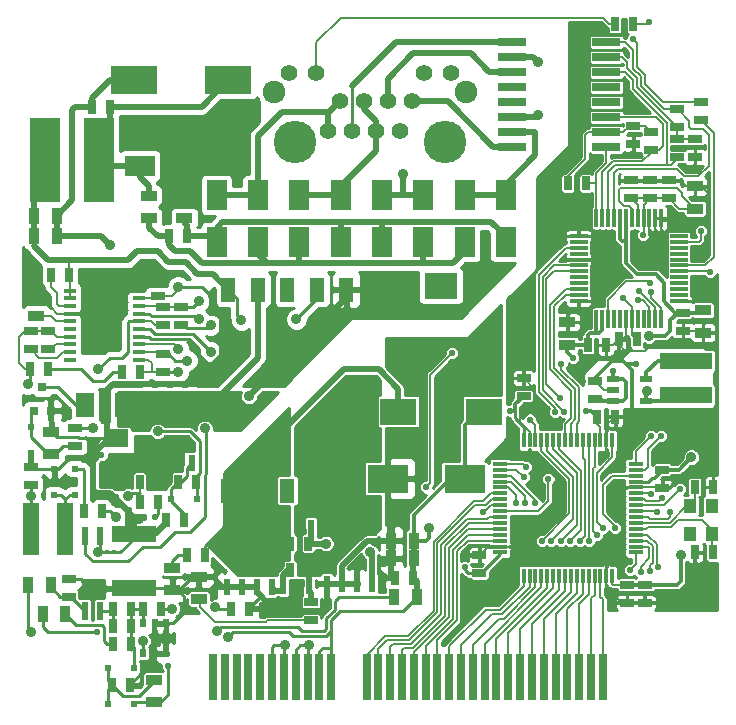
<source format=gtl>
G04 (created by PCBNEW (2013-jul-07)-stable) date Wed 09 Oct 2013 01:20:09 AM EDT*
%MOIN*%
G04 Gerber Fmt 3.4, Leading zero omitted, Abs format*
%FSLAX34Y34*%
G01*
G70*
G90*
G04 APERTURE LIST*
%ADD10C,0.00590551*%
%ADD11R,0.0275X0.1574*%
%ADD12R,0.120866X0.0889764*%
%ADD13R,0.109055X0.0889764*%
%ADD14C,0.0551*%
%ADD15C,0.1417*%
%ADD16C,0.0757*%
%ADD17R,0.0984252X0.279528*%
%ADD18R,0.0473X0.0118*%
%ADD19R,0.0118X0.0473*%
%ADD20R,0.0570866X0.173228*%
%ADD21R,0.0413386X0.0125984*%
%ADD22R,0.11811X0.165354*%
%ADD23R,0.0984X0.0709*%
%ADD24R,0.0709X0.0984*%
%ADD25R,0.0236X0.0551*%
%ADD26R,0.02X0.03*%
%ADD27R,0.05X0.0799213*%
%ADD28R,0.15X0.055*%
%ADD29R,0.06X0.08*%
%ADD30R,0.08X0.06*%
%ADD31R,0.035X0.055*%
%ADD32R,0.055X0.035*%
%ADD33R,0.025X0.045*%
%ADD34R,0.045X0.025*%
%ADD35R,0.0315X0.0315*%
%ADD36R,0.0240157X0.0598425*%
%ADD37R,0.1378X0.0945*%
%ADD38R,0.1575X0.0945*%
%ADD39R,0.0944X0.025*%
%ADD40R,0.011811X0.015748*%
%ADD41R,0.0433X0.0236*%
%ADD42R,0.173228X0.0570866*%
%ADD43R,0.0413386X0.0511811*%
%ADD44R,0.0118X0.059*%
%ADD45R,0.059X0.0118*%
%ADD46R,0.0236X0.0236*%
%ADD47C,0.023*%
%ADD48C,0.035*%
%ADD49C,0.006*%
%ADD50C,0.0133858*%
%ADD51C,0.0114173*%
%ADD52C,0.00984252*%
%ADD53C,0.008*%
%ADD54C,0.019685*%
%ADD55C,0.01*%
G04 APERTURE END LIST*
G54D10*
G54D11*
X77441Y-45787D03*
X77834Y-45787D03*
X78228Y-45787D03*
X78622Y-45787D03*
X79015Y-45787D03*
X79409Y-45787D03*
X79803Y-45787D03*
X80197Y-45787D03*
X80590Y-45787D03*
X80984Y-45787D03*
X81378Y-45787D03*
X82559Y-45787D03*
X82952Y-45787D03*
X83346Y-45787D03*
X83740Y-45787D03*
X84134Y-45787D03*
X84527Y-45787D03*
X84921Y-45787D03*
X85315Y-45787D03*
X85708Y-45787D03*
X86102Y-45787D03*
X86496Y-45787D03*
X86889Y-45787D03*
X87283Y-45787D03*
X87677Y-45787D03*
X88071Y-45787D03*
X88464Y-45787D03*
X88858Y-45787D03*
X89252Y-45787D03*
X89645Y-45787D03*
X90039Y-45787D03*
X90433Y-45787D03*
G54D12*
X83620Y-36937D03*
X86458Y-36937D03*
G54D13*
X85039Y-32748D03*
G54D14*
X84077Y-26602D03*
X83677Y-27602D03*
X83277Y-26602D03*
X82877Y-27602D03*
X82477Y-26602D03*
X82077Y-27602D03*
X81677Y-26602D03*
X81277Y-27602D03*
X85377Y-25652D03*
X84477Y-25652D03*
X80877Y-25652D03*
X79977Y-25652D03*
G54D15*
X85177Y-27952D03*
X80177Y-27952D03*
G54D16*
X79477Y-26282D03*
X85877Y-26282D03*
G54D17*
X73641Y-28543D03*
X71830Y-28543D03*
G54D18*
X91535Y-41633D03*
X91535Y-41437D03*
X91535Y-41240D03*
X91535Y-41043D03*
X91535Y-40846D03*
X91535Y-40649D03*
X91535Y-40452D03*
X91535Y-40256D03*
X91535Y-40059D03*
X91535Y-39862D03*
X91535Y-39665D03*
X91535Y-39468D03*
X91535Y-39271D03*
X91535Y-39074D03*
X91535Y-38878D03*
X91535Y-38681D03*
G54D19*
X90747Y-37893D03*
X90551Y-37893D03*
X90354Y-37893D03*
X90157Y-37893D03*
X89960Y-37893D03*
X89763Y-37893D03*
X89566Y-37893D03*
X89370Y-37893D03*
X89173Y-37893D03*
X88976Y-37893D03*
X88779Y-37893D03*
X88582Y-37893D03*
X88385Y-37893D03*
X88188Y-37893D03*
X87992Y-37893D03*
X87795Y-37893D03*
G54D18*
X87007Y-38681D03*
X87007Y-38878D03*
X87007Y-39074D03*
X87007Y-39271D03*
X87007Y-39468D03*
X87007Y-39665D03*
X87007Y-39862D03*
X87007Y-40059D03*
X87007Y-40256D03*
X87007Y-40452D03*
X87007Y-40649D03*
X87007Y-40846D03*
X87007Y-41043D03*
X87007Y-41240D03*
X87007Y-41437D03*
X87007Y-41633D03*
G54D19*
X87795Y-42421D03*
X87992Y-42421D03*
X88188Y-42421D03*
X88385Y-42421D03*
X88582Y-42421D03*
X88779Y-42421D03*
X88976Y-42421D03*
X89173Y-42421D03*
X89370Y-42421D03*
X89566Y-42421D03*
X89763Y-42421D03*
X89960Y-42421D03*
X90157Y-42421D03*
X90354Y-42421D03*
X90551Y-42421D03*
X90747Y-42421D03*
G54D20*
X71377Y-40846D03*
X72519Y-40846D03*
G54D21*
X74970Y-35206D03*
X74970Y-34950D03*
X74970Y-34694D03*
X74970Y-34438D03*
X74970Y-34183D03*
X74970Y-33927D03*
X74970Y-33671D03*
X74970Y-33415D03*
X74970Y-33159D03*
X74970Y-32903D03*
X72667Y-32903D03*
X72667Y-33159D03*
X72667Y-33415D03*
X72667Y-33671D03*
X72667Y-33927D03*
X72667Y-34183D03*
X72667Y-34438D03*
X72667Y-34694D03*
X72667Y-34950D03*
X72667Y-35206D03*
G54D22*
X73818Y-34055D03*
G54D23*
X76574Y-28740D03*
X75000Y-28740D03*
G54D24*
X77559Y-31298D03*
X77559Y-29724D03*
X81692Y-31298D03*
X81692Y-29724D03*
X78937Y-29724D03*
X78937Y-31298D03*
X80314Y-29724D03*
X80314Y-31298D03*
X87204Y-31298D03*
X87204Y-29724D03*
X83070Y-31298D03*
X83070Y-29724D03*
X85826Y-29724D03*
X85826Y-31298D03*
X84448Y-29724D03*
X84448Y-31298D03*
G54D25*
X75234Y-36548D03*
X75234Y-38648D03*
X75734Y-36548D03*
X76234Y-36548D03*
X76734Y-36548D03*
X75734Y-38648D03*
X76234Y-38648D03*
X76734Y-38648D03*
G54D26*
X75867Y-43988D03*
X75117Y-43988D03*
X75867Y-44988D03*
X75492Y-43988D03*
X75117Y-44988D03*
G54D27*
X77952Y-32870D03*
X78937Y-32870D03*
X79921Y-32870D03*
X80905Y-32870D03*
X81889Y-32870D03*
X81889Y-39570D03*
X80905Y-39570D03*
X79921Y-39570D03*
X78937Y-39570D03*
X77952Y-39570D03*
G54D25*
X77891Y-40682D03*
X77891Y-42782D03*
X78391Y-40682D03*
X78891Y-40682D03*
X79391Y-40682D03*
X78391Y-42782D03*
X78891Y-42782D03*
X79391Y-42782D03*
X81238Y-40583D03*
X81238Y-42683D03*
X81738Y-40583D03*
X82238Y-40583D03*
X82738Y-40583D03*
X81738Y-42683D03*
X82238Y-42683D03*
X82738Y-42683D03*
G54D28*
X74803Y-41029D03*
X74803Y-42829D03*
G54D29*
X74468Y-36712D03*
X73168Y-36712D03*
G54D30*
X74212Y-39134D03*
X74212Y-37834D03*
G54D31*
X83483Y-43110D03*
X84233Y-43110D03*
X71770Y-43700D03*
X72520Y-43700D03*
G54D32*
X76082Y-42144D03*
X76082Y-42894D03*
X76968Y-43189D03*
X76968Y-42439D03*
G54D31*
X71278Y-42716D03*
X72028Y-42716D03*
G54D32*
X75472Y-46634D03*
X75472Y-45884D03*
G54D31*
X71475Y-30413D03*
X72225Y-30413D03*
X71475Y-31102D03*
X72225Y-31102D03*
G54D32*
X72047Y-37617D03*
X72047Y-38367D03*
G54D31*
X84134Y-41240D03*
X83384Y-41240D03*
G54D32*
X71555Y-32991D03*
X71555Y-33741D03*
G54D33*
X77170Y-41732D03*
X76570Y-41732D03*
G54D34*
X72637Y-42514D03*
X72637Y-43114D03*
G54D33*
X74709Y-44685D03*
X74109Y-44685D03*
X75093Y-43503D03*
X75693Y-43503D03*
X74995Y-39271D03*
X75595Y-39271D03*
X74709Y-44094D03*
X74109Y-44094D03*
X74670Y-46062D03*
X74070Y-46062D03*
X71353Y-35531D03*
X71953Y-35531D03*
X94099Y-41633D03*
X93499Y-41633D03*
X94099Y-39448D03*
X93499Y-39448D03*
G54D34*
X76377Y-34059D03*
X76377Y-33459D03*
G54D33*
X72642Y-32381D03*
X72042Y-32381D03*
X74109Y-43503D03*
X74709Y-43503D03*
X75979Y-31102D03*
X76579Y-31102D03*
X74020Y-26771D03*
X73420Y-26771D03*
G54D34*
X75590Y-33075D03*
X75590Y-32475D03*
G54D33*
X74404Y-35629D03*
X75004Y-35629D03*
G54D34*
X72834Y-37495D03*
X72834Y-38095D03*
G54D33*
X84118Y-42480D03*
X83518Y-42480D03*
X73125Y-40255D03*
X73725Y-40255D03*
G54D34*
X71358Y-39374D03*
X71358Y-38774D03*
X75787Y-34059D03*
X75787Y-33459D03*
X71358Y-34847D03*
X71358Y-34247D03*
X71948Y-34847D03*
X71948Y-34247D03*
X75787Y-35034D03*
X75787Y-35634D03*
G54D33*
X76874Y-39271D03*
X76274Y-39271D03*
X75881Y-40551D03*
X76481Y-40551D03*
X74995Y-39960D03*
X75595Y-39960D03*
G54D35*
X71475Y-36909D03*
X72027Y-36909D03*
X71751Y-36122D03*
G54D36*
X73675Y-43572D03*
X73175Y-43572D03*
X73175Y-41072D03*
X73675Y-41072D03*
G54D37*
X85827Y-39173D03*
X83267Y-39173D03*
G54D38*
X77952Y-25885D03*
X74802Y-25885D03*
G54D39*
X90554Y-28127D03*
X90554Y-27627D03*
X90554Y-27127D03*
X90554Y-26627D03*
X90554Y-26127D03*
X90554Y-25627D03*
X90554Y-25127D03*
X90554Y-24627D03*
X87398Y-24627D03*
X87398Y-25127D03*
X87398Y-25627D03*
X87398Y-26127D03*
X87398Y-26627D03*
X87398Y-27127D03*
X87398Y-27627D03*
X87398Y-28127D03*
G54D40*
X74133Y-41633D03*
X73897Y-41633D03*
G54D34*
X93503Y-28449D03*
X93503Y-27849D03*
X92913Y-28449D03*
X92913Y-27849D03*
X92913Y-27465D03*
X92913Y-26865D03*
G54D33*
X89266Y-29330D03*
X89866Y-29330D03*
G54D34*
X91456Y-27416D03*
X91456Y-28016D03*
X92047Y-27613D03*
X92047Y-28213D03*
G54D33*
X91441Y-24015D03*
X90841Y-24015D03*
G54D34*
X93700Y-27229D03*
X93700Y-26629D03*
X92421Y-38873D03*
X92421Y-39473D03*
X91240Y-42711D03*
X91240Y-43311D03*
X87795Y-36422D03*
X87795Y-35822D03*
X86318Y-42327D03*
X86318Y-41727D03*
X91830Y-42711D03*
X91830Y-43311D03*
X90157Y-36520D03*
X90157Y-35920D03*
G54D33*
X90251Y-37106D03*
X90851Y-37106D03*
G54D41*
X90787Y-35846D03*
X90787Y-36220D03*
X90787Y-36594D03*
X91889Y-36594D03*
X91889Y-35846D03*
G54D42*
X93208Y-35255D03*
X93208Y-36397D03*
G54D43*
X94064Y-41003D03*
X94064Y-40098D03*
X93336Y-40098D03*
X93336Y-41003D03*
G54D34*
X80708Y-43302D03*
X80708Y-43902D03*
G54D31*
X84134Y-41830D03*
X83384Y-41830D03*
G54D33*
X80614Y-42224D03*
X80014Y-42224D03*
X78646Y-43503D03*
X78046Y-43503D03*
G54D32*
X75295Y-30493D03*
X75295Y-29743D03*
X76476Y-30493D03*
X76476Y-29743D03*
G54D33*
X80014Y-41338D03*
X80614Y-41338D03*
G54D44*
X92381Y-30492D03*
X92184Y-30492D03*
X91987Y-30492D03*
X91791Y-30492D03*
X91594Y-30492D03*
X91397Y-30492D03*
X91201Y-30492D03*
X91004Y-30492D03*
X90807Y-30492D03*
X90611Y-30492D03*
X90414Y-30492D03*
X90217Y-30492D03*
G54D45*
X89626Y-31083D03*
X89626Y-31280D03*
X89626Y-31477D03*
X89626Y-31673D03*
X89626Y-31870D03*
X89626Y-32067D03*
X89626Y-32263D03*
X89626Y-32460D03*
X89626Y-32657D03*
X89626Y-32853D03*
X89626Y-33050D03*
X89626Y-33247D03*
G54D44*
X90217Y-33838D03*
X90414Y-33838D03*
X90611Y-33838D03*
X90807Y-33838D03*
X91004Y-33838D03*
X91201Y-33838D03*
X91397Y-33838D03*
X91594Y-33838D03*
X91791Y-33838D03*
X91987Y-33838D03*
X92184Y-33838D03*
X92381Y-33838D03*
G54D45*
X92972Y-33247D03*
X92972Y-33050D03*
X92972Y-32853D03*
X92972Y-32657D03*
X92972Y-32460D03*
X92972Y-32263D03*
X92972Y-32067D03*
X92972Y-31870D03*
X92972Y-31673D03*
X92972Y-31477D03*
X92972Y-31280D03*
X92972Y-31083D03*
G54D32*
X93779Y-33562D03*
X93779Y-34312D03*
X89251Y-34705D03*
X89251Y-33955D03*
G54D34*
X91377Y-29827D03*
X91377Y-29227D03*
G54D33*
X91559Y-34527D03*
X90959Y-34527D03*
X89936Y-34724D03*
X90536Y-34724D03*
G54D34*
X93110Y-33637D03*
X93110Y-34237D03*
X92007Y-29827D03*
X92007Y-29227D03*
X92637Y-29827D03*
X92637Y-29227D03*
G54D32*
X93503Y-30178D03*
X93503Y-29428D03*
G54D46*
X80708Y-40669D03*
X79842Y-40669D03*
X79783Y-42913D03*
X80649Y-42913D03*
X72145Y-38838D03*
X72145Y-39704D03*
X74803Y-45472D03*
X73937Y-45472D03*
X72834Y-38838D03*
X72834Y-39704D03*
X71358Y-37460D03*
X71358Y-38326D03*
X76043Y-39862D03*
X76909Y-39862D03*
X73937Y-46692D03*
X74803Y-46692D03*
G54D47*
X91771Y-31062D03*
X91102Y-33149D03*
X87342Y-36909D03*
G54D48*
X91968Y-34409D03*
G54D47*
X89448Y-35157D03*
G54D48*
X93031Y-41732D03*
X80629Y-44724D03*
X93385Y-38464D03*
X91909Y-36240D03*
G54D47*
X89881Y-36909D03*
X85826Y-42125D03*
G54D48*
X84645Y-40826D03*
G54D47*
X90787Y-35570D03*
G54D48*
X77952Y-44448D03*
G54D47*
X75944Y-45433D03*
G54D48*
X71358Y-44291D03*
G54D47*
X75492Y-40452D03*
G54D48*
X73622Y-41633D03*
X76968Y-33267D03*
X71259Y-36023D03*
X76279Y-34842D03*
X74606Y-39763D03*
X77362Y-34940D03*
X75590Y-37598D03*
X73425Y-37500D03*
X76968Y-33858D03*
G54D47*
X87539Y-40000D03*
X87854Y-40000D03*
X88169Y-40000D03*
X88405Y-41240D03*
X88720Y-41240D03*
X89035Y-41240D03*
X89350Y-41240D03*
X89665Y-41240D03*
X89980Y-41240D03*
X90236Y-41062D03*
X90433Y-40807D03*
X90846Y-40807D03*
X92027Y-39685D03*
X92401Y-39822D03*
X92224Y-40295D03*
X92677Y-40295D03*
X92283Y-42125D03*
X92007Y-42263D03*
X91692Y-42283D03*
X91338Y-42224D03*
X93700Y-30905D03*
X85393Y-35000D03*
X84527Y-39468D03*
X86437Y-40295D03*
X91437Y-24507D03*
X88622Y-39173D03*
X88838Y-36948D03*
X92362Y-37755D03*
X92007Y-32637D03*
X89055Y-35354D03*
X88996Y-36476D03*
X93011Y-39527D03*
X92027Y-37755D03*
X89153Y-36948D03*
X91653Y-32913D03*
X87874Y-38779D03*
X87795Y-39133D03*
X92047Y-32952D03*
X91614Y-33228D03*
X87992Y-37204D03*
G54D48*
X78385Y-33897D03*
X74960Y-40511D03*
G54D47*
X73720Y-38385D03*
X72440Y-36909D03*
G54D48*
X77755Y-35531D03*
X78641Y-36417D03*
X76279Y-32775D03*
X74015Y-31397D03*
X76574Y-35236D03*
X77362Y-34055D03*
X71358Y-39763D03*
X73622Y-35531D03*
X77165Y-37500D03*
X76279Y-35629D03*
X75393Y-32086D03*
X76082Y-29330D03*
X73228Y-32677D03*
X73622Y-32677D03*
X74015Y-32677D03*
X74409Y-32677D03*
X74409Y-33070D03*
X74015Y-33070D03*
X73622Y-33070D03*
X73228Y-33070D03*
X77165Y-36548D03*
X76968Y-37106D03*
X76476Y-37106D03*
X75984Y-37106D03*
X75590Y-37106D03*
G54D47*
X87834Y-41456D03*
X93779Y-32913D03*
X91062Y-32322D03*
X92244Y-31692D03*
X93425Y-28858D03*
X91417Y-28346D03*
X83070Y-42027D03*
G54D48*
X93267Y-37362D03*
X79842Y-44724D03*
G54D47*
X85787Y-41732D03*
X75590Y-44685D03*
X91535Y-35354D03*
G54D48*
X90787Y-39527D03*
G54D47*
X90433Y-38425D03*
G54D48*
X94114Y-42165D03*
G54D47*
X94114Y-38877D03*
X87322Y-35826D03*
G54D48*
X82775Y-40059D03*
X82381Y-40059D03*
X81397Y-40059D03*
X80905Y-40157D03*
X81594Y-41043D03*
X82185Y-41043D03*
X81889Y-41338D03*
X81200Y-41338D03*
X82677Y-41633D03*
X88287Y-27066D03*
X74803Y-38582D03*
X75000Y-38090D03*
X76181Y-38090D03*
X76574Y-37992D03*
X88287Y-25295D03*
X83759Y-29035D03*
X77559Y-44251D03*
X77519Y-43464D03*
G54D47*
X73582Y-44291D03*
G54D48*
X76082Y-43503D03*
X75098Y-44586D03*
X79409Y-41692D03*
X78897Y-41653D03*
X78385Y-41220D03*
X78897Y-41220D03*
X79409Y-41220D03*
X74212Y-40452D03*
X80216Y-33858D03*
G54D47*
X91968Y-23937D03*
X94015Y-32283D03*
G54D49*
X91559Y-34527D02*
X91535Y-34527D01*
X91397Y-34389D02*
X91397Y-33838D01*
X91535Y-34527D02*
X91397Y-34389D01*
X91397Y-33838D02*
X91397Y-33444D01*
X91791Y-31043D02*
X91791Y-30492D01*
X91771Y-31062D02*
X91791Y-31043D01*
X91397Y-33444D02*
X91102Y-33149D01*
X91791Y-30492D02*
X91791Y-30044D01*
X91791Y-30044D02*
X92007Y-29827D01*
X91594Y-30492D02*
X91594Y-30043D01*
X91594Y-30043D02*
X91377Y-29827D01*
X92007Y-29827D02*
X91377Y-29827D01*
X92637Y-29827D02*
X92007Y-29827D01*
X93503Y-30178D02*
X92988Y-30178D01*
X92988Y-30178D02*
X92637Y-29827D01*
X91397Y-30492D02*
X91397Y-30176D01*
X93070Y-29745D02*
X93503Y-30178D01*
X93070Y-29645D02*
X93070Y-29745D01*
X92913Y-29488D02*
X93070Y-29645D01*
X91023Y-29488D02*
X92913Y-29488D01*
X90984Y-29527D02*
X91023Y-29488D01*
X90984Y-29921D02*
X90984Y-29527D01*
X91141Y-30078D02*
X90984Y-29921D01*
X91299Y-30078D02*
X91141Y-30078D01*
X91397Y-30176D02*
X91299Y-30078D01*
G54D50*
X87342Y-36909D02*
X87519Y-36909D01*
X87480Y-36889D02*
X87519Y-36889D01*
X87500Y-36889D02*
X87480Y-36889D01*
X87519Y-36909D02*
X87500Y-36889D01*
G54D51*
X87795Y-37893D02*
X87795Y-37441D01*
X87519Y-37165D02*
X87519Y-36889D01*
X87795Y-37441D02*
X87519Y-37165D01*
G54D50*
X87519Y-36697D02*
X87795Y-36422D01*
X87519Y-36889D02*
X87519Y-36697D01*
X93110Y-33637D02*
X92937Y-33637D01*
X92937Y-33637D02*
X92677Y-33897D01*
X92677Y-33897D02*
X92677Y-34251D01*
X92677Y-34251D02*
X92519Y-34409D01*
X92519Y-34409D02*
X91968Y-34409D01*
X93110Y-33637D02*
X93704Y-33637D01*
G54D49*
X93704Y-33637D02*
X93779Y-33562D01*
G54D50*
X89251Y-34705D02*
X89251Y-34960D01*
X89251Y-34960D02*
X89448Y-35157D01*
X89251Y-34705D02*
X89917Y-34705D01*
G54D49*
X89917Y-34705D02*
X89936Y-34724D01*
G54D50*
X90217Y-33838D02*
X90217Y-34330D01*
X90217Y-34330D02*
X90196Y-34330D01*
X90414Y-33838D02*
X90414Y-34231D01*
X90414Y-34231D02*
X90314Y-34330D01*
X90314Y-34330D02*
X90196Y-34330D01*
X89936Y-34394D02*
X89936Y-34724D01*
X90000Y-34330D02*
X89936Y-34394D01*
X90196Y-34330D02*
X90000Y-34330D01*
G54D49*
X89251Y-34705D02*
X89388Y-34705D01*
G54D50*
X91574Y-32362D02*
X92204Y-32362D01*
X91574Y-32362D02*
X91201Y-31988D01*
X91201Y-31988D02*
X91201Y-31259D01*
X92849Y-33637D02*
X92480Y-33267D01*
X93110Y-33637D02*
X92849Y-33637D01*
X92204Y-32362D02*
X92480Y-32637D01*
X92480Y-32637D02*
X92480Y-33267D01*
X91004Y-30492D02*
X91004Y-31200D01*
X91004Y-31200D02*
X91063Y-31259D01*
X91063Y-31259D02*
X91201Y-31259D01*
X91201Y-31259D02*
X91201Y-30492D01*
X91830Y-42711D02*
X92918Y-42711D01*
X92918Y-42711D02*
X93031Y-42598D01*
X93031Y-42598D02*
X93031Y-41732D01*
G54D52*
X80197Y-45787D02*
X80197Y-44880D01*
X80354Y-44724D02*
X80629Y-44724D01*
X80197Y-44880D02*
X80354Y-44724D01*
X80590Y-45787D02*
X80590Y-44763D01*
X80590Y-44763D02*
X80629Y-44724D01*
G54D50*
X93385Y-38464D02*
X92977Y-38873D01*
X92977Y-38873D02*
X92421Y-38873D01*
X91909Y-36240D02*
X91889Y-36260D01*
X91889Y-36594D02*
X91889Y-36260D01*
X89881Y-36909D02*
X90054Y-36909D01*
X90054Y-36909D02*
X90251Y-37106D01*
G54D51*
X86318Y-42327D02*
X85949Y-42327D01*
X85949Y-42327D02*
X85826Y-42204D01*
G54D49*
X85826Y-42204D02*
X85826Y-42125D01*
G54D51*
X87007Y-41633D02*
X87007Y-41693D01*
G54D49*
X86373Y-42327D02*
X86318Y-42327D01*
G54D51*
X87007Y-41693D02*
X86373Y-42327D01*
G54D49*
X90747Y-42421D02*
X90747Y-42696D01*
X90762Y-42711D02*
X91240Y-42711D01*
X90747Y-42696D02*
X90762Y-42711D01*
G54D50*
X91830Y-42711D02*
X91240Y-42711D01*
G54D49*
X93208Y-36397D02*
X93641Y-36397D01*
G54D51*
X91535Y-39271D02*
X91948Y-39271D01*
X92140Y-39153D02*
X92421Y-38873D01*
X92066Y-39153D02*
X92140Y-39153D01*
X91948Y-39271D02*
X92066Y-39153D01*
G54D50*
X91889Y-36594D02*
X93011Y-36594D01*
X93011Y-36594D02*
X93208Y-36397D01*
G54D53*
X90251Y-37106D02*
X90251Y-37337D01*
X90354Y-37441D02*
X90354Y-37893D01*
X90251Y-37337D02*
X90354Y-37441D01*
G54D50*
X84645Y-40826D02*
X84645Y-41141D01*
X84645Y-41141D02*
X84547Y-41240D01*
X84134Y-41240D02*
X84547Y-41240D01*
X90787Y-35571D02*
X90787Y-35570D01*
X90787Y-35571D02*
X90787Y-35846D01*
G54D54*
X84134Y-41830D02*
X84134Y-41240D01*
X84118Y-42480D02*
X84118Y-41846D01*
X84118Y-41846D02*
X84134Y-41830D01*
X84233Y-43110D02*
X84233Y-42594D01*
X84233Y-42594D02*
X84118Y-42480D01*
G54D50*
X84134Y-41240D02*
X84134Y-40373D01*
X85334Y-39173D02*
X85827Y-39173D01*
X84134Y-40373D02*
X85334Y-39173D01*
G54D52*
X80157Y-44420D02*
X80096Y-44420D01*
X80096Y-44420D02*
X79960Y-44284D01*
X79960Y-44284D02*
X78117Y-44284D01*
X78117Y-44284D02*
X77952Y-44448D01*
X81211Y-44420D02*
X80157Y-44420D01*
X81388Y-44242D02*
X81211Y-44420D01*
X80984Y-45787D02*
X80984Y-44920D01*
X81102Y-44803D02*
X81378Y-44803D01*
X80984Y-44920D02*
X81102Y-44803D01*
X81378Y-45787D02*
X81378Y-44803D01*
X81378Y-44803D02*
X81378Y-44253D01*
X81378Y-44253D02*
X81388Y-44242D01*
X82874Y-43602D02*
X81675Y-43602D01*
X83759Y-43602D02*
X82874Y-43602D01*
X84233Y-43128D02*
X83759Y-43602D01*
X84233Y-43128D02*
X84233Y-43110D01*
X81388Y-43888D02*
X81388Y-44242D01*
X81675Y-43602D02*
X81388Y-43888D01*
G54D49*
X84350Y-41240D02*
X84134Y-41240D01*
G54D50*
X90787Y-36594D02*
X91102Y-36594D01*
X91102Y-36594D02*
X91200Y-36496D01*
X91200Y-36496D02*
X91200Y-35944D01*
X91200Y-35944D02*
X91102Y-35846D01*
X91102Y-35846D02*
X90787Y-35846D01*
X90157Y-36520D02*
X90378Y-36520D01*
X90378Y-36520D02*
X90452Y-36594D01*
X90452Y-36594D02*
X90787Y-36594D01*
G54D52*
X75472Y-46634D02*
X75687Y-46634D01*
X75687Y-46634D02*
X75944Y-46377D01*
X75944Y-46377D02*
X75944Y-45433D01*
X75472Y-46634D02*
X74861Y-46634D01*
X74861Y-46634D02*
X74803Y-46692D01*
X75453Y-46653D02*
X75472Y-46634D01*
G54D50*
X86458Y-36937D02*
X86291Y-36937D01*
X85827Y-38110D02*
X85827Y-39173D01*
X85827Y-37401D02*
X85827Y-38110D01*
X86291Y-36937D02*
X85827Y-37401D01*
G54D52*
X84059Y-41315D02*
X84134Y-41240D01*
X71278Y-42716D02*
X71278Y-44211D01*
X71278Y-44211D02*
X71358Y-44291D01*
G54D54*
X75295Y-29743D02*
X75295Y-29429D01*
X75000Y-29134D02*
X75000Y-28740D01*
X75295Y-29429D02*
X75000Y-29134D01*
X74020Y-26771D02*
X77067Y-26771D01*
X77067Y-26771D02*
X77952Y-25885D01*
X74020Y-26771D02*
X74020Y-28164D01*
G54D55*
X74020Y-28164D02*
X73641Y-28543D01*
G54D54*
X75000Y-28740D02*
X73838Y-28740D01*
G54D55*
X73838Y-28740D02*
X73641Y-28543D01*
X73897Y-41633D02*
X74192Y-41633D01*
G54D52*
X75595Y-39960D02*
X75595Y-40349D01*
X75595Y-40349D02*
X75492Y-40452D01*
G54D55*
X73622Y-41633D02*
X73897Y-41633D01*
X73675Y-41580D02*
X73675Y-41072D01*
X73622Y-41633D02*
X73675Y-41580D01*
X76377Y-33459D02*
X76776Y-33459D01*
X76776Y-33459D02*
X76968Y-33267D01*
X71353Y-35929D02*
X71353Y-35531D01*
X71259Y-36023D02*
X71353Y-35929D01*
G54D53*
X75787Y-33459D02*
X76377Y-33459D01*
X74970Y-33415D02*
X75742Y-33415D01*
X75742Y-33415D02*
X75787Y-33459D01*
X71358Y-34247D02*
X71166Y-34247D01*
X71166Y-34247D02*
X70964Y-34448D01*
X70964Y-34448D02*
X70964Y-35334D01*
X70964Y-35334D02*
X71161Y-35531D01*
X71161Y-35531D02*
X71353Y-35531D01*
X72667Y-34438D02*
X72238Y-34438D01*
X72238Y-34438D02*
X72047Y-34247D01*
X71456Y-34247D02*
X72047Y-34247D01*
X76131Y-34694D02*
X76279Y-34842D01*
X74970Y-34694D02*
X76131Y-34694D01*
G54D55*
X74704Y-39665D02*
X74995Y-39665D01*
X74606Y-39763D02*
X74704Y-39665D01*
G54D53*
X74995Y-39960D02*
X74995Y-39665D01*
X74995Y-39665D02*
X74995Y-39271D01*
X72667Y-34694D02*
X72199Y-34694D01*
X72199Y-34694D02*
X72047Y-34847D01*
X72667Y-34950D02*
X72431Y-34950D01*
X71648Y-35137D02*
X71358Y-34847D01*
X72244Y-35137D02*
X71648Y-35137D01*
X72431Y-34950D02*
X72244Y-35137D01*
G54D52*
X76874Y-39271D02*
X76874Y-39127D01*
X77007Y-38994D02*
X77007Y-37933D01*
X76874Y-39127D02*
X77007Y-38994D01*
X77007Y-37933D02*
X76673Y-37598D01*
G54D55*
X75324Y-34183D02*
X74970Y-34183D01*
X76771Y-34350D02*
X77362Y-34940D01*
X75492Y-34350D02*
X76771Y-34350D01*
X75324Y-34183D02*
X75492Y-34350D01*
X76673Y-37598D02*
X75590Y-37598D01*
X76909Y-39862D02*
X76909Y-39306D01*
X76909Y-39306D02*
X76874Y-39271D01*
X76874Y-39271D02*
X76874Y-39266D01*
X76909Y-39862D02*
X76870Y-39862D01*
X75393Y-33759D02*
X76870Y-33759D01*
X75305Y-33671D02*
X75393Y-33759D01*
X74970Y-33671D02*
X75305Y-33671D01*
X73420Y-37495D02*
X72834Y-37495D01*
X73425Y-37500D02*
X73420Y-37495D01*
X76870Y-33759D02*
X76968Y-33858D01*
G54D49*
X87007Y-39468D02*
X87283Y-39468D01*
X87539Y-39724D02*
X87539Y-40000D01*
X87283Y-39468D02*
X87539Y-39724D01*
X87007Y-39271D02*
X87382Y-39271D01*
X87854Y-39744D02*
X87854Y-40000D01*
X87382Y-39271D02*
X87854Y-39744D01*
X87007Y-39074D02*
X87368Y-39074D01*
X88169Y-39875D02*
X88169Y-40000D01*
X87368Y-39074D02*
X88169Y-39875D01*
X88385Y-37893D02*
X88385Y-38254D01*
X89310Y-40335D02*
X88405Y-41240D01*
X89310Y-39179D02*
X89310Y-40335D01*
X88385Y-38254D02*
X89310Y-39179D01*
X88582Y-37893D02*
X88582Y-38267D01*
X89440Y-40520D02*
X88720Y-41240D01*
X89440Y-39125D02*
X89440Y-40520D01*
X88582Y-38267D02*
X89440Y-39125D01*
X88779Y-37893D02*
X88779Y-38188D01*
X89570Y-40705D02*
X89035Y-41240D01*
X89570Y-38979D02*
X89570Y-40705D01*
X88779Y-38188D02*
X89570Y-38979D01*
X88976Y-37893D02*
X88976Y-38189D01*
X89700Y-40890D02*
X89350Y-41240D01*
X89700Y-38913D02*
X89700Y-40890D01*
X88976Y-38189D02*
X89700Y-38913D01*
X89763Y-38483D02*
X89763Y-37893D01*
X89830Y-41075D02*
X89665Y-41240D01*
X89830Y-38550D02*
X89830Y-41075D01*
X89763Y-38483D02*
X89830Y-38550D01*
X89960Y-37893D02*
X89960Y-41220D01*
X89960Y-41220D02*
X89980Y-41240D01*
X90157Y-37893D02*
X90157Y-38779D01*
X90106Y-40932D02*
X90236Y-41062D01*
X90106Y-38830D02*
X90106Y-40932D01*
X90157Y-38779D02*
X90106Y-38830D01*
X90747Y-37893D02*
X90747Y-38465D01*
X90236Y-40610D02*
X90433Y-40807D01*
X90236Y-38976D02*
X90236Y-40610D01*
X90747Y-38465D02*
X90236Y-38976D01*
X90846Y-40807D02*
X90846Y-40767D01*
X90728Y-39074D02*
X91535Y-39074D01*
X90433Y-39370D02*
X90728Y-39074D01*
X90433Y-40354D02*
X90433Y-39370D01*
X90846Y-40767D02*
X90433Y-40354D01*
X91535Y-39665D02*
X92008Y-39665D01*
X92008Y-39665D02*
X92027Y-39685D01*
X91535Y-39862D02*
X91822Y-39862D01*
X92294Y-39929D02*
X92401Y-39822D01*
X91889Y-39929D02*
X92294Y-39929D01*
X91822Y-39862D02*
X91889Y-39929D01*
X91535Y-40256D02*
X92185Y-40256D01*
X92185Y-40256D02*
X92224Y-40295D01*
X91535Y-40452D02*
X91929Y-40452D01*
X92677Y-40446D02*
X92677Y-40295D01*
X92603Y-40519D02*
X92677Y-40446D01*
X91996Y-40519D02*
X92603Y-40519D01*
X91929Y-40452D02*
X91996Y-40519D01*
X91535Y-41043D02*
X91903Y-41043D01*
X92228Y-42071D02*
X92283Y-42125D01*
X92228Y-41368D02*
X92228Y-42071D01*
X91903Y-41043D02*
X92228Y-41368D01*
X91535Y-41240D02*
X91916Y-41240D01*
X92007Y-42066D02*
X92007Y-42263D01*
X92098Y-41976D02*
X92007Y-42066D01*
X92098Y-41422D02*
X92098Y-41976D01*
X91916Y-41240D02*
X92098Y-41422D01*
X91535Y-41437D02*
X91929Y-41437D01*
X91692Y-42106D02*
X91692Y-42283D01*
X91968Y-41830D02*
X91692Y-42106D01*
X91968Y-41476D02*
X91968Y-41830D01*
X91929Y-41437D02*
X91968Y-41476D01*
X91535Y-41633D02*
X91535Y-42027D01*
X91535Y-42027D02*
X91338Y-42224D01*
X86456Y-39921D02*
X86141Y-39921D01*
X86712Y-39665D02*
X86456Y-39921D01*
X87007Y-39665D02*
X86712Y-39665D01*
X82559Y-45051D02*
X82559Y-45787D01*
X83178Y-44432D02*
X82559Y-45051D01*
X83932Y-44432D02*
X83178Y-44432D01*
X84790Y-43574D02*
X83932Y-44432D01*
X84790Y-41271D02*
X84790Y-43574D01*
X86141Y-39921D02*
X84790Y-41271D01*
X84920Y-41325D02*
X86187Y-40059D01*
X84920Y-41325D02*
X84920Y-43628D01*
X84920Y-43628D02*
X83986Y-44562D01*
X83986Y-44562D02*
X83232Y-44562D01*
X83232Y-44562D02*
X82952Y-44842D01*
X82952Y-45787D02*
X82952Y-44842D01*
X87007Y-39862D02*
X86724Y-39862D01*
X86528Y-40059D02*
X86187Y-40059D01*
X86724Y-39862D02*
X86528Y-40059D01*
X87007Y-40452D02*
X86641Y-40452D01*
X85910Y-40519D02*
X85050Y-41379D01*
X86574Y-40519D02*
X85910Y-40519D01*
X86641Y-40452D02*
X86574Y-40519D01*
X83346Y-44802D02*
X83346Y-45787D01*
X83456Y-44692D02*
X83346Y-44802D01*
X84040Y-44692D02*
X83456Y-44692D01*
X85050Y-43682D02*
X84040Y-44692D01*
X85050Y-41379D02*
X85050Y-43682D01*
X87007Y-40649D02*
X85963Y-40649D01*
X83740Y-44881D02*
X83740Y-45787D01*
X83799Y-44822D02*
X83740Y-44881D01*
X84094Y-44822D02*
X83799Y-44822D01*
X85180Y-43736D02*
X84094Y-44822D01*
X85180Y-41432D02*
X85180Y-43736D01*
X85963Y-40649D02*
X85180Y-41432D01*
X87007Y-40846D02*
X85950Y-40846D01*
X84134Y-44966D02*
X84134Y-45787D01*
X85310Y-43789D02*
X84134Y-44966D01*
X85310Y-41486D02*
X85310Y-43789D01*
X85950Y-40846D02*
X85310Y-41486D01*
X87007Y-41043D02*
X85937Y-41043D01*
X84527Y-44756D02*
X84527Y-45787D01*
X85440Y-43843D02*
X84527Y-44756D01*
X85440Y-41540D02*
X85440Y-43843D01*
X85937Y-41043D02*
X85440Y-41540D01*
X87007Y-41240D02*
X85924Y-41240D01*
X84921Y-44546D02*
X84921Y-45787D01*
X85570Y-43897D02*
X84921Y-44546D01*
X85570Y-41594D02*
X85570Y-43897D01*
X85924Y-41240D02*
X85570Y-41594D01*
G54D53*
X87795Y-42421D02*
X87795Y-42755D01*
X85315Y-44762D02*
X85315Y-45787D01*
X86535Y-43543D02*
X85315Y-44762D01*
X87007Y-43543D02*
X86535Y-43543D01*
X87795Y-42755D02*
X87007Y-43543D01*
X87992Y-42421D02*
X87992Y-42770D01*
X85708Y-44724D02*
X85708Y-45787D01*
X86739Y-43693D02*
X85708Y-44724D01*
X87070Y-43693D02*
X86739Y-43693D01*
X87992Y-42770D02*
X87070Y-43693D01*
X88188Y-42421D02*
X88188Y-42787D01*
X86102Y-44724D02*
X86102Y-45787D01*
X86983Y-43843D02*
X86102Y-44724D01*
X87132Y-43843D02*
X86983Y-43843D01*
X88188Y-42787D02*
X87132Y-43843D01*
X88385Y-42421D02*
X88385Y-42802D01*
X86496Y-44690D02*
X86496Y-45787D01*
X88385Y-42802D02*
X86496Y-44690D01*
X88582Y-42421D02*
X88582Y-42817D01*
X86889Y-44509D02*
X86889Y-45787D01*
X88582Y-42817D02*
X86889Y-44509D01*
X88779Y-42421D02*
X88779Y-42832D01*
X87283Y-44328D02*
X87283Y-45787D01*
X88779Y-42832D02*
X87283Y-44328D01*
X88976Y-42421D02*
X88976Y-42873D01*
X87677Y-44172D02*
X87677Y-45787D01*
X88976Y-42873D02*
X87677Y-44172D01*
X89173Y-42421D02*
X89173Y-42913D01*
X88071Y-44014D02*
X88071Y-45787D01*
X89173Y-42913D02*
X88071Y-44014D01*
X89370Y-42421D02*
X89370Y-42952D01*
X88464Y-43858D02*
X88464Y-45787D01*
X89370Y-42952D02*
X88464Y-43858D01*
X89566Y-42421D02*
X89566Y-42992D01*
X88858Y-43700D02*
X88858Y-45787D01*
X89566Y-42992D02*
X88858Y-43700D01*
X89763Y-42421D02*
X89763Y-43007D01*
X89252Y-43518D02*
X89252Y-45787D01*
X89763Y-43007D02*
X89252Y-43518D01*
X89960Y-42421D02*
X89960Y-43022D01*
X89645Y-43337D02*
X89645Y-45787D01*
X89960Y-43022D02*
X89645Y-43337D01*
X90157Y-42421D02*
X90157Y-43038D01*
X90039Y-43155D02*
X90039Y-45787D01*
X90157Y-43038D02*
X90039Y-43155D01*
X90354Y-42421D02*
X90354Y-43110D01*
X90433Y-43189D02*
X90433Y-45787D01*
X90354Y-43110D02*
X90433Y-43189D01*
G54D49*
X84685Y-35708D02*
X85393Y-35000D01*
X93640Y-31280D02*
X92972Y-31280D01*
X93700Y-31220D02*
X93640Y-31280D01*
X93700Y-30905D02*
X93700Y-31220D01*
X87007Y-40059D02*
X86711Y-40059D01*
X84685Y-39311D02*
X84685Y-35708D01*
X84685Y-35708D02*
X84685Y-35688D01*
X84527Y-39468D02*
X84685Y-39311D01*
X86515Y-40216D02*
X86437Y-40295D01*
X86555Y-40216D02*
X86515Y-40216D01*
X86711Y-40059D02*
X86555Y-40216D01*
X90841Y-24015D02*
X90629Y-24015D01*
X80877Y-24634D02*
X80877Y-25652D01*
X81692Y-23818D02*
X80877Y-24634D01*
X90433Y-23818D02*
X81692Y-23818D01*
X90629Y-24015D02*
X90433Y-23818D01*
X91567Y-25451D02*
X91567Y-24637D01*
X92436Y-26629D02*
X91827Y-26019D01*
X91827Y-26019D02*
X91827Y-25711D01*
X91827Y-25711D02*
X91567Y-25451D01*
X93700Y-26629D02*
X92436Y-26629D01*
X91567Y-24637D02*
X91437Y-24507D01*
X87007Y-40256D02*
X88286Y-40256D01*
X88622Y-39921D02*
X88622Y-39173D01*
X88286Y-40256D02*
X88622Y-39921D01*
X89626Y-31477D02*
X89191Y-31477D01*
X88845Y-36824D02*
X88295Y-36274D01*
X88845Y-36942D02*
X88845Y-36824D01*
X88845Y-36942D02*
X88838Y-36948D01*
X88295Y-32374D02*
X88295Y-36274D01*
X89191Y-31477D02*
X88295Y-32374D01*
X91535Y-38878D02*
X91829Y-38878D01*
X91929Y-38188D02*
X92362Y-37755D01*
X91929Y-38779D02*
X91929Y-38188D01*
X91829Y-38878D02*
X91929Y-38779D01*
X89649Y-36141D02*
X89649Y-36132D01*
X89649Y-36132D02*
X89055Y-35537D01*
X90611Y-33207D02*
X91220Y-32598D01*
X91220Y-32598D02*
X91968Y-32598D01*
X91968Y-32598D02*
X92007Y-32637D01*
X90611Y-33838D02*
X90611Y-33207D01*
X89055Y-35537D02*
X89055Y-35354D01*
X89566Y-37343D02*
X89566Y-37893D01*
X89649Y-37259D02*
X89566Y-37343D01*
X89649Y-36141D02*
X89649Y-37259D01*
X89626Y-32263D02*
X88799Y-32263D01*
X92479Y-40059D02*
X91535Y-40059D01*
X88996Y-36476D02*
X88555Y-36035D01*
X92479Y-40059D02*
X93011Y-39527D01*
X88555Y-32507D02*
X88555Y-36035D01*
X88799Y-32263D02*
X88555Y-32507D01*
X89626Y-32067D02*
X88811Y-32067D01*
X88425Y-32453D02*
X88425Y-36220D01*
X88811Y-32067D02*
X88425Y-32453D01*
X91535Y-38248D02*
X92027Y-37755D01*
X89153Y-36948D02*
X88464Y-36259D01*
X88464Y-36259D02*
X88425Y-36220D01*
X91535Y-38681D02*
X91535Y-38248D01*
X89626Y-33050D02*
X89193Y-33050D01*
X89193Y-33050D02*
X88815Y-33428D01*
X89370Y-37348D02*
X89370Y-37893D01*
X89519Y-37199D02*
X89519Y-36186D01*
X89370Y-37348D02*
X89519Y-37199D01*
X88815Y-35481D02*
X89519Y-36186D01*
X88815Y-33428D02*
X88815Y-35481D01*
X89626Y-32853D02*
X89206Y-32853D01*
X88685Y-35535D02*
X89389Y-36240D01*
X89173Y-37362D02*
X89389Y-37145D01*
X89389Y-37145D02*
X89389Y-36240D01*
X89173Y-37362D02*
X89173Y-37893D01*
X88685Y-33375D02*
X88685Y-35535D01*
X89206Y-32853D02*
X88685Y-33375D01*
X92184Y-33457D02*
X91653Y-32926D01*
X91653Y-32926D02*
X91653Y-32913D01*
X92184Y-33838D02*
X92184Y-33457D01*
X87776Y-38681D02*
X87007Y-38681D01*
X87874Y-38779D02*
X87776Y-38681D01*
X92381Y-33838D02*
X92381Y-33470D01*
X87540Y-38878D02*
X87007Y-38878D01*
X87795Y-39133D02*
X87540Y-38878D01*
X92047Y-33136D02*
X92047Y-32952D01*
X92381Y-33470D02*
X92047Y-33136D01*
X91987Y-33443D02*
X91771Y-33228D01*
X91771Y-33228D02*
X91614Y-33228D01*
X91987Y-33838D02*
X91987Y-33443D01*
X88188Y-37401D02*
X88188Y-37893D01*
X87992Y-37204D02*
X88188Y-37401D01*
X90611Y-30492D02*
X90611Y-28955D01*
X90838Y-28728D02*
X92559Y-28728D01*
X90611Y-28955D02*
X90838Y-28728D01*
X92562Y-27306D02*
X92562Y-28728D01*
X92562Y-27306D02*
X91437Y-26181D01*
X91437Y-26181D02*
X91437Y-25885D01*
X91437Y-25885D02*
X91179Y-25627D01*
X90554Y-25627D02*
X91179Y-25627D01*
X92559Y-28700D02*
X92559Y-28728D01*
X92559Y-28724D02*
X92559Y-28700D01*
X92562Y-28728D02*
X92559Y-28724D01*
X92716Y-28728D02*
X92559Y-28728D01*
X92913Y-28449D02*
X92913Y-28531D01*
X92913Y-28531D02*
X92716Y-28728D01*
X92716Y-28530D02*
X92716Y-28543D01*
X90807Y-30492D02*
X90807Y-28995D01*
X92928Y-26865D02*
X93307Y-27244D01*
X93307Y-27244D02*
X93307Y-27440D01*
X93307Y-27440D02*
X93385Y-27519D01*
X93385Y-27519D02*
X93779Y-27519D01*
X93779Y-27519D02*
X93976Y-27716D01*
X93976Y-27716D02*
X93976Y-28740D01*
X92874Y-28858D02*
X90944Y-28858D01*
X92928Y-26865D02*
X92913Y-26865D01*
X92913Y-28858D02*
X93149Y-29094D01*
X93149Y-29094D02*
X93622Y-29094D01*
X93622Y-29094D02*
X93976Y-28740D01*
X92874Y-28858D02*
X92913Y-28858D01*
X90807Y-28995D02*
X90944Y-28858D01*
X92913Y-26865D02*
X92488Y-26865D01*
X91163Y-24627D02*
X90554Y-24627D01*
X91437Y-24901D02*
X91163Y-24627D01*
X91437Y-25505D02*
X91437Y-24901D01*
X91697Y-25765D02*
X91437Y-25505D01*
X91697Y-26073D02*
X91697Y-25765D01*
X92488Y-26865D02*
X91697Y-26073D01*
X92913Y-27849D02*
X93602Y-27849D01*
X92913Y-27465D02*
X92905Y-27465D01*
X91072Y-25127D02*
X90554Y-25127D01*
X91240Y-25295D02*
X91072Y-25127D01*
X91240Y-25492D02*
X91240Y-25295D01*
X91567Y-25818D02*
X91240Y-25492D01*
X91567Y-26127D02*
X91567Y-25818D01*
X92905Y-27465D02*
X91567Y-26127D01*
X92913Y-27849D02*
X92913Y-27465D01*
X89866Y-29330D02*
X90217Y-29330D01*
X90217Y-29330D02*
X90196Y-29330D01*
X90196Y-29330D02*
X90217Y-29330D01*
X90554Y-28540D02*
X90554Y-28644D01*
X90554Y-28127D02*
X90554Y-28540D01*
X90217Y-28982D02*
X90217Y-29330D01*
X90217Y-29330D02*
X90217Y-30492D01*
X90554Y-28644D02*
X90217Y-28982D01*
X90787Y-28598D02*
X90784Y-28598D01*
X90784Y-28598D02*
X90414Y-28968D01*
X90414Y-28968D02*
X90414Y-30492D01*
X92047Y-28213D02*
X92047Y-28307D01*
X92047Y-28307D02*
X91756Y-28598D01*
X90554Y-27127D02*
X92200Y-27127D01*
X92298Y-28213D02*
X92047Y-28213D01*
X92432Y-28079D02*
X92298Y-28213D01*
X92432Y-27360D02*
X92432Y-28079D01*
X92200Y-27127D02*
X92432Y-27360D01*
X91756Y-28598D02*
X90787Y-28598D01*
X91456Y-27416D02*
X91850Y-27416D01*
X91850Y-27416D02*
X92047Y-27613D01*
X89266Y-29330D02*
X89266Y-29079D01*
X89931Y-27627D02*
X90554Y-27627D01*
X89842Y-27716D02*
X89931Y-27627D01*
X89842Y-28503D02*
X89842Y-27716D01*
X89266Y-29079D02*
X89842Y-28503D01*
X90554Y-27627D02*
X91112Y-27627D01*
X91323Y-27416D02*
X91456Y-27416D01*
X91112Y-27627D02*
X91323Y-27416D01*
G54D54*
X74901Y-31594D02*
X75590Y-31594D01*
X72736Y-31894D02*
X74601Y-31894D01*
X74901Y-31594D02*
X74601Y-31894D01*
X77425Y-32342D02*
X77952Y-32870D01*
X76920Y-32342D02*
X77425Y-32342D01*
X76526Y-31948D02*
X76920Y-32342D01*
X75944Y-31948D02*
X76526Y-31948D01*
X75590Y-31594D02*
X75944Y-31948D01*
G54D52*
X78385Y-33897D02*
X78228Y-33740D01*
X78228Y-33740D02*
X78228Y-33145D01*
X78228Y-33145D02*
X77952Y-32870D01*
G54D54*
X77854Y-32968D02*
X77952Y-32870D01*
G54D53*
X72667Y-32903D02*
X72667Y-32406D01*
X72667Y-32406D02*
X72642Y-32381D01*
X72642Y-32381D02*
X72642Y-31894D01*
X72642Y-31894D02*
X72647Y-31889D01*
X72647Y-31889D02*
X72736Y-31889D01*
X72736Y-31889D02*
X72736Y-31894D01*
X72667Y-33159D02*
X72667Y-32903D01*
G54D54*
X72736Y-31894D02*
X71953Y-31894D01*
G54D55*
X71475Y-31102D02*
X71475Y-31416D01*
G54D54*
X71475Y-31416D02*
X71953Y-31894D01*
X71475Y-30413D02*
X71475Y-31102D01*
G54D55*
X71830Y-28543D02*
X71830Y-28956D01*
G54D54*
X71475Y-29312D02*
X71475Y-30413D01*
G54D55*
X71830Y-28956D02*
X71475Y-29312D01*
X74192Y-41633D02*
X74133Y-41633D01*
G54D52*
X74133Y-41633D02*
X74350Y-41633D01*
X74803Y-41181D02*
X74803Y-41029D01*
X74350Y-41633D02*
X74803Y-41181D01*
X74960Y-40511D02*
X74803Y-40669D01*
X74803Y-40669D02*
X74803Y-41029D01*
G54D49*
X73425Y-38582D02*
X73523Y-38582D01*
X73523Y-38582D02*
X73720Y-38385D01*
X72027Y-36909D02*
X72440Y-36909D01*
X72440Y-36909D02*
X72440Y-36909D01*
G54D54*
X73523Y-39665D02*
X74015Y-39665D01*
X73425Y-38582D02*
X73425Y-39566D01*
X73425Y-39566D02*
X73523Y-39665D01*
X74606Y-40832D02*
X74803Y-41029D01*
X74606Y-40255D02*
X74606Y-40832D01*
X74015Y-39665D02*
X74606Y-40255D01*
X73976Y-37834D02*
X73425Y-38385D01*
X73425Y-38385D02*
X73425Y-38582D01*
X75881Y-40551D02*
X75881Y-40654D01*
X75881Y-40654D02*
X75506Y-41029D01*
X75506Y-41029D02*
X74803Y-41029D01*
X77362Y-35433D02*
X76771Y-36023D01*
X73917Y-37538D02*
X74212Y-37834D01*
X73917Y-36220D02*
X73917Y-37538D01*
X74114Y-36023D02*
X73917Y-36220D01*
X76771Y-36023D02*
X74114Y-36023D01*
G54D55*
X77755Y-33956D02*
X77755Y-33661D01*
G54D54*
X77559Y-35236D02*
X77755Y-35039D01*
X77755Y-35039D02*
X77755Y-33956D01*
G54D55*
X77066Y-32775D02*
X76279Y-32775D01*
X77362Y-33070D02*
X77066Y-32775D01*
X77362Y-33267D02*
X77362Y-33070D01*
X77755Y-33661D02*
X77362Y-33267D01*
X74970Y-34438D02*
X75297Y-34438D01*
X75297Y-34438D02*
X75379Y-34520D01*
X75379Y-34520D02*
X76646Y-34520D01*
X76646Y-34520D02*
X76968Y-34842D01*
X76968Y-34842D02*
X76968Y-35039D01*
X76968Y-35039D02*
X77362Y-35433D01*
G54D54*
X74212Y-37834D02*
X73976Y-37834D01*
X77559Y-35236D02*
X77362Y-35433D01*
G54D55*
X72047Y-37617D02*
X72047Y-36929D01*
X72047Y-36929D02*
X72027Y-36909D01*
X74212Y-37834D02*
X72972Y-37834D01*
X72225Y-37795D02*
X72047Y-37617D01*
X72933Y-37795D02*
X72225Y-37795D01*
X72972Y-37834D02*
X72933Y-37795D01*
X72145Y-38838D02*
X72283Y-38838D01*
X73326Y-38484D02*
X73976Y-37834D01*
X72637Y-38484D02*
X73326Y-38484D01*
X72283Y-38838D02*
X72637Y-38484D01*
X71358Y-38326D02*
X71358Y-38774D01*
X72145Y-38838D02*
X71422Y-38838D01*
X71422Y-38838D02*
X71358Y-38774D01*
G54D54*
X81889Y-32870D02*
X81889Y-33169D01*
X77559Y-35334D02*
X77559Y-35236D01*
X77755Y-35531D02*
X77559Y-35334D01*
X81889Y-33169D02*
X78641Y-36417D01*
G54D53*
X76087Y-33075D02*
X76279Y-32883D01*
X76279Y-32883D02*
X76279Y-32775D01*
X75590Y-33075D02*
X76087Y-33075D01*
G54D55*
X74212Y-37834D02*
X74212Y-37795D01*
G54D54*
X73720Y-31102D02*
X74015Y-31397D01*
X73720Y-31102D02*
X72225Y-31102D01*
G54D53*
X74970Y-33159D02*
X75506Y-33159D01*
X75506Y-33159D02*
X75590Y-33075D01*
G54D54*
X72225Y-30413D02*
X72225Y-31102D01*
X73420Y-26771D02*
X72834Y-26771D01*
X72736Y-29902D02*
X72225Y-30413D01*
X72736Y-26870D02*
X72736Y-29902D01*
X72834Y-26771D02*
X72736Y-26870D01*
G54D55*
X74802Y-25885D02*
X74015Y-25885D01*
G54D54*
X73420Y-26481D02*
X73420Y-26771D01*
X74015Y-25885D02*
X73420Y-26481D01*
G54D55*
X75787Y-35034D02*
X75979Y-35034D01*
X75979Y-35034D02*
X76181Y-35236D01*
X76181Y-35236D02*
X76574Y-35236D01*
X76377Y-34059D02*
X76481Y-34059D01*
X77263Y-34153D02*
X77362Y-34055D01*
X76574Y-34153D02*
X77263Y-34153D01*
X76481Y-34059D02*
X76574Y-34153D01*
G54D53*
X74970Y-34950D02*
X75703Y-34950D01*
X75703Y-34950D02*
X75787Y-35034D01*
G54D55*
X74635Y-33927D02*
X74606Y-33956D01*
X74606Y-33956D02*
X74606Y-34940D01*
X74606Y-34940D02*
X74409Y-35137D01*
X74409Y-35137D02*
X74015Y-35137D01*
X74635Y-33927D02*
X74970Y-33927D01*
X73622Y-35531D02*
X74015Y-35137D01*
X71358Y-39763D02*
X71358Y-40925D01*
X71358Y-40925D02*
X71377Y-40944D01*
X71358Y-39763D02*
X71358Y-39374D01*
G54D53*
X74970Y-33927D02*
X75364Y-33927D01*
X75364Y-33927D02*
X75496Y-34059D01*
X75496Y-34059D02*
X75787Y-34059D01*
G54D52*
X76181Y-40944D02*
X76673Y-40944D01*
X76673Y-40944D02*
X77165Y-40452D01*
X77165Y-40452D02*
X77165Y-39055D01*
X73175Y-41679D02*
X73175Y-41072D01*
X75688Y-41437D02*
X76181Y-40944D01*
X75098Y-41437D02*
X75688Y-41437D01*
X74606Y-41929D02*
X75098Y-41437D01*
X73425Y-41929D02*
X74606Y-41929D01*
X73175Y-41679D02*
X73425Y-41929D01*
X77204Y-37539D02*
X77165Y-37500D01*
X77204Y-39015D02*
X77204Y-37539D01*
X77165Y-39055D02*
X77204Y-39015D01*
G54D55*
X75787Y-35634D02*
X76274Y-35634D01*
X76274Y-35634D02*
X76279Y-35629D01*
G54D53*
X75004Y-35629D02*
X75393Y-35629D01*
X75393Y-35629D02*
X75398Y-35634D01*
X74970Y-35206D02*
X75265Y-35206D01*
X75398Y-35634D02*
X75787Y-35634D01*
X75393Y-35334D02*
X75393Y-35629D01*
X75265Y-35206D02*
X75393Y-35334D01*
G54D54*
X76574Y-29330D02*
X76574Y-29644D01*
X76574Y-29644D02*
X76476Y-29743D01*
X75393Y-32086D02*
X75590Y-32283D01*
X75590Y-32475D02*
X75590Y-32283D01*
X76082Y-29330D02*
X76574Y-29330D01*
G54D52*
X73818Y-34055D02*
X73818Y-33661D01*
X73818Y-33661D02*
X73228Y-33070D01*
X74015Y-32677D02*
X73622Y-32677D01*
X74409Y-33070D02*
X74409Y-32677D01*
X73622Y-33070D02*
X74015Y-33070D01*
G54D53*
X72667Y-33671D02*
X72253Y-33671D01*
X71770Y-32991D02*
X71555Y-32991D01*
X72047Y-33267D02*
X71770Y-32991D01*
X72047Y-33464D02*
X72047Y-33267D01*
X72253Y-33671D02*
X72047Y-33464D01*
G54D54*
X76574Y-29330D02*
X76377Y-29330D01*
G54D50*
X74970Y-32903D02*
X74970Y-32608D01*
X74970Y-32608D02*
X75103Y-32475D01*
X75103Y-32475D02*
X75590Y-32475D01*
X74970Y-32903D02*
X74576Y-32903D01*
X74576Y-32903D02*
X73818Y-33661D01*
X72667Y-33671D02*
X73435Y-33671D01*
X73435Y-33671D02*
X73818Y-34055D01*
G54D54*
X76574Y-29330D02*
X76574Y-28740D01*
G54D55*
X76574Y-28740D02*
X76574Y-28740D01*
G54D52*
X75234Y-36548D02*
X75234Y-36750D01*
X77165Y-36909D02*
X77165Y-36548D01*
X76968Y-37106D02*
X77165Y-36909D01*
X75984Y-37106D02*
X76476Y-37106D01*
X75234Y-36750D02*
X75590Y-37106D01*
G54D54*
X76734Y-36548D02*
X76234Y-36548D01*
X76234Y-36548D02*
X75734Y-36548D01*
X75734Y-36548D02*
X75234Y-36548D01*
X75234Y-36548D02*
X74633Y-36548D01*
X74633Y-36548D02*
X74468Y-36712D01*
X78937Y-32870D02*
X78937Y-35137D01*
X77526Y-36548D02*
X76734Y-36548D01*
X78937Y-35137D02*
X77526Y-36548D01*
G54D49*
X87007Y-41437D02*
X87815Y-41437D01*
X87815Y-41437D02*
X87834Y-41456D01*
X92972Y-33247D02*
X93406Y-33247D01*
X93406Y-33247D02*
X93740Y-32913D01*
X93740Y-32913D02*
X93779Y-32913D01*
X94251Y-33307D02*
X94251Y-33188D01*
X94251Y-33188D02*
X93976Y-32913D01*
X93976Y-32913D02*
X93779Y-32913D01*
X94251Y-33307D02*
X94251Y-34251D01*
X94251Y-34251D02*
X94191Y-34312D01*
X93779Y-34312D02*
X94191Y-34312D01*
X93110Y-34237D02*
X93110Y-34566D01*
X90959Y-34700D02*
X91181Y-34921D01*
X91181Y-34921D02*
X91850Y-34921D01*
X91850Y-34921D02*
X92165Y-34606D01*
X92165Y-34606D02*
X92834Y-34606D01*
X90959Y-34700D02*
X90959Y-34527D01*
X93070Y-34606D02*
X92834Y-34606D01*
X93110Y-34566D02*
X93070Y-34606D01*
X90275Y-32440D02*
X90944Y-32440D01*
X90944Y-32440D02*
X91062Y-32322D01*
X92244Y-31692D02*
X92244Y-31062D01*
X93203Y-34237D02*
X93775Y-34237D01*
X93775Y-34237D02*
X93818Y-34193D01*
X90536Y-34724D02*
X90762Y-34724D01*
X90762Y-34724D02*
X90959Y-34527D01*
X89251Y-33955D02*
X89251Y-33779D01*
X89626Y-33405D02*
X89626Y-33247D01*
X89251Y-33779D02*
X89626Y-33405D01*
X89626Y-33247D02*
X90059Y-33247D01*
X90275Y-33031D02*
X90275Y-32440D01*
X90275Y-32440D02*
X90275Y-31870D01*
X90059Y-33247D02*
X90275Y-33031D01*
X89626Y-31083D02*
X90177Y-31083D01*
X90295Y-31870D02*
X90275Y-31870D01*
X90275Y-31870D02*
X89626Y-31870D01*
X90472Y-31692D02*
X90295Y-31870D01*
X90472Y-31377D02*
X90472Y-31692D01*
X90177Y-31083D02*
X90472Y-31377D01*
X90959Y-34527D02*
X91102Y-34527D01*
X91201Y-34428D02*
X91201Y-33838D01*
X91102Y-34527D02*
X91201Y-34428D01*
X92184Y-30492D02*
X92184Y-31062D01*
X92184Y-31062D02*
X92204Y-31062D01*
X91987Y-30492D02*
X91987Y-31044D01*
X92381Y-31042D02*
X92381Y-30492D01*
X92244Y-31062D02*
X92401Y-31062D01*
X92401Y-31062D02*
X92381Y-31042D01*
X92005Y-31062D02*
X92204Y-31062D01*
X92204Y-31062D02*
X92244Y-31062D01*
X91987Y-31044D02*
X92005Y-31062D01*
X93503Y-29428D02*
X93719Y-29428D01*
X92479Y-30590D02*
X92381Y-30492D01*
X93740Y-30590D02*
X92479Y-30590D01*
X93937Y-30393D02*
X93740Y-30590D01*
X93937Y-29645D02*
X93937Y-30393D01*
X93719Y-29428D02*
X93937Y-29645D01*
X92637Y-29227D02*
X93007Y-29227D01*
X93207Y-29428D02*
X93503Y-29428D01*
X93007Y-29227D02*
X93207Y-29428D01*
X92007Y-29227D02*
X92637Y-29227D01*
X91377Y-29227D02*
X92007Y-29227D01*
X93503Y-28449D02*
X93503Y-28779D01*
X93503Y-28779D02*
X93425Y-28858D01*
X91456Y-28016D02*
X91456Y-28307D01*
X91456Y-28307D02*
X91417Y-28346D01*
G54D54*
X83384Y-41830D02*
X83384Y-41240D01*
X83384Y-41830D02*
X83384Y-42346D01*
X83384Y-42346D02*
X83518Y-42480D01*
X83070Y-42027D02*
X83187Y-42027D01*
X83187Y-42027D02*
X83384Y-41830D01*
G54D50*
X91220Y-35354D02*
X91102Y-35236D01*
X90157Y-35826D02*
X90157Y-35920D01*
X90157Y-35826D02*
X90629Y-35354D01*
X90748Y-35236D02*
X90629Y-35354D01*
X91102Y-35236D02*
X90748Y-35236D01*
X92618Y-36988D02*
X92893Y-36988D01*
X91318Y-36988D02*
X92618Y-36988D01*
X92893Y-36988D02*
X93267Y-37362D01*
G54D52*
X79409Y-45787D02*
X79409Y-44802D01*
X79488Y-44724D02*
X79842Y-44724D01*
X79409Y-44802D02*
X79488Y-44724D01*
X79803Y-45787D02*
X79803Y-44763D01*
X79803Y-44763D02*
X79842Y-44724D01*
X78721Y-43503D02*
X78721Y-43404D01*
X78721Y-43404D02*
X79025Y-43100D01*
G54D50*
X85792Y-41727D02*
X86318Y-41727D01*
X85787Y-41732D02*
X85792Y-41727D01*
G54D49*
X75867Y-44586D02*
X75688Y-44586D01*
X75688Y-44586D02*
X75590Y-44685D01*
G54D50*
X91220Y-35354D02*
X91535Y-35354D01*
G54D53*
X91535Y-39468D02*
X90846Y-39468D01*
X90846Y-39468D02*
X90787Y-39527D01*
X90433Y-38425D02*
X90551Y-38306D01*
X90551Y-38306D02*
X90551Y-37893D01*
G54D50*
X91200Y-37106D02*
X90851Y-37106D01*
X91318Y-36988D02*
X91200Y-37106D01*
X91417Y-36889D02*
X91318Y-36988D01*
X91220Y-35354D02*
X91417Y-35551D01*
X91417Y-35551D02*
X91417Y-36889D01*
X91830Y-43311D02*
X93794Y-43311D01*
X93794Y-43311D02*
X94114Y-42992D01*
X94114Y-42992D02*
X94114Y-42165D01*
X93110Y-39035D02*
X94035Y-39035D01*
X94035Y-39035D02*
X94099Y-38971D01*
X92421Y-39473D02*
X92672Y-39473D01*
X92672Y-39473D02*
X93110Y-39035D01*
X93499Y-41944D02*
X93499Y-41633D01*
X93720Y-42165D02*
X93499Y-41944D01*
X94114Y-42165D02*
X93720Y-42165D01*
G54D49*
X94099Y-38892D02*
X94099Y-38971D01*
X94114Y-38877D02*
X94099Y-38892D01*
X94099Y-38971D02*
X94099Y-39448D01*
X83267Y-39173D02*
X83267Y-39782D01*
X87007Y-41437D02*
X86608Y-41437D01*
X86608Y-41437D02*
X86318Y-41727D01*
X87327Y-35822D02*
X87322Y-35826D01*
X87795Y-35822D02*
X87327Y-35822D01*
X90787Y-36220D02*
X90457Y-36220D01*
X90457Y-36220D02*
X90157Y-35920D01*
G54D53*
X90551Y-37893D02*
X90551Y-37401D01*
X90846Y-37106D02*
X90851Y-37106D01*
X90551Y-37401D02*
X90846Y-37106D01*
G54D50*
X91240Y-43311D02*
X91830Y-43311D01*
G54D49*
X90551Y-42421D02*
X90551Y-42795D01*
X91067Y-43311D02*
X91240Y-43311D01*
X90551Y-42795D02*
X91067Y-43311D01*
X94099Y-39468D02*
X94074Y-39468D01*
X91535Y-39468D02*
X92416Y-39468D01*
G54D53*
X92416Y-39468D02*
X92421Y-39473D01*
G54D49*
X87992Y-37893D02*
X87992Y-37611D01*
X88149Y-36176D02*
X87795Y-35822D01*
X88149Y-36574D02*
X88149Y-36176D01*
X88070Y-36653D02*
X88149Y-36574D01*
X87834Y-36653D02*
X88070Y-36653D01*
X87677Y-36811D02*
X87834Y-36653D01*
X87677Y-37296D02*
X87677Y-36811D01*
X87992Y-37611D02*
X87677Y-37296D01*
G54D52*
X75867Y-43988D02*
X76090Y-43988D01*
X76471Y-43607D02*
X76471Y-43105D01*
X76090Y-43988D02*
X76471Y-43607D01*
X76471Y-43105D02*
X76260Y-42894D01*
X76260Y-42894D02*
X76082Y-42894D01*
X74670Y-46062D02*
X74670Y-46038D01*
X75602Y-44988D02*
X75867Y-44988D01*
X75078Y-45511D02*
X75602Y-44988D01*
X75078Y-45629D02*
X75078Y-45511D01*
X74670Y-46038D02*
X75078Y-45629D01*
G54D54*
X81738Y-42683D02*
X81738Y-42080D01*
X81738Y-42080D02*
X82578Y-41240D01*
X82578Y-41240D02*
X83384Y-41240D01*
G54D52*
X83267Y-39173D02*
X83267Y-41122D01*
X83267Y-41122D02*
X83384Y-41240D01*
X81791Y-42737D02*
X81738Y-42683D01*
X83384Y-41755D02*
X83459Y-41830D01*
X75867Y-44988D02*
X75867Y-44586D01*
X75867Y-44586D02*
X75867Y-43988D01*
X75492Y-43988D02*
X75867Y-43988D01*
X74803Y-42829D02*
X73340Y-42829D01*
X73026Y-42514D02*
X72637Y-42514D01*
X73340Y-42829D02*
X73026Y-42514D01*
X75984Y-42993D02*
X76082Y-42894D01*
X76968Y-42439D02*
X77479Y-42439D01*
X77821Y-42782D02*
X77891Y-42782D01*
X77479Y-42439D02*
X77821Y-42782D01*
X76082Y-42894D02*
X76298Y-42894D01*
X76752Y-42439D02*
X76968Y-42439D01*
X76298Y-42894D02*
X76752Y-42439D01*
X74803Y-42829D02*
X76017Y-42829D01*
X76017Y-42829D02*
X76082Y-42894D01*
X77873Y-42800D02*
X77891Y-42782D01*
G54D54*
X81238Y-42683D02*
X81238Y-43466D01*
X78891Y-42966D02*
X78891Y-42782D01*
X79232Y-43307D02*
X79025Y-43100D01*
X79025Y-43100D02*
X78891Y-42966D01*
X80019Y-43307D02*
X79232Y-43307D01*
X80314Y-43602D02*
X80019Y-43307D01*
X81102Y-43602D02*
X80314Y-43602D01*
X81238Y-43466D02*
X81102Y-43602D01*
X77891Y-42782D02*
X78391Y-42782D01*
X78391Y-42782D02*
X78891Y-42782D01*
X82238Y-42683D02*
X81738Y-42683D01*
X81238Y-42683D02*
X81738Y-42683D01*
G54D55*
X76274Y-39271D02*
X76377Y-39271D01*
X76574Y-38807D02*
X76734Y-38648D01*
X76574Y-39074D02*
X76574Y-38807D01*
X76377Y-39271D02*
X76574Y-39074D01*
X76043Y-39862D02*
X76043Y-39503D01*
X76043Y-39503D02*
X76274Y-39271D01*
X76481Y-40551D02*
X76481Y-40359D01*
X76481Y-40359D02*
X76043Y-39921D01*
X76043Y-39921D02*
X76043Y-39862D01*
X76776Y-38690D02*
X76734Y-38648D01*
X73425Y-35925D02*
X73818Y-35925D01*
X73031Y-35531D02*
X73425Y-35925D01*
X71953Y-35531D02*
X73031Y-35531D01*
X74114Y-35629D02*
X74404Y-35629D01*
X73818Y-35925D02*
X74114Y-35629D01*
G54D52*
X74109Y-43503D02*
X74109Y-44094D01*
X73675Y-43572D02*
X74040Y-43572D01*
X74040Y-43572D02*
X74109Y-43503D01*
G54D55*
X71358Y-37460D02*
X71358Y-37027D01*
X71358Y-37027D02*
X71475Y-36909D01*
X72047Y-38367D02*
X71930Y-38367D01*
X71358Y-37795D02*
X71358Y-37460D01*
X71930Y-38367D02*
X71358Y-37795D01*
X72047Y-38367D02*
X72164Y-38367D01*
X72436Y-38095D02*
X72834Y-38095D01*
X72164Y-38367D02*
X72436Y-38095D01*
G54D54*
X81238Y-40583D02*
X81238Y-40490D01*
X81397Y-40059D02*
X82381Y-40059D01*
X81238Y-40490D02*
X80905Y-40157D01*
X82185Y-41043D02*
X81594Y-41043D01*
X82238Y-40990D02*
X82185Y-41043D01*
X82238Y-40990D02*
X82238Y-40583D01*
X80708Y-43302D02*
X80708Y-42972D01*
X80708Y-42972D02*
X80649Y-42913D01*
X81238Y-40583D02*
X81738Y-40583D01*
X80905Y-39570D02*
X81889Y-39570D01*
X81889Y-39570D02*
X81889Y-40432D01*
X81889Y-40432D02*
X81738Y-40583D01*
X82738Y-40583D02*
X82238Y-40583D01*
X82238Y-40583D02*
X81738Y-40583D01*
X80689Y-42224D02*
X81003Y-42224D01*
X81738Y-41490D02*
X81738Y-40583D01*
X81003Y-42224D02*
X81738Y-41490D01*
X80649Y-42913D02*
X80649Y-42264D01*
G54D52*
X80649Y-42264D02*
X80689Y-42224D01*
G54D54*
X80689Y-41338D02*
X81200Y-41338D01*
X82738Y-41929D02*
X82738Y-42683D01*
X82738Y-41694D02*
X82677Y-41633D01*
X82738Y-41929D02*
X82738Y-41694D01*
X80708Y-40669D02*
X80708Y-41319D01*
X80708Y-41319D02*
X80689Y-41338D01*
G54D52*
X72637Y-43114D02*
X72717Y-43114D01*
X72717Y-43114D02*
X73175Y-43572D01*
X72028Y-42716D02*
X72028Y-42796D01*
X72347Y-43114D02*
X72637Y-43114D01*
X72028Y-42796D02*
X72347Y-43114D01*
X75472Y-45884D02*
X75472Y-45905D01*
X74424Y-46417D02*
X74070Y-46062D01*
X74960Y-46417D02*
X74424Y-46417D01*
X75472Y-45905D02*
X74960Y-46417D01*
X73937Y-46653D02*
X73937Y-46195D01*
X73937Y-46195D02*
X74070Y-46062D01*
X73937Y-45472D02*
X73937Y-45929D01*
X73937Y-45929D02*
X74070Y-46062D01*
G54D55*
X72834Y-38838D02*
X73090Y-38838D01*
X73129Y-40251D02*
X73125Y-40255D01*
X73129Y-38877D02*
X73129Y-40251D01*
X73090Y-38838D02*
X73129Y-38877D01*
X72834Y-39704D02*
X72657Y-39704D01*
X72657Y-39704D02*
X72519Y-39842D01*
X72519Y-40944D02*
X72519Y-39842D01*
X72381Y-39704D02*
X72145Y-39704D01*
X72519Y-39842D02*
X72381Y-39704D01*
G54D52*
X76570Y-41732D02*
X76279Y-41732D01*
X76082Y-41929D02*
X76082Y-42144D01*
X76279Y-41732D02*
X76082Y-41929D01*
G54D54*
X87398Y-27127D02*
X88226Y-27127D01*
X88226Y-27127D02*
X88287Y-27066D01*
X82477Y-26602D02*
X82477Y-26866D01*
X82477Y-26866D02*
X82877Y-27266D01*
X82877Y-27266D02*
X82877Y-27602D01*
X81692Y-29724D02*
X81692Y-29429D01*
X82877Y-28244D02*
X82877Y-27602D01*
X81692Y-29429D02*
X82877Y-28244D01*
X80314Y-29724D02*
X81692Y-29724D01*
G54D52*
X76234Y-38648D02*
X76234Y-38332D01*
X76181Y-38090D02*
X75000Y-38090D01*
X76234Y-38332D02*
X76574Y-37992D01*
X74803Y-38582D02*
X74803Y-38648D01*
X74803Y-38648D02*
X74803Y-38582D01*
X74803Y-38582D02*
X74803Y-38648D01*
G54D54*
X75734Y-38648D02*
X76234Y-38648D01*
X75234Y-38648D02*
X75734Y-38648D01*
X75734Y-38648D02*
X75701Y-38681D01*
X75590Y-38681D02*
X75590Y-38792D01*
X75701Y-38681D02*
X75590Y-38681D01*
X75595Y-39271D02*
X75595Y-38787D01*
X75595Y-38787D02*
X75590Y-38792D01*
X75590Y-38792D02*
X75734Y-38648D01*
X75234Y-38648D02*
X74803Y-38648D01*
X74803Y-38648D02*
X74698Y-38648D01*
X74698Y-38648D02*
X74212Y-39134D01*
G54D52*
X82077Y-27602D02*
X82077Y-26092D01*
G54D54*
X83541Y-24627D02*
X87398Y-24627D01*
X82077Y-26092D02*
X83541Y-24627D01*
X87398Y-27627D02*
X88159Y-27627D01*
X87204Y-29370D02*
X87204Y-29724D01*
X88188Y-28385D02*
X87204Y-29370D01*
X88188Y-27657D02*
X88188Y-28385D01*
X88159Y-27627D02*
X88188Y-27657D01*
X85826Y-29724D02*
X87204Y-29724D01*
X76181Y-31594D02*
X75984Y-31397D01*
X77066Y-31988D02*
X76673Y-31594D01*
X76673Y-31594D02*
X76181Y-31594D01*
X79232Y-31988D02*
X77066Y-31988D01*
X75984Y-31107D02*
X75979Y-31102D01*
X75984Y-31397D02*
X75984Y-31107D01*
X75295Y-30493D02*
X75295Y-30807D01*
X75295Y-30807D02*
X75590Y-31102D01*
X75590Y-31102D02*
X75979Y-31102D01*
G54D55*
X75984Y-31097D02*
X75979Y-31102D01*
G54D54*
X80314Y-31298D02*
X80314Y-31988D01*
X84448Y-31298D02*
X84448Y-31988D01*
G54D53*
X85826Y-31298D02*
X85826Y-31594D01*
X78937Y-31692D02*
X78937Y-31298D01*
G54D54*
X79232Y-31988D02*
X78937Y-31692D01*
X85433Y-31988D02*
X84448Y-31988D01*
X84448Y-31988D02*
X80314Y-31988D01*
X80314Y-31988D02*
X79232Y-31988D01*
X85826Y-31594D02*
X85433Y-31988D01*
X76579Y-31102D02*
X77362Y-31102D01*
X77362Y-31102D02*
X77559Y-31298D01*
X76476Y-30493D02*
X76476Y-30610D01*
X76579Y-30713D02*
X76579Y-31102D01*
X76476Y-30610D02*
X76579Y-30713D01*
X83070Y-31298D02*
X83070Y-30610D01*
X81692Y-31298D02*
X81692Y-30610D01*
G54D53*
X87204Y-31298D02*
X87204Y-31102D01*
X77559Y-30807D02*
X77559Y-31298D01*
G54D54*
X81692Y-30610D02*
X77755Y-30610D01*
X77755Y-30610D02*
X77559Y-30807D01*
X86712Y-30610D02*
X83070Y-30610D01*
X83070Y-30610D02*
X81692Y-30610D01*
X87204Y-31102D02*
X86712Y-30610D01*
X81277Y-27602D02*
X81277Y-27002D01*
X81277Y-27002D02*
X81311Y-26968D01*
X78937Y-29724D02*
X78937Y-27755D01*
X78937Y-27755D02*
X79724Y-26968D01*
X79724Y-26968D02*
X81311Y-26968D01*
X81311Y-26968D02*
X81677Y-26602D01*
X77559Y-29724D02*
X78937Y-29724D01*
X87398Y-25127D02*
X88120Y-25127D01*
X88120Y-25127D02*
X88287Y-25295D01*
X83759Y-29035D02*
X83759Y-29724D01*
X83070Y-29724D02*
X83759Y-29724D01*
X83759Y-29724D02*
X84448Y-29724D01*
X83277Y-26602D02*
X83277Y-25837D01*
X83277Y-25837D02*
X84114Y-25000D01*
X84114Y-25000D02*
X86023Y-25000D01*
X86023Y-25000D02*
X86651Y-25627D01*
X86651Y-25627D02*
X87398Y-25627D01*
G54D52*
X77559Y-44251D02*
X77580Y-44251D01*
X80257Y-44115D02*
X80393Y-44251D01*
X77716Y-44115D02*
X80257Y-44115D01*
X77580Y-44251D02*
X77716Y-44115D01*
X81220Y-43818D02*
X81220Y-43897D01*
X81496Y-43543D02*
X81220Y-43818D01*
X81496Y-43267D02*
X81496Y-43543D01*
X81653Y-43110D02*
X81496Y-43267D01*
X83483Y-43110D02*
X81653Y-43110D01*
X80393Y-44251D02*
X81141Y-44251D01*
X81141Y-44251D02*
X81220Y-44173D01*
X81220Y-44173D02*
X81220Y-43897D01*
X77971Y-43503D02*
X77559Y-43503D01*
X77559Y-43503D02*
X77519Y-43464D01*
X71938Y-44281D02*
X73572Y-44281D01*
X73572Y-44281D02*
X73582Y-44291D01*
X71770Y-44113D02*
X71770Y-43700D01*
X71938Y-44281D02*
X71770Y-44113D01*
X76082Y-43503D02*
X75693Y-43503D01*
X75117Y-44605D02*
X75117Y-44988D01*
X75098Y-44586D02*
X75117Y-44605D01*
X72874Y-44054D02*
X73739Y-44054D01*
X72520Y-43700D02*
X72874Y-44054D01*
X73818Y-44133D02*
X73818Y-44586D01*
X73739Y-44054D02*
X73818Y-44133D01*
X74109Y-44685D02*
X73917Y-44685D01*
X73917Y-44685D02*
X73818Y-44586D01*
X74803Y-45472D02*
X74803Y-44778D01*
X74803Y-44778D02*
X74709Y-44685D01*
X74709Y-44877D02*
X74709Y-44685D01*
X75093Y-43503D02*
X74709Y-43503D01*
X75093Y-43503D02*
X75093Y-43964D01*
X75093Y-43964D02*
X75117Y-43988D01*
X74709Y-44094D02*
X74709Y-43503D01*
X74709Y-44685D02*
X74709Y-44094D01*
G54D54*
X84077Y-26602D02*
X85264Y-26602D01*
X85264Y-26602D02*
X86789Y-28127D01*
X86789Y-28127D02*
X87398Y-28127D01*
G54D55*
X71751Y-36122D02*
X72283Y-36122D01*
X72283Y-36122D02*
X72873Y-36712D01*
G54D54*
X79391Y-40682D02*
X79829Y-40682D01*
G54D52*
X79829Y-40682D02*
X79842Y-40669D01*
G54D54*
X79939Y-41338D02*
X79939Y-40766D01*
X79939Y-40766D02*
X79842Y-40669D01*
X83620Y-36937D02*
X83620Y-36179D01*
X81791Y-35531D02*
X80385Y-36937D01*
X82972Y-35531D02*
X81791Y-35531D01*
X83620Y-36179D02*
X82972Y-35531D01*
G54D50*
X79409Y-41220D02*
X79409Y-41692D01*
X78897Y-41220D02*
X78385Y-41220D01*
X78891Y-41214D02*
X78897Y-41220D01*
X78891Y-40682D02*
X78891Y-41214D01*
X79391Y-41202D02*
X79391Y-40682D01*
X79409Y-41220D02*
X79391Y-41202D01*
G54D52*
X77170Y-41732D02*
X77170Y-41403D01*
X77170Y-41403D02*
X77891Y-40682D01*
G54D54*
X78937Y-39570D02*
X78937Y-38385D01*
X78937Y-38385D02*
X80385Y-36937D01*
X78391Y-40682D02*
X78891Y-40682D01*
X77891Y-40682D02*
X78391Y-40682D01*
G54D52*
X79429Y-40644D02*
X79391Y-40682D01*
G54D54*
X77952Y-39570D02*
X78937Y-39570D01*
X78891Y-40682D02*
X78891Y-39616D01*
G54D52*
X78891Y-39616D02*
X78937Y-39570D01*
G54D53*
X80708Y-43902D02*
X79247Y-43902D01*
X77007Y-43229D02*
X76968Y-43189D01*
X77007Y-43464D02*
X77007Y-43229D01*
X77500Y-43956D02*
X77007Y-43464D01*
X79192Y-43956D02*
X77500Y-43956D01*
X79247Y-43902D02*
X79192Y-43956D01*
G54D55*
X73725Y-40255D02*
X74015Y-40255D01*
X74015Y-40255D02*
X74212Y-40452D01*
X80905Y-33169D02*
X80905Y-32870D01*
X80216Y-33858D02*
X80905Y-33169D01*
G54D54*
X79783Y-42913D02*
X79522Y-42913D01*
X79783Y-42913D02*
X79783Y-42380D01*
X79522Y-42913D02*
X79391Y-42782D01*
X79783Y-42380D02*
X79939Y-42224D01*
G54D49*
X91968Y-23937D02*
X91889Y-24015D01*
X91441Y-24015D02*
X91889Y-24015D01*
X93995Y-32263D02*
X92972Y-32263D01*
X94015Y-32283D02*
X93995Y-32263D01*
X94133Y-30118D02*
X94133Y-31771D01*
X93838Y-32067D02*
X92972Y-32067D01*
X94133Y-31771D02*
X93838Y-32067D01*
X94133Y-30157D02*
X94133Y-30118D01*
X94133Y-30118D02*
X94133Y-27662D01*
X94133Y-27662D02*
X93700Y-27229D01*
G54D53*
X72667Y-33927D02*
X72214Y-33927D01*
X72028Y-33741D02*
X71555Y-33741D01*
X72214Y-33927D02*
X72028Y-33741D01*
X72042Y-32381D02*
X72042Y-32770D01*
X72293Y-33415D02*
X72667Y-33415D01*
X72244Y-33366D02*
X72293Y-33415D01*
X72244Y-32972D02*
X72244Y-33366D01*
X72042Y-32770D02*
X72244Y-32972D01*
G54D50*
X91889Y-35846D02*
X91889Y-35630D01*
X91889Y-35630D02*
X92263Y-35255D01*
X92263Y-35255D02*
X93208Y-35255D01*
G54D49*
X94064Y-41003D02*
X94064Y-41599D01*
X94064Y-41599D02*
X94099Y-41633D01*
X91535Y-40846D02*
X91862Y-40846D01*
X94064Y-40875D02*
X94064Y-41003D01*
X93740Y-40551D02*
X94064Y-40875D01*
X92939Y-40551D02*
X93740Y-40551D01*
X92711Y-40779D02*
X92939Y-40551D01*
X91929Y-40779D02*
X92711Y-40779D01*
X91862Y-40846D02*
X91929Y-40779D01*
X91535Y-40649D02*
X92657Y-40649D01*
X93208Y-40098D02*
X93336Y-40098D01*
X92657Y-40649D02*
X93208Y-40098D01*
X93499Y-39448D02*
X93499Y-39935D01*
X93499Y-39935D02*
X93336Y-40098D01*
G54D10*
G36*
X79969Y-41879D02*
X79866Y-41879D01*
X79822Y-41897D01*
X79788Y-41931D01*
X79769Y-41975D01*
X79769Y-42023D01*
X79769Y-42085D01*
X79629Y-42226D01*
X79581Y-42297D01*
X79567Y-42371D01*
X78268Y-42371D01*
X77236Y-41338D01*
X77299Y-41275D01*
X77805Y-40768D01*
X77805Y-38997D01*
X79969Y-36833D01*
X79969Y-39051D01*
X79647Y-39051D01*
X79603Y-39069D01*
X79569Y-39103D01*
X79551Y-39147D01*
X79551Y-39195D01*
X79551Y-39994D01*
X79569Y-40038D01*
X79603Y-40072D01*
X79647Y-40090D01*
X79695Y-40090D01*
X79969Y-40090D01*
X79969Y-41879D01*
X79969Y-41879D01*
G37*
G54D55*
X79969Y-41879D02*
X79866Y-41879D01*
X79822Y-41897D01*
X79788Y-41931D01*
X79769Y-41975D01*
X79769Y-42023D01*
X79769Y-42085D01*
X79629Y-42226D01*
X79581Y-42297D01*
X79567Y-42371D01*
X78268Y-42371D01*
X77236Y-41338D01*
X77299Y-41275D01*
X77805Y-40768D01*
X77805Y-38997D01*
X79969Y-36833D01*
X79969Y-39051D01*
X79647Y-39051D01*
X79603Y-39069D01*
X79569Y-39103D01*
X79551Y-39147D01*
X79551Y-39195D01*
X79551Y-39994D01*
X79569Y-40038D01*
X79603Y-40072D01*
X79647Y-40090D01*
X79695Y-40090D01*
X79969Y-40090D01*
X79969Y-41879D01*
G54D10*
G36*
X83020Y-40825D02*
X82824Y-41021D01*
X82578Y-41021D01*
X82578Y-41021D01*
X82495Y-41038D01*
X82424Y-41085D01*
X82424Y-41085D01*
X82424Y-41085D01*
X81583Y-41926D01*
X81536Y-41997D01*
X81519Y-42080D01*
X81519Y-42326D01*
X81495Y-42350D01*
X81495Y-41280D01*
X81451Y-41171D01*
X81368Y-41088D01*
X81259Y-41043D01*
X81142Y-41043D01*
X81033Y-41088D01*
X81002Y-41120D01*
X80927Y-41120D01*
X80927Y-40856D01*
X80928Y-40855D01*
X80946Y-40811D01*
X80946Y-40763D01*
X80946Y-40527D01*
X80928Y-40483D01*
X80894Y-40449D01*
X80850Y-40431D01*
X80802Y-40431D01*
X80566Y-40431D01*
X80522Y-40449D01*
X80488Y-40483D01*
X80470Y-40527D01*
X80470Y-40575D01*
X80470Y-40811D01*
X80488Y-40855D01*
X80490Y-40856D01*
X80490Y-40993D01*
X80466Y-40993D01*
X80422Y-41011D01*
X80388Y-41045D01*
X80369Y-41089D01*
X80369Y-41137D01*
X80369Y-41587D01*
X80388Y-41631D01*
X80421Y-41665D01*
X80465Y-41683D01*
X80513Y-41683D01*
X80763Y-41683D01*
X80807Y-41665D01*
X80841Y-41631D01*
X80859Y-41587D01*
X80859Y-41557D01*
X81002Y-41557D01*
X81033Y-41588D01*
X81141Y-41633D01*
X81259Y-41633D01*
X81367Y-41588D01*
X81450Y-41505D01*
X81495Y-41397D01*
X81495Y-41280D01*
X81495Y-42350D01*
X81475Y-42371D01*
X81470Y-42371D01*
X81457Y-42340D01*
X81424Y-42306D01*
X81380Y-42288D01*
X81332Y-42288D01*
X81096Y-42288D01*
X81052Y-42306D01*
X81018Y-42340D01*
X81005Y-42371D01*
X80259Y-42371D01*
X80259Y-41975D01*
X80241Y-41931D01*
X80208Y-41897D01*
X80168Y-41881D01*
X80168Y-41681D01*
X80207Y-41665D01*
X80241Y-41631D01*
X80259Y-41587D01*
X80259Y-41539D01*
X80259Y-41089D01*
X80241Y-41045D01*
X80208Y-41011D01*
X80168Y-40995D01*
X80168Y-40090D01*
X80195Y-40090D01*
X80239Y-40072D01*
X80272Y-40038D01*
X80291Y-39994D01*
X80291Y-39946D01*
X80291Y-39147D01*
X80273Y-39103D01*
X80239Y-39069D01*
X80195Y-39051D01*
X80168Y-39051D01*
X80168Y-37463D01*
X80540Y-37091D01*
X80540Y-37091D01*
X80540Y-37091D01*
X81881Y-35749D01*
X82881Y-35749D01*
X83020Y-35888D01*
X83020Y-36372D01*
X82991Y-36372D01*
X82947Y-36390D01*
X82914Y-36424D01*
X82895Y-36468D01*
X82895Y-36515D01*
X82895Y-37405D01*
X82913Y-37449D01*
X82947Y-37483D01*
X82991Y-37501D01*
X83020Y-37501D01*
X83020Y-38580D01*
X82554Y-38580D01*
X82510Y-38598D01*
X82476Y-38632D01*
X82458Y-38676D01*
X82458Y-38724D01*
X82458Y-39669D01*
X82476Y-39713D01*
X82510Y-39747D01*
X82554Y-39765D01*
X82602Y-39765D01*
X83020Y-39765D01*
X83020Y-40825D01*
X83020Y-40825D01*
G37*
G54D55*
X83020Y-40825D02*
X82824Y-41021D01*
X82578Y-41021D01*
X82578Y-41021D01*
X82495Y-41038D01*
X82424Y-41085D01*
X82424Y-41085D01*
X82424Y-41085D01*
X81583Y-41926D01*
X81536Y-41997D01*
X81519Y-42080D01*
X81519Y-42326D01*
X81495Y-42350D01*
X81495Y-41280D01*
X81451Y-41171D01*
X81368Y-41088D01*
X81259Y-41043D01*
X81142Y-41043D01*
X81033Y-41088D01*
X81002Y-41120D01*
X80927Y-41120D01*
X80927Y-40856D01*
X80928Y-40855D01*
X80946Y-40811D01*
X80946Y-40763D01*
X80946Y-40527D01*
X80928Y-40483D01*
X80894Y-40449D01*
X80850Y-40431D01*
X80802Y-40431D01*
X80566Y-40431D01*
X80522Y-40449D01*
X80488Y-40483D01*
X80470Y-40527D01*
X80470Y-40575D01*
X80470Y-40811D01*
X80488Y-40855D01*
X80490Y-40856D01*
X80490Y-40993D01*
X80466Y-40993D01*
X80422Y-41011D01*
X80388Y-41045D01*
X80369Y-41089D01*
X80369Y-41137D01*
X80369Y-41587D01*
X80388Y-41631D01*
X80421Y-41665D01*
X80465Y-41683D01*
X80513Y-41683D01*
X80763Y-41683D01*
X80807Y-41665D01*
X80841Y-41631D01*
X80859Y-41587D01*
X80859Y-41557D01*
X81002Y-41557D01*
X81033Y-41588D01*
X81141Y-41633D01*
X81259Y-41633D01*
X81367Y-41588D01*
X81450Y-41505D01*
X81495Y-41397D01*
X81495Y-41280D01*
X81495Y-42350D01*
X81475Y-42371D01*
X81470Y-42371D01*
X81457Y-42340D01*
X81424Y-42306D01*
X81380Y-42288D01*
X81332Y-42288D01*
X81096Y-42288D01*
X81052Y-42306D01*
X81018Y-42340D01*
X81005Y-42371D01*
X80259Y-42371D01*
X80259Y-41975D01*
X80241Y-41931D01*
X80208Y-41897D01*
X80168Y-41881D01*
X80168Y-41681D01*
X80207Y-41665D01*
X80241Y-41631D01*
X80259Y-41587D01*
X80259Y-41539D01*
X80259Y-41089D01*
X80241Y-41045D01*
X80208Y-41011D01*
X80168Y-40995D01*
X80168Y-40090D01*
X80195Y-40090D01*
X80239Y-40072D01*
X80272Y-40038D01*
X80291Y-39994D01*
X80291Y-39946D01*
X80291Y-39147D01*
X80273Y-39103D01*
X80239Y-39069D01*
X80195Y-39051D01*
X80168Y-39051D01*
X80168Y-37463D01*
X80540Y-37091D01*
X80540Y-37091D01*
X80540Y-37091D01*
X81881Y-35749D01*
X82881Y-35749D01*
X83020Y-35888D01*
X83020Y-36372D01*
X82991Y-36372D01*
X82947Y-36390D01*
X82914Y-36424D01*
X82895Y-36468D01*
X82895Y-36515D01*
X82895Y-37405D01*
X82913Y-37449D01*
X82947Y-37483D01*
X82991Y-37501D01*
X83020Y-37501D01*
X83020Y-38580D01*
X82554Y-38580D01*
X82510Y-38598D01*
X82476Y-38632D01*
X82458Y-38676D01*
X82458Y-38724D01*
X82458Y-39669D01*
X82476Y-39713D01*
X82510Y-39747D01*
X82554Y-39765D01*
X82602Y-39765D01*
X83020Y-39765D01*
X83020Y-40825D01*
G54D10*
G36*
X76820Y-38237D02*
X76426Y-38237D01*
X76426Y-38681D01*
X76426Y-38729D01*
X76417Y-38742D01*
X76404Y-38807D01*
X76404Y-38926D01*
X76376Y-38926D01*
X76126Y-38926D01*
X76081Y-38944D01*
X76048Y-38978D01*
X76029Y-39022D01*
X76029Y-39070D01*
X76029Y-39276D01*
X75923Y-39382D01*
X75886Y-39438D01*
X75873Y-39503D01*
X75873Y-39516D01*
X75240Y-39516D01*
X75240Y-39472D01*
X75240Y-39022D01*
X75222Y-38978D01*
X75188Y-38944D01*
X75144Y-38926D01*
X75096Y-38926D01*
X74846Y-38926D01*
X74802Y-38944D01*
X74768Y-38978D01*
X74750Y-39022D01*
X74750Y-39070D01*
X74750Y-39495D01*
X74729Y-39495D01*
X74665Y-39468D01*
X74547Y-39468D01*
X74439Y-39513D01*
X74436Y-39516D01*
X74188Y-39516D01*
X74176Y-39504D01*
X74102Y-39455D01*
X74015Y-39438D01*
X74015Y-39438D01*
X73672Y-39438D01*
X73672Y-38658D01*
X73701Y-38629D01*
X73768Y-38629D01*
X73858Y-38592D01*
X73926Y-38524D01*
X73964Y-38434D01*
X73964Y-38337D01*
X73964Y-38337D01*
X74853Y-38337D01*
X74853Y-37746D01*
X75332Y-37746D01*
X75340Y-37765D01*
X75423Y-37848D01*
X75531Y-37893D01*
X75648Y-37893D01*
X75757Y-37848D01*
X75837Y-37768D01*
X76603Y-37768D01*
X76820Y-37984D01*
X76820Y-38237D01*
X76820Y-38237D01*
G37*
G54D55*
X76820Y-38237D02*
X76426Y-38237D01*
X76426Y-38681D01*
X76426Y-38729D01*
X76417Y-38742D01*
X76404Y-38807D01*
X76404Y-38926D01*
X76376Y-38926D01*
X76126Y-38926D01*
X76081Y-38944D01*
X76048Y-38978D01*
X76029Y-39022D01*
X76029Y-39070D01*
X76029Y-39276D01*
X75923Y-39382D01*
X75886Y-39438D01*
X75873Y-39503D01*
X75873Y-39516D01*
X75240Y-39516D01*
X75240Y-39472D01*
X75240Y-39022D01*
X75222Y-38978D01*
X75188Y-38944D01*
X75144Y-38926D01*
X75096Y-38926D01*
X74846Y-38926D01*
X74802Y-38944D01*
X74768Y-38978D01*
X74750Y-39022D01*
X74750Y-39070D01*
X74750Y-39495D01*
X74729Y-39495D01*
X74665Y-39468D01*
X74547Y-39468D01*
X74439Y-39513D01*
X74436Y-39516D01*
X74188Y-39516D01*
X74176Y-39504D01*
X74102Y-39455D01*
X74015Y-39438D01*
X74015Y-39438D01*
X73672Y-39438D01*
X73672Y-38658D01*
X73701Y-38629D01*
X73768Y-38629D01*
X73858Y-38592D01*
X73926Y-38524D01*
X73964Y-38434D01*
X73964Y-38337D01*
X73964Y-38337D01*
X74853Y-38337D01*
X74853Y-37746D01*
X75332Y-37746D01*
X75340Y-37765D01*
X75423Y-37848D01*
X75531Y-37893D01*
X75648Y-37893D01*
X75757Y-37848D01*
X75837Y-37768D01*
X76603Y-37768D01*
X76820Y-37984D01*
X76820Y-38237D01*
G54D10*
G36*
X79603Y-36270D02*
X78325Y-37548D01*
X77460Y-37548D01*
X77460Y-37441D01*
X77415Y-37333D01*
X77332Y-37250D01*
X77224Y-37205D01*
X77106Y-37204D01*
X76998Y-37249D01*
X76915Y-37332D01*
X76870Y-37441D01*
X76870Y-37548D01*
X76862Y-37548D01*
X76795Y-37481D01*
X76793Y-37478D01*
X76738Y-37441D01*
X76673Y-37428D01*
X75837Y-37428D01*
X75757Y-37348D01*
X75649Y-37303D01*
X75532Y-37303D01*
X75423Y-37348D01*
X75340Y-37431D01*
X75295Y-37539D01*
X75295Y-37548D01*
X74741Y-37548D01*
X74741Y-37508D01*
X74721Y-37461D01*
X74685Y-37425D01*
X74638Y-37405D01*
X74587Y-37405D01*
X74262Y-37405D01*
X74262Y-36270D01*
X78373Y-36270D01*
X78338Y-36356D01*
X78337Y-36477D01*
X78384Y-36589D01*
X78469Y-36674D01*
X78581Y-36721D01*
X78701Y-36721D01*
X78813Y-36674D01*
X78899Y-36589D01*
X78945Y-36478D01*
X78945Y-36434D01*
X79109Y-36270D01*
X79603Y-36270D01*
X79603Y-36270D01*
G37*
G54D55*
X79603Y-36270D02*
X78325Y-37548D01*
X77460Y-37548D01*
X77460Y-37441D01*
X77415Y-37333D01*
X77332Y-37250D01*
X77224Y-37205D01*
X77106Y-37204D01*
X76998Y-37249D01*
X76915Y-37332D01*
X76870Y-37441D01*
X76870Y-37548D01*
X76862Y-37548D01*
X76795Y-37481D01*
X76793Y-37478D01*
X76738Y-37441D01*
X76673Y-37428D01*
X75837Y-37428D01*
X75757Y-37348D01*
X75649Y-37303D01*
X75532Y-37303D01*
X75423Y-37348D01*
X75340Y-37431D01*
X75295Y-37539D01*
X75295Y-37548D01*
X74741Y-37548D01*
X74741Y-37508D01*
X74721Y-37461D01*
X74685Y-37425D01*
X74638Y-37405D01*
X74587Y-37405D01*
X74262Y-37405D01*
X74262Y-36270D01*
X78373Y-36270D01*
X78338Y-36356D01*
X78337Y-36477D01*
X78384Y-36589D01*
X78469Y-36674D01*
X78581Y-36721D01*
X78701Y-36721D01*
X78813Y-36674D01*
X78899Y-36589D01*
X78945Y-36478D01*
X78945Y-36434D01*
X79109Y-36270D01*
X79603Y-36270D01*
G54D10*
G36*
X71416Y-38824D02*
X71408Y-38824D01*
X71408Y-38832D01*
X71308Y-38832D01*
X71308Y-38824D01*
X71300Y-38824D01*
X71300Y-38724D01*
X71308Y-38724D01*
X71308Y-38632D01*
X71308Y-38462D01*
X71308Y-38376D01*
X71300Y-38376D01*
X71300Y-38276D01*
X71308Y-38276D01*
X71308Y-38268D01*
X71408Y-38268D01*
X71408Y-38276D01*
X71416Y-38276D01*
X71416Y-38376D01*
X71408Y-38376D01*
X71408Y-38462D01*
X71408Y-38632D01*
X71408Y-38724D01*
X71416Y-38724D01*
X71416Y-38824D01*
X71416Y-38824D01*
G37*
G54D55*
X71416Y-38824D02*
X71408Y-38824D01*
X71408Y-38832D01*
X71308Y-38832D01*
X71308Y-38824D01*
X71300Y-38824D01*
X71300Y-38724D01*
X71308Y-38724D01*
X71308Y-38632D01*
X71308Y-38462D01*
X71308Y-38376D01*
X71300Y-38376D01*
X71300Y-38276D01*
X71308Y-38276D01*
X71308Y-38268D01*
X71408Y-38268D01*
X71408Y-38276D01*
X71416Y-38276D01*
X71416Y-38376D01*
X71408Y-38376D01*
X71408Y-38462D01*
X71408Y-38632D01*
X71408Y-38724D01*
X71416Y-38724D01*
X71416Y-38824D01*
G54D10*
G36*
X72665Y-37162D02*
X72568Y-37162D01*
X72492Y-37194D01*
X72458Y-37228D01*
X72399Y-37203D01*
X72435Y-37117D01*
X72435Y-37017D01*
X72435Y-36801D01*
X72435Y-36702D01*
X72397Y-36610D01*
X72326Y-36540D01*
X72234Y-36502D01*
X72140Y-36502D01*
X72077Y-36564D01*
X72077Y-36859D01*
X72372Y-36859D01*
X72435Y-36797D01*
X72435Y-36801D01*
X72435Y-37017D01*
X72435Y-37022D01*
X72372Y-36959D01*
X72077Y-36959D01*
X72077Y-37254D01*
X72097Y-37274D01*
X72097Y-37567D01*
X72105Y-37567D01*
X72105Y-37667D01*
X72097Y-37667D01*
X72097Y-37675D01*
X71997Y-37675D01*
X71997Y-37667D01*
X71989Y-37667D01*
X71989Y-37567D01*
X71997Y-37567D01*
X71997Y-37254D01*
X71977Y-37235D01*
X71977Y-36959D01*
X71970Y-36959D01*
X71970Y-36859D01*
X71977Y-36859D01*
X71977Y-36564D01*
X71915Y-36502D01*
X71820Y-36502D01*
X71729Y-36540D01*
X71709Y-36559D01*
X71674Y-36544D01*
X71592Y-36544D01*
X71277Y-36544D01*
X71201Y-36576D01*
X71142Y-36634D01*
X71112Y-36706D01*
X71112Y-36376D01*
X71183Y-36406D01*
X71335Y-36406D01*
X71409Y-36375D01*
X71418Y-36397D01*
X71476Y-36456D01*
X71553Y-36487D01*
X71635Y-36487D01*
X71950Y-36487D01*
X72026Y-36456D01*
X72085Y-36397D01*
X72092Y-36380D01*
X72177Y-36380D01*
X72661Y-36864D01*
X72661Y-37153D01*
X72665Y-37162D01*
X72665Y-37162D01*
G37*
G54D55*
X72665Y-37162D02*
X72568Y-37162D01*
X72492Y-37194D01*
X72458Y-37228D01*
X72399Y-37203D01*
X72435Y-37117D01*
X72435Y-37017D01*
X72435Y-36801D01*
X72435Y-36702D01*
X72397Y-36610D01*
X72326Y-36540D01*
X72234Y-36502D01*
X72140Y-36502D01*
X72077Y-36564D01*
X72077Y-36859D01*
X72372Y-36859D01*
X72435Y-36797D01*
X72435Y-36801D01*
X72435Y-37017D01*
X72435Y-37022D01*
X72372Y-36959D01*
X72077Y-36959D01*
X72077Y-37254D01*
X72097Y-37274D01*
X72097Y-37567D01*
X72105Y-37567D01*
X72105Y-37667D01*
X72097Y-37667D01*
X72097Y-37675D01*
X71997Y-37675D01*
X71997Y-37667D01*
X71989Y-37667D01*
X71989Y-37567D01*
X71997Y-37567D01*
X71997Y-37254D01*
X71977Y-37235D01*
X71977Y-36959D01*
X71970Y-36959D01*
X71970Y-36859D01*
X71977Y-36859D01*
X71977Y-36564D01*
X71915Y-36502D01*
X71820Y-36502D01*
X71729Y-36540D01*
X71709Y-36559D01*
X71674Y-36544D01*
X71592Y-36544D01*
X71277Y-36544D01*
X71201Y-36576D01*
X71142Y-36634D01*
X71112Y-36706D01*
X71112Y-36376D01*
X71183Y-36406D01*
X71335Y-36406D01*
X71409Y-36375D01*
X71418Y-36397D01*
X71476Y-36456D01*
X71553Y-36487D01*
X71635Y-36487D01*
X71950Y-36487D01*
X72026Y-36456D01*
X72085Y-36397D01*
X72092Y-36380D01*
X72177Y-36380D01*
X72661Y-36864D01*
X72661Y-37153D01*
X72665Y-37162D01*
G54D10*
G36*
X72872Y-39379D02*
X72675Y-39379D01*
X72599Y-39410D01*
X72540Y-39468D01*
X72535Y-39482D01*
X72519Y-39493D01*
X72480Y-39466D01*
X72426Y-39456D01*
X72381Y-39410D01*
X72305Y-39379D01*
X72222Y-39379D01*
X71986Y-39379D01*
X71910Y-39410D01*
X71851Y-39468D01*
X71820Y-39545D01*
X71820Y-39627D01*
X71820Y-39843D01*
X71781Y-39804D01*
X71740Y-39787D01*
X71740Y-39688D01*
X71725Y-39650D01*
X71759Y-39617D01*
X71790Y-39541D01*
X71790Y-39458D01*
X71790Y-39208D01*
X71759Y-39132D01*
X71731Y-39104D01*
X71793Y-39043D01*
X71815Y-39098D01*
X71885Y-39168D01*
X71977Y-39206D01*
X72077Y-39206D01*
X72033Y-39206D01*
X72095Y-39144D01*
X72095Y-38888D01*
X72087Y-38888D01*
X72087Y-38788D01*
X72095Y-38788D01*
X72095Y-38780D01*
X72195Y-38780D01*
X72195Y-38788D01*
X72203Y-38788D01*
X72203Y-38888D01*
X72195Y-38888D01*
X72195Y-39144D01*
X72258Y-39206D01*
X72214Y-39206D01*
X72313Y-39206D01*
X72405Y-39168D01*
X72475Y-39098D01*
X72513Y-39007D01*
X72540Y-39074D01*
X72598Y-39132D01*
X72675Y-39164D01*
X72757Y-39164D01*
X72872Y-39164D01*
X72872Y-39379D01*
X72872Y-39379D01*
G37*
G54D55*
X72872Y-39379D02*
X72675Y-39379D01*
X72599Y-39410D01*
X72540Y-39468D01*
X72535Y-39482D01*
X72519Y-39493D01*
X72480Y-39466D01*
X72426Y-39456D01*
X72381Y-39410D01*
X72305Y-39379D01*
X72222Y-39379D01*
X71986Y-39379D01*
X71910Y-39410D01*
X71851Y-39468D01*
X71820Y-39545D01*
X71820Y-39627D01*
X71820Y-39843D01*
X71781Y-39804D01*
X71740Y-39787D01*
X71740Y-39688D01*
X71725Y-39650D01*
X71759Y-39617D01*
X71790Y-39541D01*
X71790Y-39458D01*
X71790Y-39208D01*
X71759Y-39132D01*
X71731Y-39104D01*
X71793Y-39043D01*
X71815Y-39098D01*
X71885Y-39168D01*
X71977Y-39206D01*
X72077Y-39206D01*
X72033Y-39206D01*
X72095Y-39144D01*
X72095Y-38888D01*
X72087Y-38888D01*
X72087Y-38788D01*
X72095Y-38788D01*
X72095Y-38780D01*
X72195Y-38780D01*
X72195Y-38788D01*
X72203Y-38788D01*
X72203Y-38888D01*
X72195Y-38888D01*
X72195Y-39144D01*
X72258Y-39206D01*
X72214Y-39206D01*
X72313Y-39206D01*
X72405Y-39168D01*
X72475Y-39098D01*
X72513Y-39007D01*
X72540Y-39074D01*
X72598Y-39132D01*
X72675Y-39164D01*
X72757Y-39164D01*
X72872Y-39164D01*
X72872Y-39379D01*
G54D10*
G36*
X73965Y-37284D02*
X73862Y-37284D01*
X73762Y-37284D01*
X73751Y-37288D01*
X73749Y-37283D01*
X73659Y-37193D01*
X73676Y-37154D01*
X73676Y-37071D01*
X73676Y-36271D01*
X73644Y-36195D01*
X73632Y-36182D01*
X73818Y-36182D01*
X73917Y-36163D01*
X73965Y-36130D01*
X73965Y-36260D01*
X73961Y-36271D01*
X73961Y-36353D01*
X73961Y-37153D01*
X73965Y-37164D01*
X73965Y-37284D01*
X73965Y-37284D01*
G37*
G54D55*
X73965Y-37284D02*
X73862Y-37284D01*
X73762Y-37284D01*
X73751Y-37288D01*
X73749Y-37283D01*
X73659Y-37193D01*
X73676Y-37154D01*
X73676Y-37071D01*
X73676Y-36271D01*
X73644Y-36195D01*
X73632Y-36182D01*
X73818Y-36182D01*
X73917Y-36163D01*
X73965Y-36130D01*
X73965Y-36260D01*
X73961Y-36271D01*
X73961Y-36353D01*
X73961Y-37153D01*
X73965Y-37164D01*
X73965Y-37284D01*
G54D10*
G36*
X75169Y-40389D02*
X75169Y-40504D01*
X74915Y-40504D01*
X74853Y-40566D01*
X74853Y-40979D01*
X74861Y-40979D01*
X74861Y-41079D01*
X74853Y-41079D01*
X74853Y-41087D01*
X74753Y-41087D01*
X74753Y-41079D01*
X74745Y-41079D01*
X74745Y-40979D01*
X74753Y-40979D01*
X74753Y-40566D01*
X74690Y-40504D01*
X74595Y-40504D01*
X74595Y-40377D01*
X74537Y-40236D01*
X74429Y-40128D01*
X74289Y-40070D01*
X74192Y-40070D01*
X74114Y-40018D01*
X74057Y-40006D01*
X74057Y-39989D01*
X74026Y-39913D01*
X73967Y-39855D01*
X73891Y-39823D01*
X73809Y-39823D01*
X73559Y-39823D01*
X73482Y-39854D01*
X73425Y-39912D01*
X73387Y-39874D01*
X73387Y-38877D01*
X73387Y-38877D01*
X73387Y-38877D01*
X73367Y-38779D01*
X73311Y-38695D01*
X73311Y-38695D01*
X73272Y-38656D01*
X73189Y-38600D01*
X73110Y-38585D01*
X73070Y-38544D01*
X72994Y-38513D01*
X72911Y-38513D01*
X72675Y-38513D01*
X72599Y-38544D01*
X72540Y-38602D01*
X72513Y-38669D01*
X72503Y-38646D01*
X72529Y-38583D01*
X72529Y-38501D01*
X72529Y-38411D01*
X72568Y-38427D01*
X72650Y-38427D01*
X73100Y-38427D01*
X73177Y-38396D01*
X73235Y-38337D01*
X73267Y-38261D01*
X73267Y-38179D01*
X73267Y-37929D01*
X73235Y-37852D01*
X73178Y-37795D01*
X73178Y-37794D01*
X73208Y-37824D01*
X73348Y-37882D01*
X73500Y-37882D01*
X73562Y-37857D01*
X73562Y-37884D01*
X73625Y-37884D01*
X73562Y-37946D01*
X73562Y-38183D01*
X73600Y-38275D01*
X73670Y-38346D01*
X73684Y-38351D01*
X73473Y-38561D01*
X73473Y-39715D01*
X74223Y-39715D01*
X74223Y-39839D01*
X74281Y-39980D01*
X74389Y-40087D01*
X74529Y-40146D01*
X74662Y-40146D01*
X74662Y-40226D01*
X74694Y-40303D01*
X74752Y-40361D01*
X74828Y-40393D01*
X74911Y-40393D01*
X75161Y-40393D01*
X75169Y-40389D01*
X75169Y-40389D01*
G37*
G54D55*
X75169Y-40389D02*
X75169Y-40504D01*
X74915Y-40504D01*
X74853Y-40566D01*
X74853Y-40979D01*
X74861Y-40979D01*
X74861Y-41079D01*
X74853Y-41079D01*
X74853Y-41087D01*
X74753Y-41087D01*
X74753Y-41079D01*
X74745Y-41079D01*
X74745Y-40979D01*
X74753Y-40979D01*
X74753Y-40566D01*
X74690Y-40504D01*
X74595Y-40504D01*
X74595Y-40377D01*
X74537Y-40236D01*
X74429Y-40128D01*
X74289Y-40070D01*
X74192Y-40070D01*
X74114Y-40018D01*
X74057Y-40006D01*
X74057Y-39989D01*
X74026Y-39913D01*
X73967Y-39855D01*
X73891Y-39823D01*
X73809Y-39823D01*
X73559Y-39823D01*
X73482Y-39854D01*
X73425Y-39912D01*
X73387Y-39874D01*
X73387Y-38877D01*
X73387Y-38877D01*
X73387Y-38877D01*
X73367Y-38779D01*
X73311Y-38695D01*
X73311Y-38695D01*
X73272Y-38656D01*
X73189Y-38600D01*
X73110Y-38585D01*
X73070Y-38544D01*
X72994Y-38513D01*
X72911Y-38513D01*
X72675Y-38513D01*
X72599Y-38544D01*
X72540Y-38602D01*
X72513Y-38669D01*
X72503Y-38646D01*
X72529Y-38583D01*
X72529Y-38501D01*
X72529Y-38411D01*
X72568Y-38427D01*
X72650Y-38427D01*
X73100Y-38427D01*
X73177Y-38396D01*
X73235Y-38337D01*
X73267Y-38261D01*
X73267Y-38179D01*
X73267Y-37929D01*
X73235Y-37852D01*
X73178Y-37795D01*
X73178Y-37794D01*
X73208Y-37824D01*
X73348Y-37882D01*
X73500Y-37882D01*
X73562Y-37857D01*
X73562Y-37884D01*
X73625Y-37884D01*
X73562Y-37946D01*
X73562Y-38183D01*
X73600Y-38275D01*
X73670Y-38346D01*
X73684Y-38351D01*
X73473Y-38561D01*
X73473Y-39715D01*
X74223Y-39715D01*
X74223Y-39839D01*
X74281Y-39980D01*
X74389Y-40087D01*
X74529Y-40146D01*
X74662Y-40146D01*
X74662Y-40226D01*
X74694Y-40303D01*
X74752Y-40361D01*
X74828Y-40393D01*
X74911Y-40393D01*
X75161Y-40393D01*
X75169Y-40389D01*
G54D10*
G36*
X75938Y-40601D02*
X75931Y-40601D01*
X75931Y-40609D01*
X75831Y-40609D01*
X75831Y-40601D01*
X75823Y-40601D01*
X75823Y-40501D01*
X75831Y-40501D01*
X75831Y-40493D01*
X75931Y-40493D01*
X75931Y-40501D01*
X75938Y-40501D01*
X75938Y-40601D01*
X75938Y-40601D01*
G37*
G54D55*
X75938Y-40601D02*
X75931Y-40601D01*
X75931Y-40609D01*
X75831Y-40609D01*
X75831Y-40601D01*
X75823Y-40601D01*
X75823Y-40501D01*
X75831Y-40501D01*
X75831Y-40493D01*
X75931Y-40493D01*
X75931Y-40501D01*
X75938Y-40501D01*
X75938Y-40601D01*
G54D10*
G36*
X78631Y-35011D02*
X77570Y-36072D01*
X76909Y-36072D01*
X76893Y-36065D01*
X76811Y-36065D01*
X76575Y-36065D01*
X76559Y-36072D01*
X76409Y-36072D01*
X76393Y-36065D01*
X76311Y-36065D01*
X76075Y-36065D01*
X76059Y-36072D01*
X75909Y-36072D01*
X75893Y-36065D01*
X75811Y-36065D01*
X75575Y-36065D01*
X75559Y-36072D01*
X75409Y-36072D01*
X75393Y-36065D01*
X75311Y-36065D01*
X75075Y-36065D01*
X75059Y-36072D01*
X74036Y-36072D01*
X74119Y-35988D01*
X74162Y-36030D01*
X74238Y-36062D01*
X74320Y-36062D01*
X74570Y-36062D01*
X74647Y-36030D01*
X74704Y-35973D01*
X74762Y-36030D01*
X74838Y-36062D01*
X74920Y-36062D01*
X75170Y-36062D01*
X75247Y-36030D01*
X75305Y-35972D01*
X75337Y-35896D01*
X75337Y-35877D01*
X75374Y-35877D01*
X75374Y-35877D01*
X75389Y-35880D01*
X75444Y-35935D01*
X75520Y-35967D01*
X75603Y-35967D01*
X76053Y-35967D01*
X76073Y-35958D01*
X76203Y-36012D01*
X76355Y-36012D01*
X76495Y-35954D01*
X76603Y-35846D01*
X76661Y-35706D01*
X76662Y-35614D01*
X76791Y-35560D01*
X76898Y-35453D01*
X76957Y-35312D01*
X76957Y-35160D01*
X76899Y-35019D01*
X76791Y-34912D01*
X76661Y-34858D01*
X76662Y-34766D01*
X76603Y-34626D01*
X76585Y-34607D01*
X76665Y-34607D01*
X76979Y-34922D01*
X76979Y-35016D01*
X77037Y-35157D01*
X77145Y-35265D01*
X77285Y-35323D01*
X77437Y-35323D01*
X77578Y-35265D01*
X77686Y-35157D01*
X77744Y-35017D01*
X77744Y-34865D01*
X77686Y-34724D01*
X77579Y-34616D01*
X77438Y-34558D01*
X77343Y-34558D01*
X77196Y-34411D01*
X77221Y-34411D01*
X77285Y-34437D01*
X77437Y-34437D01*
X77578Y-34379D01*
X77686Y-34272D01*
X77744Y-34131D01*
X77744Y-33979D01*
X77686Y-33838D01*
X77579Y-33731D01*
X77438Y-33672D01*
X77305Y-33672D01*
X77292Y-33641D01*
X77214Y-33562D01*
X77292Y-33484D01*
X77350Y-33344D01*
X77351Y-33191D01*
X77292Y-33051D01*
X77274Y-33032D01*
X77478Y-32828D01*
X77495Y-32845D01*
X77495Y-33310D01*
X77526Y-33387D01*
X77585Y-33445D01*
X77661Y-33477D01*
X77743Y-33477D01*
X77971Y-33477D01*
X77971Y-33740D01*
X77971Y-33740D01*
X77987Y-33822D01*
X77991Y-33838D01*
X78003Y-33856D01*
X78003Y-33856D01*
X78003Y-33973D01*
X78061Y-34114D01*
X78168Y-34221D01*
X78309Y-34280D01*
X78461Y-34280D01*
X78602Y-34222D01*
X78631Y-34193D01*
X78631Y-35011D01*
X78631Y-35011D01*
G37*
G54D55*
X78631Y-35011D02*
X77570Y-36072D01*
X76909Y-36072D01*
X76893Y-36065D01*
X76811Y-36065D01*
X76575Y-36065D01*
X76559Y-36072D01*
X76409Y-36072D01*
X76393Y-36065D01*
X76311Y-36065D01*
X76075Y-36065D01*
X76059Y-36072D01*
X75909Y-36072D01*
X75893Y-36065D01*
X75811Y-36065D01*
X75575Y-36065D01*
X75559Y-36072D01*
X75409Y-36072D01*
X75393Y-36065D01*
X75311Y-36065D01*
X75075Y-36065D01*
X75059Y-36072D01*
X74036Y-36072D01*
X74119Y-35988D01*
X74162Y-36030D01*
X74238Y-36062D01*
X74320Y-36062D01*
X74570Y-36062D01*
X74647Y-36030D01*
X74704Y-35973D01*
X74762Y-36030D01*
X74838Y-36062D01*
X74920Y-36062D01*
X75170Y-36062D01*
X75247Y-36030D01*
X75305Y-35972D01*
X75337Y-35896D01*
X75337Y-35877D01*
X75374Y-35877D01*
X75374Y-35877D01*
X75389Y-35880D01*
X75444Y-35935D01*
X75520Y-35967D01*
X75603Y-35967D01*
X76053Y-35967D01*
X76073Y-35958D01*
X76203Y-36012D01*
X76355Y-36012D01*
X76495Y-35954D01*
X76603Y-35846D01*
X76661Y-35706D01*
X76662Y-35614D01*
X76791Y-35560D01*
X76898Y-35453D01*
X76957Y-35312D01*
X76957Y-35160D01*
X76899Y-35019D01*
X76791Y-34912D01*
X76661Y-34858D01*
X76662Y-34766D01*
X76603Y-34626D01*
X76585Y-34607D01*
X76665Y-34607D01*
X76979Y-34922D01*
X76979Y-35016D01*
X77037Y-35157D01*
X77145Y-35265D01*
X77285Y-35323D01*
X77437Y-35323D01*
X77578Y-35265D01*
X77686Y-35157D01*
X77744Y-35017D01*
X77744Y-34865D01*
X77686Y-34724D01*
X77579Y-34616D01*
X77438Y-34558D01*
X77343Y-34558D01*
X77196Y-34411D01*
X77221Y-34411D01*
X77285Y-34437D01*
X77437Y-34437D01*
X77578Y-34379D01*
X77686Y-34272D01*
X77744Y-34131D01*
X77744Y-33979D01*
X77686Y-33838D01*
X77579Y-33731D01*
X77438Y-33672D01*
X77305Y-33672D01*
X77292Y-33641D01*
X77214Y-33562D01*
X77292Y-33484D01*
X77350Y-33344D01*
X77351Y-33191D01*
X77292Y-33051D01*
X77274Y-33032D01*
X77478Y-32828D01*
X77495Y-32845D01*
X77495Y-33310D01*
X77526Y-33387D01*
X77585Y-33445D01*
X77661Y-33477D01*
X77743Y-33477D01*
X77971Y-33477D01*
X77971Y-33740D01*
X77971Y-33740D01*
X77987Y-33822D01*
X77991Y-33838D01*
X78003Y-33856D01*
X78003Y-33856D01*
X78003Y-33973D01*
X78061Y-34114D01*
X78168Y-34221D01*
X78309Y-34280D01*
X78461Y-34280D01*
X78602Y-34222D01*
X78631Y-34193D01*
X78631Y-35011D01*
G54D10*
G36*
X87517Y-31998D02*
X85707Y-33808D01*
X82389Y-33808D01*
X82389Y-33319D01*
X82389Y-32982D01*
X82327Y-32920D01*
X81939Y-32920D01*
X81939Y-33457D01*
X82002Y-33519D01*
X82090Y-33519D01*
X82189Y-33519D01*
X82281Y-33481D01*
X82351Y-33411D01*
X82389Y-33319D01*
X82389Y-33808D01*
X82065Y-33808D01*
X81839Y-34034D01*
X81839Y-33457D01*
X81839Y-32920D01*
X81452Y-32920D01*
X81389Y-32982D01*
X81389Y-33319D01*
X81427Y-33411D01*
X81497Y-33481D01*
X81589Y-33519D01*
X81689Y-33519D01*
X81777Y-33519D01*
X81839Y-33457D01*
X81839Y-34034D01*
X79802Y-36072D01*
X78435Y-36072D01*
X79153Y-35354D01*
X79219Y-35254D01*
X79242Y-35137D01*
X79242Y-33471D01*
X79304Y-33445D01*
X79362Y-33387D01*
X79394Y-33311D01*
X79394Y-33228D01*
X79394Y-32429D01*
X79363Y-32353D01*
X79304Y-32294D01*
X79303Y-32294D01*
X79554Y-32294D01*
X79553Y-32294D01*
X79495Y-32352D01*
X79463Y-32429D01*
X79463Y-32511D01*
X79463Y-33310D01*
X79495Y-33387D01*
X79553Y-33445D01*
X79629Y-33477D01*
X79712Y-33477D01*
X80137Y-33477D01*
X80000Y-33533D01*
X79892Y-33641D01*
X79834Y-33781D01*
X79833Y-33934D01*
X79892Y-34074D01*
X79999Y-34182D01*
X80140Y-34240D01*
X80292Y-34240D01*
X80432Y-34182D01*
X80540Y-34075D01*
X80598Y-33934D01*
X80599Y-33839D01*
X80961Y-33477D01*
X81196Y-33477D01*
X81272Y-33445D01*
X81331Y-33387D01*
X81362Y-33311D01*
X81363Y-33228D01*
X81363Y-32429D01*
X81331Y-32353D01*
X81273Y-32294D01*
X81271Y-32294D01*
X81462Y-32294D01*
X81427Y-32329D01*
X81389Y-32420D01*
X81389Y-32757D01*
X81452Y-32820D01*
X81839Y-32820D01*
X81839Y-32812D01*
X81939Y-32812D01*
X81939Y-32820D01*
X82327Y-32820D01*
X82389Y-32757D01*
X82389Y-32420D01*
X82351Y-32329D01*
X82316Y-32294D01*
X84286Y-32294D01*
X84286Y-32344D01*
X84286Y-33234D01*
X84318Y-33310D01*
X84376Y-33368D01*
X84452Y-33400D01*
X84535Y-33400D01*
X85625Y-33400D01*
X85702Y-33368D01*
X85760Y-33310D01*
X85792Y-33234D01*
X85792Y-33151D01*
X85792Y-32262D01*
X85760Y-32185D01*
X85714Y-32139D01*
X85855Y-31998D01*
X86222Y-31998D01*
X86298Y-31966D01*
X86357Y-31908D01*
X86388Y-31832D01*
X86388Y-31749D01*
X86388Y-30916D01*
X86585Y-30916D01*
X86642Y-30972D01*
X86642Y-31831D01*
X86674Y-31908D01*
X86732Y-31966D01*
X86808Y-31998D01*
X86891Y-31998D01*
X87517Y-31998D01*
X87517Y-31998D01*
G37*
G54D55*
X87517Y-31998D02*
X85707Y-33808D01*
X82389Y-33808D01*
X82389Y-33319D01*
X82389Y-32982D01*
X82327Y-32920D01*
X81939Y-32920D01*
X81939Y-33457D01*
X82002Y-33519D01*
X82090Y-33519D01*
X82189Y-33519D01*
X82281Y-33481D01*
X82351Y-33411D01*
X82389Y-33319D01*
X82389Y-33808D01*
X82065Y-33808D01*
X81839Y-34034D01*
X81839Y-33457D01*
X81839Y-32920D01*
X81452Y-32920D01*
X81389Y-32982D01*
X81389Y-33319D01*
X81427Y-33411D01*
X81497Y-33481D01*
X81589Y-33519D01*
X81689Y-33519D01*
X81777Y-33519D01*
X81839Y-33457D01*
X81839Y-34034D01*
X79802Y-36072D01*
X78435Y-36072D01*
X79153Y-35354D01*
X79219Y-35254D01*
X79242Y-35137D01*
X79242Y-33471D01*
X79304Y-33445D01*
X79362Y-33387D01*
X79394Y-33311D01*
X79394Y-33228D01*
X79394Y-32429D01*
X79363Y-32353D01*
X79304Y-32294D01*
X79303Y-32294D01*
X79554Y-32294D01*
X79553Y-32294D01*
X79495Y-32352D01*
X79463Y-32429D01*
X79463Y-32511D01*
X79463Y-33310D01*
X79495Y-33387D01*
X79553Y-33445D01*
X79629Y-33477D01*
X79712Y-33477D01*
X80137Y-33477D01*
X80000Y-33533D01*
X79892Y-33641D01*
X79834Y-33781D01*
X79833Y-33934D01*
X79892Y-34074D01*
X79999Y-34182D01*
X80140Y-34240D01*
X80292Y-34240D01*
X80432Y-34182D01*
X80540Y-34075D01*
X80598Y-33934D01*
X80599Y-33839D01*
X80961Y-33477D01*
X81196Y-33477D01*
X81272Y-33445D01*
X81331Y-33387D01*
X81362Y-33311D01*
X81363Y-33228D01*
X81363Y-32429D01*
X81331Y-32353D01*
X81273Y-32294D01*
X81271Y-32294D01*
X81462Y-32294D01*
X81427Y-32329D01*
X81389Y-32420D01*
X81389Y-32757D01*
X81452Y-32820D01*
X81839Y-32820D01*
X81839Y-32812D01*
X81939Y-32812D01*
X81939Y-32820D01*
X82327Y-32820D01*
X82389Y-32757D01*
X82389Y-32420D01*
X82351Y-32329D01*
X82316Y-32294D01*
X84286Y-32294D01*
X84286Y-32344D01*
X84286Y-33234D01*
X84318Y-33310D01*
X84376Y-33368D01*
X84452Y-33400D01*
X84535Y-33400D01*
X85625Y-33400D01*
X85702Y-33368D01*
X85760Y-33310D01*
X85792Y-33234D01*
X85792Y-33151D01*
X85792Y-32262D01*
X85760Y-32185D01*
X85714Y-32139D01*
X85855Y-31998D01*
X86222Y-31998D01*
X86298Y-31966D01*
X86357Y-31908D01*
X86388Y-31832D01*
X86388Y-31749D01*
X86388Y-30916D01*
X86585Y-30916D01*
X86642Y-30972D01*
X86642Y-31831D01*
X86674Y-31908D01*
X86732Y-31966D01*
X86808Y-31998D01*
X86891Y-31998D01*
X87517Y-31998D01*
G54D10*
G36*
X72038Y-33495D02*
X72028Y-33493D01*
X72024Y-33493D01*
X72006Y-33448D01*
X71947Y-33390D01*
X71871Y-33358D01*
X71789Y-33358D01*
X71239Y-33358D01*
X71162Y-33390D01*
X71112Y-33439D01*
X71112Y-31467D01*
X71124Y-31494D01*
X71182Y-31553D01*
X71214Y-31566D01*
X71259Y-31632D01*
X71719Y-32092D01*
X71710Y-32115D01*
X71710Y-32197D01*
X71710Y-32647D01*
X71741Y-32724D01*
X71796Y-32779D01*
X71813Y-32865D01*
X71867Y-32945D01*
X71996Y-33074D01*
X71996Y-33366D01*
X72015Y-33460D01*
X72038Y-33495D01*
X72038Y-33495D01*
G37*
G54D55*
X72038Y-33495D02*
X72028Y-33493D01*
X72024Y-33493D01*
X72006Y-33448D01*
X71947Y-33390D01*
X71871Y-33358D01*
X71789Y-33358D01*
X71239Y-33358D01*
X71162Y-33390D01*
X71112Y-33439D01*
X71112Y-31467D01*
X71124Y-31494D01*
X71182Y-31553D01*
X71214Y-31566D01*
X71259Y-31632D01*
X71719Y-32092D01*
X71710Y-32115D01*
X71710Y-32197D01*
X71710Y-32647D01*
X71741Y-32724D01*
X71796Y-32779D01*
X71813Y-32865D01*
X71867Y-32945D01*
X71996Y-33074D01*
X71996Y-33366D01*
X72015Y-33460D01*
X72038Y-33495D01*
G54D10*
G36*
X76663Y-32518D02*
X76562Y-32518D01*
X76496Y-32451D01*
X76355Y-32393D01*
X76203Y-32393D01*
X76063Y-32451D01*
X75955Y-32558D01*
X75897Y-32699D01*
X75897Y-32759D01*
X75857Y-32743D01*
X75774Y-32743D01*
X75324Y-32743D01*
X75248Y-32774D01*
X75189Y-32832D01*
X75166Y-32888D01*
X75136Y-32888D01*
X74722Y-32888D01*
X74646Y-32920D01*
X74587Y-32978D01*
X74556Y-33055D01*
X74556Y-33137D01*
X74556Y-33263D01*
X74566Y-33287D01*
X74556Y-33310D01*
X74556Y-33393D01*
X74556Y-33519D01*
X74566Y-33543D01*
X74556Y-33566D01*
X74556Y-33649D01*
X74556Y-33685D01*
X74537Y-33689D01*
X74453Y-33745D01*
X74424Y-33774D01*
X74368Y-33858D01*
X74348Y-33956D01*
X74348Y-34834D01*
X74302Y-34880D01*
X74015Y-34880D01*
X73917Y-34899D01*
X73833Y-34955D01*
X73833Y-34955D01*
X73800Y-34989D01*
X73081Y-34989D01*
X73081Y-34972D01*
X73081Y-34846D01*
X73071Y-34822D01*
X73081Y-34799D01*
X73081Y-34716D01*
X73081Y-34590D01*
X73071Y-34566D01*
X73081Y-34543D01*
X73081Y-34460D01*
X73081Y-34334D01*
X73071Y-34311D01*
X73081Y-34287D01*
X73081Y-34204D01*
X73081Y-34078D01*
X73071Y-34055D01*
X73081Y-34031D01*
X73081Y-33949D01*
X73081Y-33823D01*
X73050Y-33746D01*
X72991Y-33688D01*
X72950Y-33671D01*
X72991Y-33654D01*
X73049Y-33596D01*
X73081Y-33519D01*
X73081Y-33437D01*
X73081Y-33311D01*
X73071Y-33287D01*
X73081Y-33263D01*
X73081Y-33181D01*
X73081Y-33055D01*
X73071Y-33031D01*
X73081Y-33007D01*
X73081Y-32925D01*
X73081Y-32799D01*
X73050Y-32723D01*
X72991Y-32664D01*
X72971Y-32656D01*
X72974Y-32648D01*
X72975Y-32565D01*
X72975Y-32200D01*
X74601Y-32200D01*
X74718Y-32177D01*
X74817Y-32110D01*
X75028Y-31900D01*
X75463Y-31900D01*
X75728Y-32165D01*
X75827Y-32231D01*
X75944Y-32254D01*
X76399Y-32254D01*
X76663Y-32518D01*
X76663Y-32518D01*
G37*
G54D55*
X76663Y-32518D02*
X76562Y-32518D01*
X76496Y-32451D01*
X76355Y-32393D01*
X76203Y-32393D01*
X76063Y-32451D01*
X75955Y-32558D01*
X75897Y-32699D01*
X75897Y-32759D01*
X75857Y-32743D01*
X75774Y-32743D01*
X75324Y-32743D01*
X75248Y-32774D01*
X75189Y-32832D01*
X75166Y-32888D01*
X75136Y-32888D01*
X74722Y-32888D01*
X74646Y-32920D01*
X74587Y-32978D01*
X74556Y-33055D01*
X74556Y-33137D01*
X74556Y-33263D01*
X74566Y-33287D01*
X74556Y-33310D01*
X74556Y-33393D01*
X74556Y-33519D01*
X74566Y-33543D01*
X74556Y-33566D01*
X74556Y-33649D01*
X74556Y-33685D01*
X74537Y-33689D01*
X74453Y-33745D01*
X74424Y-33774D01*
X74368Y-33858D01*
X74348Y-33956D01*
X74348Y-34834D01*
X74302Y-34880D01*
X74015Y-34880D01*
X73917Y-34899D01*
X73833Y-34955D01*
X73833Y-34955D01*
X73800Y-34989D01*
X73081Y-34989D01*
X73081Y-34972D01*
X73081Y-34846D01*
X73071Y-34822D01*
X73081Y-34799D01*
X73081Y-34716D01*
X73081Y-34590D01*
X73071Y-34566D01*
X73081Y-34543D01*
X73081Y-34460D01*
X73081Y-34334D01*
X73071Y-34311D01*
X73081Y-34287D01*
X73081Y-34204D01*
X73081Y-34078D01*
X73071Y-34055D01*
X73081Y-34031D01*
X73081Y-33949D01*
X73081Y-33823D01*
X73050Y-33746D01*
X72991Y-33688D01*
X72950Y-33671D01*
X72991Y-33654D01*
X73049Y-33596D01*
X73081Y-33519D01*
X73081Y-33437D01*
X73081Y-33311D01*
X73071Y-33287D01*
X73081Y-33263D01*
X73081Y-33181D01*
X73081Y-33055D01*
X73071Y-33031D01*
X73081Y-33007D01*
X73081Y-32925D01*
X73081Y-32799D01*
X73050Y-32723D01*
X72991Y-32664D01*
X72971Y-32656D01*
X72974Y-32648D01*
X72975Y-32565D01*
X72975Y-32200D01*
X74601Y-32200D01*
X74718Y-32177D01*
X74817Y-32110D01*
X75028Y-31900D01*
X75463Y-31900D01*
X75728Y-32165D01*
X75827Y-32231D01*
X75944Y-32254D01*
X76399Y-32254D01*
X76663Y-32518D01*
G54D10*
G36*
X78985Y-27274D02*
X78720Y-27539D01*
X78654Y-27638D01*
X78631Y-27755D01*
X78631Y-29025D01*
X78541Y-29025D01*
X78465Y-29056D01*
X78406Y-29115D01*
X78375Y-29191D01*
X78374Y-29273D01*
X78374Y-29418D01*
X78121Y-29418D01*
X78121Y-29191D01*
X78089Y-29115D01*
X78031Y-29057D01*
X77955Y-29025D01*
X77872Y-29025D01*
X77163Y-29025D01*
X77087Y-29056D01*
X77028Y-29115D01*
X76997Y-29191D01*
X76997Y-29273D01*
X76997Y-30257D01*
X77028Y-30334D01*
X77086Y-30392D01*
X77163Y-30424D01*
X77245Y-30424D01*
X77509Y-30424D01*
X77342Y-30590D01*
X77337Y-30599D01*
X77163Y-30599D01*
X77087Y-30630D01*
X77028Y-30689D01*
X76997Y-30765D01*
X76997Y-30796D01*
X76916Y-30796D01*
X76927Y-30785D01*
X76958Y-30709D01*
X76958Y-30627D01*
X76958Y-30277D01*
X76927Y-30200D01*
X76869Y-30142D01*
X76792Y-30110D01*
X76710Y-30110D01*
X76160Y-30110D01*
X76084Y-30142D01*
X76025Y-30200D01*
X75993Y-30276D01*
X75993Y-30359D01*
X75993Y-30669D01*
X75813Y-30669D01*
X75777Y-30684D01*
X75777Y-30627D01*
X75777Y-30277D01*
X75746Y-30200D01*
X75687Y-30142D01*
X75629Y-30118D01*
X75687Y-30094D01*
X75746Y-30035D01*
X75777Y-29959D01*
X75777Y-29877D01*
X75777Y-29527D01*
X75746Y-29450D01*
X75687Y-29392D01*
X75611Y-29360D01*
X75587Y-29360D01*
X75577Y-29312D01*
X75563Y-29289D01*
X75609Y-29270D01*
X75668Y-29212D01*
X75699Y-29136D01*
X75699Y-29053D01*
X75699Y-28344D01*
X75668Y-28268D01*
X75610Y-28209D01*
X75533Y-28178D01*
X75451Y-28178D01*
X74467Y-28178D01*
X74391Y-28209D01*
X74341Y-28259D01*
X74341Y-27104D01*
X74333Y-27085D01*
X74336Y-27077D01*
X77067Y-27077D01*
X77184Y-27054D01*
X77283Y-26987D01*
X77705Y-26565D01*
X78781Y-26565D01*
X78857Y-26534D01*
X78916Y-26476D01*
X78919Y-26467D01*
X78980Y-26614D01*
X78985Y-26619D01*
X78985Y-27274D01*
X78985Y-27274D01*
G37*
G54D55*
X78985Y-27274D02*
X78720Y-27539D01*
X78654Y-27638D01*
X78631Y-27755D01*
X78631Y-29025D01*
X78541Y-29025D01*
X78465Y-29056D01*
X78406Y-29115D01*
X78375Y-29191D01*
X78374Y-29273D01*
X78374Y-29418D01*
X78121Y-29418D01*
X78121Y-29191D01*
X78089Y-29115D01*
X78031Y-29057D01*
X77955Y-29025D01*
X77872Y-29025D01*
X77163Y-29025D01*
X77087Y-29056D01*
X77028Y-29115D01*
X76997Y-29191D01*
X76997Y-29273D01*
X76997Y-30257D01*
X77028Y-30334D01*
X77086Y-30392D01*
X77163Y-30424D01*
X77245Y-30424D01*
X77509Y-30424D01*
X77342Y-30590D01*
X77337Y-30599D01*
X77163Y-30599D01*
X77087Y-30630D01*
X77028Y-30689D01*
X76997Y-30765D01*
X76997Y-30796D01*
X76916Y-30796D01*
X76927Y-30785D01*
X76958Y-30709D01*
X76958Y-30627D01*
X76958Y-30277D01*
X76927Y-30200D01*
X76869Y-30142D01*
X76792Y-30110D01*
X76710Y-30110D01*
X76160Y-30110D01*
X76084Y-30142D01*
X76025Y-30200D01*
X75993Y-30276D01*
X75993Y-30359D01*
X75993Y-30669D01*
X75813Y-30669D01*
X75777Y-30684D01*
X75777Y-30627D01*
X75777Y-30277D01*
X75746Y-30200D01*
X75687Y-30142D01*
X75629Y-30118D01*
X75687Y-30094D01*
X75746Y-30035D01*
X75777Y-29959D01*
X75777Y-29877D01*
X75777Y-29527D01*
X75746Y-29450D01*
X75687Y-29392D01*
X75611Y-29360D01*
X75587Y-29360D01*
X75577Y-29312D01*
X75563Y-29289D01*
X75609Y-29270D01*
X75668Y-29212D01*
X75699Y-29136D01*
X75699Y-29053D01*
X75699Y-28344D01*
X75668Y-28268D01*
X75610Y-28209D01*
X75533Y-28178D01*
X75451Y-28178D01*
X74467Y-28178D01*
X74391Y-28209D01*
X74341Y-28259D01*
X74341Y-27104D01*
X74333Y-27085D01*
X74336Y-27077D01*
X77067Y-27077D01*
X77184Y-27054D01*
X77283Y-26987D01*
X77705Y-26565D01*
X78781Y-26565D01*
X78857Y-26534D01*
X78916Y-26476D01*
X78919Y-26467D01*
X78980Y-26614D01*
X78985Y-26619D01*
X78985Y-27274D01*
G54D10*
G36*
X72695Y-42564D02*
X72687Y-42564D01*
X72687Y-42572D01*
X72587Y-42572D01*
X72587Y-42564D01*
X72579Y-42564D01*
X72579Y-42464D01*
X72587Y-42464D01*
X72587Y-42457D01*
X72687Y-42457D01*
X72687Y-42464D01*
X72695Y-42464D01*
X72695Y-42564D01*
X72695Y-42564D01*
G37*
G54D55*
X72695Y-42564D02*
X72687Y-42564D01*
X72687Y-42572D01*
X72587Y-42572D01*
X72587Y-42564D01*
X72579Y-42564D01*
X72579Y-42464D01*
X72587Y-42464D01*
X72587Y-42457D01*
X72687Y-42457D01*
X72687Y-42464D01*
X72695Y-42464D01*
X72695Y-42564D01*
G54D10*
G36*
X74861Y-42879D02*
X74853Y-42879D01*
X74853Y-42887D01*
X74753Y-42887D01*
X74753Y-42879D01*
X73865Y-42879D01*
X73803Y-42941D01*
X73803Y-43153D01*
X73771Y-43153D01*
X73531Y-43153D01*
X73487Y-43171D01*
X73453Y-43205D01*
X73435Y-43249D01*
X73435Y-43297D01*
X73435Y-43884D01*
X73415Y-43884D01*
X73415Y-43848D01*
X73415Y-43249D01*
X73397Y-43205D01*
X73363Y-43171D01*
X73319Y-43153D01*
X73271Y-43153D01*
X73031Y-43153D01*
X73005Y-43164D01*
X72982Y-43141D01*
X72982Y-42966D01*
X72964Y-42922D01*
X72930Y-42888D01*
X72923Y-42885D01*
X73004Y-42851D01*
X73074Y-42781D01*
X73112Y-42689D01*
X73112Y-42627D01*
X73055Y-42569D01*
X73803Y-42569D01*
X73803Y-42716D01*
X73865Y-42779D01*
X74753Y-42779D01*
X74753Y-42771D01*
X74853Y-42771D01*
X74853Y-42779D01*
X74861Y-42779D01*
X74861Y-42879D01*
X74861Y-42879D01*
G37*
G54D55*
X74861Y-42879D02*
X74853Y-42879D01*
X74853Y-42887D01*
X74753Y-42887D01*
X74753Y-42879D01*
X73865Y-42879D01*
X73803Y-42941D01*
X73803Y-43153D01*
X73771Y-43153D01*
X73531Y-43153D01*
X73487Y-43171D01*
X73453Y-43205D01*
X73435Y-43249D01*
X73435Y-43297D01*
X73435Y-43884D01*
X73415Y-43884D01*
X73415Y-43848D01*
X73415Y-43249D01*
X73397Y-43205D01*
X73363Y-43171D01*
X73319Y-43153D01*
X73271Y-43153D01*
X73031Y-43153D01*
X73005Y-43164D01*
X72982Y-43141D01*
X72982Y-42966D01*
X72964Y-42922D01*
X72930Y-42888D01*
X72923Y-42885D01*
X73004Y-42851D01*
X73074Y-42781D01*
X73112Y-42689D01*
X73112Y-42627D01*
X73055Y-42569D01*
X73803Y-42569D01*
X73803Y-42716D01*
X73865Y-42779D01*
X74753Y-42779D01*
X74753Y-42771D01*
X74853Y-42771D01*
X74853Y-42779D01*
X74861Y-42779D01*
X74861Y-42879D01*
G54D10*
G36*
X76131Y-44648D02*
X76108Y-44626D01*
X76016Y-44588D01*
X75979Y-44588D01*
X75917Y-44650D01*
X75917Y-44938D01*
X75925Y-44938D01*
X75925Y-45038D01*
X75917Y-45038D01*
X75917Y-45046D01*
X75842Y-45046D01*
X75842Y-44088D01*
X75842Y-44100D01*
X75817Y-44075D01*
X75817Y-44038D01*
X75779Y-44038D01*
X75579Y-44038D01*
X75542Y-44038D01*
X75542Y-44075D01*
X75517Y-44100D01*
X75517Y-44088D01*
X75517Y-44188D01*
X75542Y-44248D01*
X75542Y-44325D01*
X75604Y-44388D01*
X75641Y-44388D01*
X75679Y-44372D01*
X75717Y-44388D01*
X75754Y-44388D01*
X75817Y-44325D01*
X75817Y-44248D01*
X75842Y-44188D01*
X75842Y-44088D01*
X75842Y-45046D01*
X75817Y-45046D01*
X75817Y-45038D01*
X75817Y-44938D01*
X75817Y-44650D01*
X75754Y-44588D01*
X75717Y-44588D01*
X75625Y-44626D01*
X75555Y-44696D01*
X75517Y-44788D01*
X75517Y-44887D01*
X75517Y-44875D01*
X75579Y-44938D01*
X75817Y-44938D01*
X75817Y-45038D01*
X75579Y-45038D01*
X75517Y-45100D01*
X75517Y-45088D01*
X75517Y-45188D01*
X75555Y-45279D01*
X75625Y-45350D01*
X75710Y-45385D01*
X75709Y-45386D01*
X75709Y-45479D01*
X75745Y-45566D01*
X75769Y-45589D01*
X75723Y-45589D01*
X75173Y-45589D01*
X75129Y-45608D01*
X75095Y-45641D01*
X75077Y-45685D01*
X75077Y-45733D01*
X75077Y-46061D01*
X75004Y-46134D01*
X74982Y-46112D01*
X74720Y-46112D01*
X74720Y-46120D01*
X74620Y-46120D01*
X74620Y-46112D01*
X74612Y-46112D01*
X74612Y-46012D01*
X74620Y-46012D01*
X74620Y-46005D01*
X74720Y-46005D01*
X74720Y-46012D01*
X74982Y-46012D01*
X75045Y-45950D01*
X75045Y-45887D01*
X75045Y-45788D01*
X75006Y-45696D01*
X74995Y-45685D01*
X75022Y-45658D01*
X75041Y-45614D01*
X75041Y-45566D01*
X75041Y-45330D01*
X75022Y-45286D01*
X74994Y-45258D01*
X75040Y-45258D01*
X75240Y-45258D01*
X75285Y-45239D01*
X75318Y-45206D01*
X75337Y-45162D01*
X75337Y-45114D01*
X75337Y-44814D01*
X75322Y-44779D01*
X75348Y-44753D01*
X75393Y-44645D01*
X75393Y-44528D01*
X75348Y-44419D01*
X75299Y-44370D01*
X75342Y-44388D01*
X75379Y-44388D01*
X75442Y-44325D01*
X75442Y-44038D01*
X75434Y-44038D01*
X75434Y-43938D01*
X75442Y-43938D01*
X75442Y-43930D01*
X75542Y-43930D01*
X75542Y-43938D01*
X75579Y-43938D01*
X75779Y-43938D01*
X75817Y-43938D01*
X75817Y-43930D01*
X75917Y-43930D01*
X75917Y-43938D01*
X75925Y-43938D01*
X75925Y-44038D01*
X75917Y-44038D01*
X75917Y-44325D01*
X75979Y-44388D01*
X76016Y-44388D01*
X76108Y-44350D01*
X76131Y-44327D01*
X76131Y-44648D01*
X76131Y-44648D01*
G37*
G54D55*
X76131Y-44648D02*
X76108Y-44626D01*
X76016Y-44588D01*
X75979Y-44588D01*
X75917Y-44650D01*
X75917Y-44938D01*
X75925Y-44938D01*
X75925Y-45038D01*
X75917Y-45038D01*
X75917Y-45046D01*
X75842Y-45046D01*
X75842Y-44088D01*
X75842Y-44100D01*
X75817Y-44075D01*
X75817Y-44038D01*
X75779Y-44038D01*
X75579Y-44038D01*
X75542Y-44038D01*
X75542Y-44075D01*
X75517Y-44100D01*
X75517Y-44088D01*
X75517Y-44188D01*
X75542Y-44248D01*
X75542Y-44325D01*
X75604Y-44388D01*
X75641Y-44388D01*
X75679Y-44372D01*
X75717Y-44388D01*
X75754Y-44388D01*
X75817Y-44325D01*
X75817Y-44248D01*
X75842Y-44188D01*
X75842Y-44088D01*
X75842Y-45046D01*
X75817Y-45046D01*
X75817Y-45038D01*
X75817Y-44938D01*
X75817Y-44650D01*
X75754Y-44588D01*
X75717Y-44588D01*
X75625Y-44626D01*
X75555Y-44696D01*
X75517Y-44788D01*
X75517Y-44887D01*
X75517Y-44875D01*
X75579Y-44938D01*
X75817Y-44938D01*
X75817Y-45038D01*
X75579Y-45038D01*
X75517Y-45100D01*
X75517Y-45088D01*
X75517Y-45188D01*
X75555Y-45279D01*
X75625Y-45350D01*
X75710Y-45385D01*
X75709Y-45386D01*
X75709Y-45479D01*
X75745Y-45566D01*
X75769Y-45589D01*
X75723Y-45589D01*
X75173Y-45589D01*
X75129Y-45608D01*
X75095Y-45641D01*
X75077Y-45685D01*
X75077Y-45733D01*
X75077Y-46061D01*
X75004Y-46134D01*
X74982Y-46112D01*
X74720Y-46112D01*
X74720Y-46120D01*
X74620Y-46120D01*
X74620Y-46112D01*
X74612Y-46112D01*
X74612Y-46012D01*
X74620Y-46012D01*
X74620Y-46005D01*
X74720Y-46005D01*
X74720Y-46012D01*
X74982Y-46012D01*
X75045Y-45950D01*
X75045Y-45887D01*
X75045Y-45788D01*
X75006Y-45696D01*
X74995Y-45685D01*
X75022Y-45658D01*
X75041Y-45614D01*
X75041Y-45566D01*
X75041Y-45330D01*
X75022Y-45286D01*
X74994Y-45258D01*
X75040Y-45258D01*
X75240Y-45258D01*
X75285Y-45239D01*
X75318Y-45206D01*
X75337Y-45162D01*
X75337Y-45114D01*
X75337Y-44814D01*
X75322Y-44779D01*
X75348Y-44753D01*
X75393Y-44645D01*
X75393Y-44528D01*
X75348Y-44419D01*
X75299Y-44370D01*
X75342Y-44388D01*
X75379Y-44388D01*
X75442Y-44325D01*
X75442Y-44038D01*
X75434Y-44038D01*
X75434Y-43938D01*
X75442Y-43938D01*
X75442Y-43930D01*
X75542Y-43930D01*
X75542Y-43938D01*
X75579Y-43938D01*
X75779Y-43938D01*
X75817Y-43938D01*
X75817Y-43930D01*
X75917Y-43930D01*
X75917Y-43938D01*
X75925Y-43938D01*
X75925Y-44038D01*
X75917Y-44038D01*
X75917Y-44325D01*
X75979Y-44388D01*
X76016Y-44388D01*
X76108Y-44350D01*
X76131Y-44327D01*
X76131Y-44648D01*
G54D10*
G36*
X76967Y-43650D02*
X76357Y-43650D01*
X76217Y-43790D01*
X76217Y-43788D01*
X76209Y-43770D01*
X76249Y-43754D01*
X76332Y-43671D01*
X76377Y-43562D01*
X76377Y-43445D01*
X76332Y-43337D01*
X76315Y-43319D01*
X76407Y-43319D01*
X76499Y-43281D01*
X76569Y-43211D01*
X76573Y-43202D01*
X76573Y-43388D01*
X76591Y-43432D01*
X76625Y-43466D01*
X76669Y-43484D01*
X76717Y-43484D01*
X76851Y-43484D01*
X76860Y-43525D01*
X76894Y-43577D01*
X76967Y-43650D01*
X76967Y-43650D01*
G37*
G54D55*
X76967Y-43650D02*
X76357Y-43650D01*
X76217Y-43790D01*
X76217Y-43788D01*
X76209Y-43770D01*
X76249Y-43754D01*
X76332Y-43671D01*
X76377Y-43562D01*
X76377Y-43445D01*
X76332Y-43337D01*
X76315Y-43319D01*
X76407Y-43319D01*
X76499Y-43281D01*
X76569Y-43211D01*
X76573Y-43202D01*
X76573Y-43388D01*
X76591Y-43432D01*
X76625Y-43466D01*
X76669Y-43484D01*
X76717Y-43484D01*
X76851Y-43484D01*
X76860Y-43525D01*
X76894Y-43577D01*
X76967Y-43650D01*
G54D10*
G36*
X78949Y-42832D02*
X78941Y-42832D01*
X78941Y-42840D01*
X78841Y-42840D01*
X78841Y-42832D01*
X78697Y-42832D01*
X78586Y-42832D01*
X78441Y-42832D01*
X78441Y-42840D01*
X78341Y-42840D01*
X78341Y-42832D01*
X78197Y-42832D01*
X78086Y-42832D01*
X77941Y-42832D01*
X77941Y-42840D01*
X77841Y-42840D01*
X77841Y-42832D01*
X77586Y-42832D01*
X77523Y-42894D01*
X77523Y-43008D01*
X77523Y-43107D01*
X77549Y-43169D01*
X77493Y-43169D01*
X77493Y-42664D01*
X77493Y-42552D01*
X77431Y-42489D01*
X77018Y-42489D01*
X77018Y-42802D01*
X77081Y-42864D01*
X77193Y-42865D01*
X77293Y-42864D01*
X77385Y-42826D01*
X77455Y-42756D01*
X77493Y-42664D01*
X77493Y-43169D01*
X77461Y-43169D01*
X77363Y-43209D01*
X77363Y-42991D01*
X77345Y-42947D01*
X77311Y-42913D01*
X77267Y-42894D01*
X77219Y-42894D01*
X76918Y-42894D01*
X76918Y-42802D01*
X76918Y-42489D01*
X76506Y-42489D01*
X76491Y-42504D01*
X76407Y-42469D01*
X76308Y-42469D01*
X76195Y-42469D01*
X76132Y-42532D01*
X76132Y-42844D01*
X76545Y-42844D01*
X76559Y-42830D01*
X76643Y-42864D01*
X76743Y-42865D01*
X76856Y-42864D01*
X76918Y-42802D01*
X76918Y-42894D01*
X76669Y-42894D01*
X76625Y-42913D01*
X76591Y-42946D01*
X76578Y-42978D01*
X76545Y-42944D01*
X76132Y-42944D01*
X76132Y-42952D01*
X76032Y-42952D01*
X76032Y-42944D01*
X76024Y-42944D01*
X76024Y-42844D01*
X76032Y-42844D01*
X76032Y-42532D01*
X75970Y-42469D01*
X75857Y-42469D01*
X75788Y-42469D01*
X75774Y-42435D01*
X75783Y-42439D01*
X75831Y-42439D01*
X76381Y-42439D01*
X76425Y-42421D01*
X76459Y-42387D01*
X76472Y-42356D01*
X76506Y-42389D01*
X76918Y-42389D01*
X76918Y-42382D01*
X77018Y-42382D01*
X77018Y-42389D01*
X77431Y-42389D01*
X77493Y-42327D01*
X77493Y-42215D01*
X77455Y-42123D01*
X77385Y-42053D01*
X77373Y-42048D01*
X77396Y-42025D01*
X77415Y-41981D01*
X77415Y-41933D01*
X77415Y-41823D01*
X77887Y-42256D01*
X77841Y-42256D01*
X77841Y-42319D01*
X77779Y-42256D01*
X77724Y-42256D01*
X77632Y-42294D01*
X77561Y-42364D01*
X77523Y-42456D01*
X77523Y-42556D01*
X77523Y-42669D01*
X77586Y-42732D01*
X77841Y-42732D01*
X77841Y-42724D01*
X77941Y-42724D01*
X77941Y-42732D01*
X78086Y-42732D01*
X78197Y-42732D01*
X78341Y-42732D01*
X78341Y-42724D01*
X78441Y-42724D01*
X78441Y-42732D01*
X78586Y-42732D01*
X78697Y-42732D01*
X78841Y-42732D01*
X78841Y-42724D01*
X78941Y-42724D01*
X78941Y-42732D01*
X78949Y-42732D01*
X78949Y-42832D01*
X78949Y-42832D01*
G37*
G54D55*
X78949Y-42832D02*
X78941Y-42832D01*
X78941Y-42840D01*
X78841Y-42840D01*
X78841Y-42832D01*
X78697Y-42832D01*
X78586Y-42832D01*
X78441Y-42832D01*
X78441Y-42840D01*
X78341Y-42840D01*
X78341Y-42832D01*
X78197Y-42832D01*
X78086Y-42832D01*
X77941Y-42832D01*
X77941Y-42840D01*
X77841Y-42840D01*
X77841Y-42832D01*
X77586Y-42832D01*
X77523Y-42894D01*
X77523Y-43008D01*
X77523Y-43107D01*
X77549Y-43169D01*
X77493Y-43169D01*
X77493Y-42664D01*
X77493Y-42552D01*
X77431Y-42489D01*
X77018Y-42489D01*
X77018Y-42802D01*
X77081Y-42864D01*
X77193Y-42865D01*
X77293Y-42864D01*
X77385Y-42826D01*
X77455Y-42756D01*
X77493Y-42664D01*
X77493Y-43169D01*
X77461Y-43169D01*
X77363Y-43209D01*
X77363Y-42991D01*
X77345Y-42947D01*
X77311Y-42913D01*
X77267Y-42894D01*
X77219Y-42894D01*
X76918Y-42894D01*
X76918Y-42802D01*
X76918Y-42489D01*
X76506Y-42489D01*
X76491Y-42504D01*
X76407Y-42469D01*
X76308Y-42469D01*
X76195Y-42469D01*
X76132Y-42532D01*
X76132Y-42844D01*
X76545Y-42844D01*
X76559Y-42830D01*
X76643Y-42864D01*
X76743Y-42865D01*
X76856Y-42864D01*
X76918Y-42802D01*
X76918Y-42894D01*
X76669Y-42894D01*
X76625Y-42913D01*
X76591Y-42946D01*
X76578Y-42978D01*
X76545Y-42944D01*
X76132Y-42944D01*
X76132Y-42952D01*
X76032Y-42952D01*
X76032Y-42944D01*
X76024Y-42944D01*
X76024Y-42844D01*
X76032Y-42844D01*
X76032Y-42532D01*
X75970Y-42469D01*
X75857Y-42469D01*
X75788Y-42469D01*
X75774Y-42435D01*
X75783Y-42439D01*
X75831Y-42439D01*
X76381Y-42439D01*
X76425Y-42421D01*
X76459Y-42387D01*
X76472Y-42356D01*
X76506Y-42389D01*
X76918Y-42389D01*
X76918Y-42382D01*
X77018Y-42382D01*
X77018Y-42389D01*
X77431Y-42389D01*
X77493Y-42327D01*
X77493Y-42215D01*
X77455Y-42123D01*
X77385Y-42053D01*
X77373Y-42048D01*
X77396Y-42025D01*
X77415Y-41981D01*
X77415Y-41933D01*
X77415Y-41823D01*
X77887Y-42256D01*
X77841Y-42256D01*
X77841Y-42319D01*
X77779Y-42256D01*
X77724Y-42256D01*
X77632Y-42294D01*
X77561Y-42364D01*
X77523Y-42456D01*
X77523Y-42556D01*
X77523Y-42669D01*
X77586Y-42732D01*
X77841Y-42732D01*
X77841Y-42724D01*
X77941Y-42724D01*
X77941Y-42732D01*
X78086Y-42732D01*
X78197Y-42732D01*
X78341Y-42732D01*
X78341Y-42724D01*
X78441Y-42724D01*
X78441Y-42732D01*
X78586Y-42732D01*
X78697Y-42732D01*
X78841Y-42732D01*
X78841Y-42724D01*
X78941Y-42724D01*
X78941Y-42732D01*
X78949Y-42732D01*
X78949Y-42832D01*
G54D10*
G36*
X82519Y-42218D02*
X82497Y-42196D01*
X82405Y-42158D01*
X82350Y-42158D01*
X82288Y-42220D01*
X82288Y-42633D01*
X82296Y-42633D01*
X82296Y-42733D01*
X82288Y-42733D01*
X82288Y-42741D01*
X82188Y-42741D01*
X82188Y-42733D01*
X82043Y-42733D01*
X81932Y-42733D01*
X81788Y-42733D01*
X81788Y-42741D01*
X81688Y-42741D01*
X81688Y-42733D01*
X81543Y-42733D01*
X81432Y-42733D01*
X81288Y-42733D01*
X81288Y-43146D01*
X81341Y-43200D01*
X81339Y-43202D01*
X81326Y-43267D01*
X81326Y-43473D01*
X81100Y-43699D01*
X81064Y-43754D01*
X81053Y-43806D01*
X81053Y-43753D01*
X81035Y-43709D01*
X81001Y-43675D01*
X80957Y-43657D01*
X80909Y-43657D01*
X80459Y-43657D01*
X80415Y-43675D01*
X80381Y-43709D01*
X80368Y-43742D01*
X79247Y-43742D01*
X79186Y-43754D01*
X79134Y-43789D01*
X79126Y-43796D01*
X79014Y-43796D01*
X79021Y-43778D01*
X79021Y-43679D01*
X79021Y-43616D01*
X78958Y-43553D01*
X78696Y-43553D01*
X78696Y-43561D01*
X78596Y-43561D01*
X78596Y-43553D01*
X78588Y-43553D01*
X78588Y-43453D01*
X78596Y-43453D01*
X78596Y-43446D01*
X78696Y-43446D01*
X78696Y-43453D01*
X78958Y-43453D01*
X79021Y-43391D01*
X79021Y-43328D01*
X79021Y-43307D01*
X79059Y-43307D01*
X79151Y-43269D01*
X79221Y-43199D01*
X79233Y-43170D01*
X79249Y-43177D01*
X79297Y-43177D01*
X79533Y-43177D01*
X79577Y-43159D01*
X79602Y-43135D01*
X79641Y-43151D01*
X79689Y-43151D01*
X79925Y-43151D01*
X79969Y-43133D01*
X80003Y-43099D01*
X80021Y-43055D01*
X80021Y-43007D01*
X80021Y-42771D01*
X80003Y-42727D01*
X80001Y-42726D01*
X80001Y-42569D01*
X80431Y-42569D01*
X80431Y-42726D01*
X80429Y-42727D01*
X80411Y-42771D01*
X80411Y-42819D01*
X80411Y-43055D01*
X80419Y-43074D01*
X80415Y-43075D01*
X80381Y-43109D01*
X80363Y-43153D01*
X80363Y-43201D01*
X80363Y-43451D01*
X80381Y-43495D01*
X80415Y-43529D01*
X80459Y-43547D01*
X80507Y-43547D01*
X80957Y-43547D01*
X81001Y-43529D01*
X81035Y-43495D01*
X81053Y-43451D01*
X81053Y-43403D01*
X81053Y-43202D01*
X81070Y-43209D01*
X81125Y-43209D01*
X81188Y-43146D01*
X81188Y-42733D01*
X80932Y-42733D01*
X80887Y-42778D01*
X80887Y-42771D01*
X80869Y-42727D01*
X80867Y-42726D01*
X80867Y-42569D01*
X80870Y-42569D01*
X80870Y-42571D01*
X80932Y-42633D01*
X81188Y-42633D01*
X81188Y-42625D01*
X81288Y-42625D01*
X81288Y-42633D01*
X81432Y-42633D01*
X81543Y-42633D01*
X81688Y-42633D01*
X81688Y-42625D01*
X81788Y-42625D01*
X81788Y-42633D01*
X81932Y-42633D01*
X82043Y-42633D01*
X82188Y-42633D01*
X82188Y-42220D01*
X82125Y-42158D01*
X82070Y-42158D01*
X81988Y-42192D01*
X81921Y-42164D01*
X82385Y-41700D01*
X82426Y-41800D01*
X82509Y-41883D01*
X82519Y-41887D01*
X82519Y-41929D01*
X82519Y-42218D01*
X82519Y-42218D01*
G37*
G54D55*
X82519Y-42218D02*
X82497Y-42196D01*
X82405Y-42158D01*
X82350Y-42158D01*
X82288Y-42220D01*
X82288Y-42633D01*
X82296Y-42633D01*
X82296Y-42733D01*
X82288Y-42733D01*
X82288Y-42741D01*
X82188Y-42741D01*
X82188Y-42733D01*
X82043Y-42733D01*
X81932Y-42733D01*
X81788Y-42733D01*
X81788Y-42741D01*
X81688Y-42741D01*
X81688Y-42733D01*
X81543Y-42733D01*
X81432Y-42733D01*
X81288Y-42733D01*
X81288Y-43146D01*
X81341Y-43200D01*
X81339Y-43202D01*
X81326Y-43267D01*
X81326Y-43473D01*
X81100Y-43699D01*
X81064Y-43754D01*
X81053Y-43806D01*
X81053Y-43753D01*
X81035Y-43709D01*
X81001Y-43675D01*
X80957Y-43657D01*
X80909Y-43657D01*
X80459Y-43657D01*
X80415Y-43675D01*
X80381Y-43709D01*
X80368Y-43742D01*
X79247Y-43742D01*
X79186Y-43754D01*
X79134Y-43789D01*
X79126Y-43796D01*
X79014Y-43796D01*
X79021Y-43778D01*
X79021Y-43679D01*
X79021Y-43616D01*
X78958Y-43553D01*
X78696Y-43553D01*
X78696Y-43561D01*
X78596Y-43561D01*
X78596Y-43553D01*
X78588Y-43553D01*
X78588Y-43453D01*
X78596Y-43453D01*
X78596Y-43446D01*
X78696Y-43446D01*
X78696Y-43453D01*
X78958Y-43453D01*
X79021Y-43391D01*
X79021Y-43328D01*
X79021Y-43307D01*
X79059Y-43307D01*
X79151Y-43269D01*
X79221Y-43199D01*
X79233Y-43170D01*
X79249Y-43177D01*
X79297Y-43177D01*
X79533Y-43177D01*
X79577Y-43159D01*
X79602Y-43135D01*
X79641Y-43151D01*
X79689Y-43151D01*
X79925Y-43151D01*
X79969Y-43133D01*
X80003Y-43099D01*
X80021Y-43055D01*
X80021Y-43007D01*
X80021Y-42771D01*
X80003Y-42727D01*
X80001Y-42726D01*
X80001Y-42569D01*
X80431Y-42569D01*
X80431Y-42726D01*
X80429Y-42727D01*
X80411Y-42771D01*
X80411Y-42819D01*
X80411Y-43055D01*
X80419Y-43074D01*
X80415Y-43075D01*
X80381Y-43109D01*
X80363Y-43153D01*
X80363Y-43201D01*
X80363Y-43451D01*
X80381Y-43495D01*
X80415Y-43529D01*
X80459Y-43547D01*
X80507Y-43547D01*
X80957Y-43547D01*
X81001Y-43529D01*
X81035Y-43495D01*
X81053Y-43451D01*
X81053Y-43403D01*
X81053Y-43202D01*
X81070Y-43209D01*
X81125Y-43209D01*
X81188Y-43146D01*
X81188Y-42733D01*
X80932Y-42733D01*
X80887Y-42778D01*
X80887Y-42771D01*
X80869Y-42727D01*
X80867Y-42726D01*
X80867Y-42569D01*
X80870Y-42569D01*
X80870Y-42571D01*
X80932Y-42633D01*
X81188Y-42633D01*
X81188Y-42625D01*
X81288Y-42625D01*
X81288Y-42633D01*
X81432Y-42633D01*
X81543Y-42633D01*
X81688Y-42633D01*
X81688Y-42625D01*
X81788Y-42625D01*
X81788Y-42633D01*
X81932Y-42633D01*
X82043Y-42633D01*
X82188Y-42633D01*
X82188Y-42220D01*
X82125Y-42158D01*
X82070Y-42158D01*
X81988Y-42192D01*
X81921Y-42164D01*
X82385Y-41700D01*
X82426Y-41800D01*
X82509Y-41883D01*
X82519Y-41887D01*
X82519Y-41929D01*
X82519Y-42218D01*
G54D10*
G36*
X87056Y-36372D02*
X87039Y-36372D01*
X85830Y-36372D01*
X85786Y-36390D01*
X85752Y-36424D01*
X85734Y-36468D01*
X85734Y-36515D01*
X85734Y-37229D01*
X85695Y-37268D01*
X85654Y-37329D01*
X85640Y-37401D01*
X85640Y-38110D01*
X85640Y-38580D01*
X85114Y-38580D01*
X85070Y-38598D01*
X85036Y-38632D01*
X85018Y-38676D01*
X85018Y-38724D01*
X85018Y-39225D01*
X84762Y-39480D01*
X84762Y-39445D01*
X84791Y-39417D01*
X84791Y-39417D01*
X84791Y-39417D01*
X84823Y-39368D01*
X84823Y-39368D01*
X84835Y-39311D01*
X84835Y-35770D01*
X85370Y-35234D01*
X85440Y-35235D01*
X85526Y-35199D01*
X85592Y-35133D01*
X85628Y-35046D01*
X85628Y-34953D01*
X85593Y-34867D01*
X85526Y-34800D01*
X85440Y-34765D01*
X85347Y-34764D01*
X85260Y-34800D01*
X85194Y-34866D01*
X85158Y-34953D01*
X85158Y-35022D01*
X84632Y-35549D01*
X84627Y-35550D01*
X84578Y-35582D01*
X84546Y-35631D01*
X84535Y-35688D01*
X84535Y-35708D01*
X84535Y-39233D01*
X84481Y-39233D01*
X84394Y-39269D01*
X84328Y-39335D01*
X84292Y-39421D01*
X84292Y-39515D01*
X84328Y-39601D01*
X84394Y-39667D01*
X84480Y-39703D01*
X84540Y-39703D01*
X84206Y-40037D01*
X84206Y-39596D01*
X84206Y-38750D01*
X84206Y-38650D01*
X84168Y-38558D01*
X84097Y-38488D01*
X84005Y-38450D01*
X83379Y-38450D01*
X83317Y-38513D01*
X83317Y-39123D01*
X84143Y-39123D01*
X84206Y-39060D01*
X84206Y-38750D01*
X84206Y-39596D01*
X84206Y-39285D01*
X84143Y-39223D01*
X83317Y-39223D01*
X83317Y-39833D01*
X83379Y-39895D01*
X84005Y-39895D01*
X84097Y-39857D01*
X84168Y-39787D01*
X84206Y-39695D01*
X84206Y-39596D01*
X84206Y-40037D01*
X84002Y-40240D01*
X83962Y-40301D01*
X83947Y-40373D01*
X83947Y-40845D01*
X83936Y-40845D01*
X83891Y-40863D01*
X83858Y-40897D01*
X83839Y-40941D01*
X83839Y-40988D01*
X83839Y-41538D01*
X83839Y-41539D01*
X83839Y-41579D01*
X83839Y-42097D01*
X83809Y-42067D01*
X83809Y-42056D01*
X83809Y-41605D01*
X83809Y-41535D01*
X83809Y-41465D01*
X83809Y-41014D01*
X83809Y-40915D01*
X83771Y-40823D01*
X83701Y-40753D01*
X83609Y-40715D01*
X83497Y-40715D01*
X83434Y-40777D01*
X83434Y-41190D01*
X83747Y-41190D01*
X83809Y-41127D01*
X83809Y-41014D01*
X83809Y-41465D01*
X83809Y-41352D01*
X83747Y-41290D01*
X83434Y-41290D01*
X83434Y-41368D01*
X83434Y-41702D01*
X83434Y-41780D01*
X83747Y-41780D01*
X83809Y-41718D01*
X83809Y-41605D01*
X83809Y-42056D01*
X83809Y-41943D01*
X83747Y-41880D01*
X83434Y-41880D01*
X83434Y-41888D01*
X83334Y-41888D01*
X83334Y-41880D01*
X83022Y-41880D01*
X82959Y-41943D01*
X82959Y-42056D01*
X82959Y-42155D01*
X82998Y-42247D01*
X83068Y-42317D01*
X83143Y-42348D01*
X83143Y-42367D01*
X83206Y-42430D01*
X83468Y-42430D01*
X83468Y-42422D01*
X83568Y-42422D01*
X83568Y-42430D01*
X83576Y-42430D01*
X83576Y-42530D01*
X83568Y-42530D01*
X83568Y-42538D01*
X83468Y-42538D01*
X83468Y-42530D01*
X83206Y-42530D01*
X83143Y-42592D01*
X83143Y-42655D01*
X83143Y-42755D01*
X83182Y-42847D01*
X83188Y-42853D01*
X83188Y-42859D01*
X83188Y-42941D01*
X82976Y-42941D01*
X82976Y-42935D01*
X82976Y-42384D01*
X82957Y-42340D01*
X82956Y-42339D01*
X82956Y-41929D01*
X82956Y-41730D01*
X82961Y-41719D01*
X83022Y-41780D01*
X83334Y-41780D01*
X83334Y-41702D01*
X83334Y-41368D01*
X83334Y-41290D01*
X83022Y-41290D01*
X82959Y-41352D01*
X82959Y-41465D01*
X82959Y-41535D01*
X82959Y-41545D01*
X82927Y-41466D01*
X82844Y-41383D01*
X82744Y-41342D01*
X82959Y-41126D01*
X82959Y-41127D01*
X83022Y-41190D01*
X83334Y-41190D01*
X83334Y-40777D01*
X83272Y-40715D01*
X83219Y-40715D01*
X83219Y-37501D01*
X84248Y-37501D01*
X84292Y-37483D01*
X84326Y-37449D01*
X84344Y-37405D01*
X84344Y-37358D01*
X84344Y-36468D01*
X84326Y-36424D01*
X84292Y-36390D01*
X84248Y-36372D01*
X84200Y-36372D01*
X83838Y-36372D01*
X83838Y-36179D01*
X83821Y-36095D01*
X83774Y-36024D01*
X83219Y-35469D01*
X83219Y-34498D01*
X85945Y-34498D01*
X87056Y-33388D01*
X87056Y-36372D01*
X87056Y-36372D01*
G37*
G54D55*
X87056Y-36372D02*
X87039Y-36372D01*
X85830Y-36372D01*
X85786Y-36390D01*
X85752Y-36424D01*
X85734Y-36468D01*
X85734Y-36515D01*
X85734Y-37229D01*
X85695Y-37268D01*
X85654Y-37329D01*
X85640Y-37401D01*
X85640Y-38110D01*
X85640Y-38580D01*
X85114Y-38580D01*
X85070Y-38598D01*
X85036Y-38632D01*
X85018Y-38676D01*
X85018Y-38724D01*
X85018Y-39225D01*
X84762Y-39480D01*
X84762Y-39445D01*
X84791Y-39417D01*
X84791Y-39417D01*
X84791Y-39417D01*
X84823Y-39368D01*
X84823Y-39368D01*
X84835Y-39311D01*
X84835Y-35770D01*
X85370Y-35234D01*
X85440Y-35235D01*
X85526Y-35199D01*
X85592Y-35133D01*
X85628Y-35046D01*
X85628Y-34953D01*
X85593Y-34867D01*
X85526Y-34800D01*
X85440Y-34765D01*
X85347Y-34764D01*
X85260Y-34800D01*
X85194Y-34866D01*
X85158Y-34953D01*
X85158Y-35022D01*
X84632Y-35549D01*
X84627Y-35550D01*
X84578Y-35582D01*
X84546Y-35631D01*
X84535Y-35688D01*
X84535Y-35708D01*
X84535Y-39233D01*
X84481Y-39233D01*
X84394Y-39269D01*
X84328Y-39335D01*
X84292Y-39421D01*
X84292Y-39515D01*
X84328Y-39601D01*
X84394Y-39667D01*
X84480Y-39703D01*
X84540Y-39703D01*
X84206Y-40037D01*
X84206Y-39596D01*
X84206Y-38750D01*
X84206Y-38650D01*
X84168Y-38558D01*
X84097Y-38488D01*
X84005Y-38450D01*
X83379Y-38450D01*
X83317Y-38513D01*
X83317Y-39123D01*
X84143Y-39123D01*
X84206Y-39060D01*
X84206Y-38750D01*
X84206Y-39596D01*
X84206Y-39285D01*
X84143Y-39223D01*
X83317Y-39223D01*
X83317Y-39833D01*
X83379Y-39895D01*
X84005Y-39895D01*
X84097Y-39857D01*
X84168Y-39787D01*
X84206Y-39695D01*
X84206Y-39596D01*
X84206Y-40037D01*
X84002Y-40240D01*
X83962Y-40301D01*
X83947Y-40373D01*
X83947Y-40845D01*
X83936Y-40845D01*
X83891Y-40863D01*
X83858Y-40897D01*
X83839Y-40941D01*
X83839Y-40988D01*
X83839Y-41538D01*
X83839Y-41539D01*
X83839Y-41579D01*
X83839Y-42097D01*
X83809Y-42067D01*
X83809Y-42056D01*
X83809Y-41605D01*
X83809Y-41535D01*
X83809Y-41465D01*
X83809Y-41014D01*
X83809Y-40915D01*
X83771Y-40823D01*
X83701Y-40753D01*
X83609Y-40715D01*
X83497Y-40715D01*
X83434Y-40777D01*
X83434Y-41190D01*
X83747Y-41190D01*
X83809Y-41127D01*
X83809Y-41014D01*
X83809Y-41465D01*
X83809Y-41352D01*
X83747Y-41290D01*
X83434Y-41290D01*
X83434Y-41368D01*
X83434Y-41702D01*
X83434Y-41780D01*
X83747Y-41780D01*
X83809Y-41718D01*
X83809Y-41605D01*
X83809Y-42056D01*
X83809Y-41943D01*
X83747Y-41880D01*
X83434Y-41880D01*
X83434Y-41888D01*
X83334Y-41888D01*
X83334Y-41880D01*
X83022Y-41880D01*
X82959Y-41943D01*
X82959Y-42056D01*
X82959Y-42155D01*
X82998Y-42247D01*
X83068Y-42317D01*
X83143Y-42348D01*
X83143Y-42367D01*
X83206Y-42430D01*
X83468Y-42430D01*
X83468Y-42422D01*
X83568Y-42422D01*
X83568Y-42430D01*
X83576Y-42430D01*
X83576Y-42530D01*
X83568Y-42530D01*
X83568Y-42538D01*
X83468Y-42538D01*
X83468Y-42530D01*
X83206Y-42530D01*
X83143Y-42592D01*
X83143Y-42655D01*
X83143Y-42755D01*
X83182Y-42847D01*
X83188Y-42853D01*
X83188Y-42859D01*
X83188Y-42941D01*
X82976Y-42941D01*
X82976Y-42935D01*
X82976Y-42384D01*
X82957Y-42340D01*
X82956Y-42339D01*
X82956Y-41929D01*
X82956Y-41730D01*
X82961Y-41719D01*
X83022Y-41780D01*
X83334Y-41780D01*
X83334Y-41702D01*
X83334Y-41368D01*
X83334Y-41290D01*
X83022Y-41290D01*
X82959Y-41352D01*
X82959Y-41465D01*
X82959Y-41535D01*
X82959Y-41545D01*
X82927Y-41466D01*
X82844Y-41383D01*
X82744Y-41342D01*
X82959Y-41126D01*
X82959Y-41127D01*
X83022Y-41190D01*
X83334Y-41190D01*
X83334Y-40777D01*
X83272Y-40715D01*
X83219Y-40715D01*
X83219Y-37501D01*
X84248Y-37501D01*
X84292Y-37483D01*
X84326Y-37449D01*
X84344Y-37405D01*
X84344Y-37358D01*
X84344Y-36468D01*
X84326Y-36424D01*
X84292Y-36390D01*
X84248Y-36372D01*
X84200Y-36372D01*
X83838Y-36372D01*
X83838Y-36179D01*
X83821Y-36095D01*
X83774Y-36024D01*
X83219Y-35469D01*
X83219Y-34498D01*
X85945Y-34498D01*
X87056Y-33388D01*
X87056Y-36372D01*
G54D10*
G36*
X86723Y-41437D02*
X86700Y-41446D01*
X86644Y-41446D01*
X86633Y-41457D01*
X86577Y-41434D01*
X86510Y-41434D01*
X86369Y-41434D01*
X86327Y-41476D01*
X86327Y-41718D01*
X86335Y-41718D01*
X86335Y-41736D01*
X86327Y-41736D01*
X86327Y-41978D01*
X86369Y-42020D01*
X86429Y-42020D01*
X86367Y-42082D01*
X86070Y-42082D01*
X86061Y-42085D01*
X86061Y-42079D01*
X86032Y-42009D01*
X86060Y-42020D01*
X86127Y-42020D01*
X86267Y-42020D01*
X86309Y-41978D01*
X86309Y-41736D01*
X86309Y-41718D01*
X86309Y-41476D01*
X86267Y-41434D01*
X86127Y-41434D01*
X86060Y-41434D01*
X85998Y-41460D01*
X85951Y-41507D01*
X85925Y-41569D01*
X85925Y-41676D01*
X85967Y-41718D01*
X86309Y-41718D01*
X86309Y-41736D01*
X85967Y-41736D01*
X85925Y-41778D01*
X85925Y-41885D01*
X85939Y-41918D01*
X85873Y-41891D01*
X85780Y-41890D01*
X85720Y-41915D01*
X85720Y-41656D01*
X85986Y-41390D01*
X86606Y-41390D01*
X86644Y-41428D01*
X86703Y-41428D01*
X86723Y-41437D01*
X86723Y-41437D01*
G37*
G54D55*
X86723Y-41437D02*
X86700Y-41446D01*
X86644Y-41446D01*
X86633Y-41457D01*
X86577Y-41434D01*
X86510Y-41434D01*
X86369Y-41434D01*
X86327Y-41476D01*
X86327Y-41718D01*
X86335Y-41718D01*
X86335Y-41736D01*
X86327Y-41736D01*
X86327Y-41978D01*
X86369Y-42020D01*
X86429Y-42020D01*
X86367Y-42082D01*
X86070Y-42082D01*
X86061Y-42085D01*
X86061Y-42079D01*
X86032Y-42009D01*
X86060Y-42020D01*
X86127Y-42020D01*
X86267Y-42020D01*
X86309Y-41978D01*
X86309Y-41736D01*
X86309Y-41718D01*
X86309Y-41476D01*
X86267Y-41434D01*
X86127Y-41434D01*
X86060Y-41434D01*
X85998Y-41460D01*
X85951Y-41507D01*
X85925Y-41569D01*
X85925Y-41676D01*
X85967Y-41718D01*
X86309Y-41718D01*
X86309Y-41736D01*
X85967Y-41736D01*
X85925Y-41778D01*
X85925Y-41885D01*
X85939Y-41918D01*
X85873Y-41891D01*
X85780Y-41890D01*
X85720Y-41915D01*
X85720Y-41656D01*
X85986Y-41390D01*
X86606Y-41390D01*
X86644Y-41428D01*
X86703Y-41428D01*
X86723Y-41437D01*
G54D10*
G36*
X90597Y-38403D02*
X90307Y-38693D01*
X90307Y-38275D01*
X90324Y-38275D01*
X90403Y-38275D01*
X90459Y-38298D01*
X90500Y-38298D01*
X90542Y-38256D01*
X90542Y-38197D01*
X90550Y-38177D01*
X90560Y-38200D01*
X90560Y-38256D01*
X90597Y-38293D01*
X90597Y-38403D01*
X90597Y-38403D01*
G37*
G54D55*
X90597Y-38403D02*
X90307Y-38693D01*
X90307Y-38275D01*
X90324Y-38275D01*
X90403Y-38275D01*
X90459Y-38298D01*
X90500Y-38298D01*
X90542Y-38256D01*
X90542Y-38197D01*
X90550Y-38177D01*
X90560Y-38200D01*
X90560Y-38256D01*
X90597Y-38293D01*
X90597Y-38403D01*
G54D10*
G36*
X91218Y-33847D02*
X91210Y-33847D01*
X91210Y-33855D01*
X91192Y-33855D01*
X91192Y-33847D01*
X91184Y-33847D01*
X91184Y-33829D01*
X91192Y-33829D01*
X91192Y-33821D01*
X91210Y-33821D01*
X91210Y-33829D01*
X91218Y-33829D01*
X91218Y-33847D01*
X91218Y-33847D01*
G37*
G54D55*
X91218Y-33847D02*
X91210Y-33847D01*
X91210Y-33855D01*
X91192Y-33855D01*
X91192Y-33847D01*
X91184Y-33847D01*
X91184Y-33829D01*
X91192Y-33829D01*
X91192Y-33821D01*
X91210Y-33821D01*
X91210Y-33829D01*
X91218Y-33829D01*
X91218Y-33847D01*
G54D10*
G36*
X91360Y-34848D02*
X91252Y-34955D01*
X91252Y-34719D01*
X91252Y-34578D01*
X91210Y-34536D01*
X90968Y-34536D01*
X90968Y-34878D01*
X91010Y-34920D01*
X91118Y-34920D01*
X91179Y-34895D01*
X91227Y-34847D01*
X91252Y-34786D01*
X91252Y-34719D01*
X91252Y-34955D01*
X91022Y-35186D01*
X90527Y-35186D01*
X90527Y-35075D01*
X90527Y-34733D01*
X90285Y-34733D01*
X90243Y-34775D01*
X90243Y-34916D01*
X90243Y-34982D01*
X90268Y-35044D01*
X90316Y-35092D01*
X90377Y-35117D01*
X90485Y-35117D01*
X90527Y-35075D01*
X90527Y-35186D01*
X90235Y-35186D01*
X89812Y-35609D01*
X89812Y-35678D01*
X89789Y-35700D01*
X89764Y-35762D01*
X89764Y-35869D01*
X89806Y-35911D01*
X89812Y-35911D01*
X89812Y-35929D01*
X89806Y-35929D01*
X89764Y-35971D01*
X89764Y-36039D01*
X89755Y-36026D01*
X89755Y-36026D01*
X89235Y-35506D01*
X89254Y-35487D01*
X89290Y-35401D01*
X89290Y-35331D01*
X89315Y-35356D01*
X89401Y-35392D01*
X89495Y-35392D01*
X89581Y-35356D01*
X89647Y-35290D01*
X89683Y-35204D01*
X89683Y-35110D01*
X89648Y-35024D01*
X89600Y-34976D01*
X89628Y-34948D01*
X89646Y-34904D01*
X89646Y-34892D01*
X89691Y-34892D01*
X89691Y-34973D01*
X89709Y-35017D01*
X89743Y-35051D01*
X89787Y-35069D01*
X89834Y-35069D01*
X90084Y-35069D01*
X90129Y-35051D01*
X90162Y-35017D01*
X90181Y-34973D01*
X90181Y-34925D01*
X90181Y-34517D01*
X90196Y-34517D01*
X90217Y-34517D01*
X90243Y-34517D01*
X90243Y-34532D01*
X90243Y-34673D01*
X90285Y-34715D01*
X90527Y-34715D01*
X90527Y-34707D01*
X90545Y-34707D01*
X90545Y-34715D01*
X90553Y-34715D01*
X90553Y-34733D01*
X90545Y-34733D01*
X90545Y-35075D01*
X90587Y-35117D01*
X90694Y-35117D01*
X90756Y-35092D01*
X90803Y-35044D01*
X90829Y-34982D01*
X90829Y-34920D01*
X90908Y-34920D01*
X90950Y-34878D01*
X90950Y-34536D01*
X90942Y-34536D01*
X90942Y-34518D01*
X90950Y-34518D01*
X90950Y-34510D01*
X90968Y-34510D01*
X90968Y-34518D01*
X91210Y-34518D01*
X91252Y-34476D01*
X91252Y-34418D01*
X91258Y-34446D01*
X91291Y-34495D01*
X91314Y-34519D01*
X91314Y-34776D01*
X91333Y-34820D01*
X91360Y-34848D01*
X91360Y-34848D01*
G37*
G54D55*
X91360Y-34848D02*
X91252Y-34955D01*
X91252Y-34719D01*
X91252Y-34578D01*
X91210Y-34536D01*
X90968Y-34536D01*
X90968Y-34878D01*
X91010Y-34920D01*
X91118Y-34920D01*
X91179Y-34895D01*
X91227Y-34847D01*
X91252Y-34786D01*
X91252Y-34719D01*
X91252Y-34955D01*
X91022Y-35186D01*
X90527Y-35186D01*
X90527Y-35075D01*
X90527Y-34733D01*
X90285Y-34733D01*
X90243Y-34775D01*
X90243Y-34916D01*
X90243Y-34982D01*
X90268Y-35044D01*
X90316Y-35092D01*
X90377Y-35117D01*
X90485Y-35117D01*
X90527Y-35075D01*
X90527Y-35186D01*
X90235Y-35186D01*
X89812Y-35609D01*
X89812Y-35678D01*
X89789Y-35700D01*
X89764Y-35762D01*
X89764Y-35869D01*
X89806Y-35911D01*
X89812Y-35911D01*
X89812Y-35929D01*
X89806Y-35929D01*
X89764Y-35971D01*
X89764Y-36039D01*
X89755Y-36026D01*
X89755Y-36026D01*
X89235Y-35506D01*
X89254Y-35487D01*
X89290Y-35401D01*
X89290Y-35331D01*
X89315Y-35356D01*
X89401Y-35392D01*
X89495Y-35392D01*
X89581Y-35356D01*
X89647Y-35290D01*
X89683Y-35204D01*
X89683Y-35110D01*
X89648Y-35024D01*
X89600Y-34976D01*
X89628Y-34948D01*
X89646Y-34904D01*
X89646Y-34892D01*
X89691Y-34892D01*
X89691Y-34973D01*
X89709Y-35017D01*
X89743Y-35051D01*
X89787Y-35069D01*
X89834Y-35069D01*
X90084Y-35069D01*
X90129Y-35051D01*
X90162Y-35017D01*
X90181Y-34973D01*
X90181Y-34925D01*
X90181Y-34517D01*
X90196Y-34517D01*
X90217Y-34517D01*
X90243Y-34517D01*
X90243Y-34532D01*
X90243Y-34673D01*
X90285Y-34715D01*
X90527Y-34715D01*
X90527Y-34707D01*
X90545Y-34707D01*
X90545Y-34715D01*
X90553Y-34715D01*
X90553Y-34733D01*
X90545Y-34733D01*
X90545Y-35075D01*
X90587Y-35117D01*
X90694Y-35117D01*
X90756Y-35092D01*
X90803Y-35044D01*
X90829Y-34982D01*
X90829Y-34920D01*
X90908Y-34920D01*
X90950Y-34878D01*
X90950Y-34536D01*
X90942Y-34536D01*
X90942Y-34518D01*
X90950Y-34518D01*
X90950Y-34510D01*
X90968Y-34510D01*
X90968Y-34518D01*
X91210Y-34518D01*
X91252Y-34476D01*
X91252Y-34418D01*
X91258Y-34446D01*
X91291Y-34495D01*
X91314Y-34519D01*
X91314Y-34776D01*
X91333Y-34820D01*
X91360Y-34848D01*
G54D10*
G36*
X91554Y-42477D02*
X91537Y-42485D01*
X91535Y-42487D01*
X91533Y-42485D01*
X91489Y-42466D01*
X91441Y-42466D01*
X90991Y-42466D01*
X90951Y-42483D01*
X90951Y-42156D01*
X90929Y-42103D01*
X90888Y-42062D01*
X90835Y-42040D01*
X90777Y-42040D01*
X90699Y-42040D01*
X90643Y-42017D01*
X90602Y-42017D01*
X90560Y-42059D01*
X90560Y-42115D01*
X90550Y-42138D01*
X90542Y-42117D01*
X90542Y-42059D01*
X90500Y-42017D01*
X90459Y-42017D01*
X90403Y-42040D01*
X90384Y-42040D01*
X90266Y-42040D01*
X90255Y-42044D01*
X90245Y-42040D01*
X90187Y-42040D01*
X90069Y-42040D01*
X90058Y-42044D01*
X90048Y-42040D01*
X89990Y-42040D01*
X89872Y-42040D01*
X89861Y-42044D01*
X89851Y-42040D01*
X89793Y-42040D01*
X89675Y-42040D01*
X89664Y-42044D01*
X89654Y-42040D01*
X89596Y-42040D01*
X89478Y-42040D01*
X89468Y-42044D01*
X89458Y-42040D01*
X89400Y-42040D01*
X89282Y-42040D01*
X89271Y-42044D01*
X89261Y-42040D01*
X89203Y-42040D01*
X89085Y-42040D01*
X89074Y-42044D01*
X89064Y-42040D01*
X89006Y-42040D01*
X88888Y-42040D01*
X88877Y-42044D01*
X88867Y-42040D01*
X88809Y-42040D01*
X88691Y-42040D01*
X88680Y-42044D01*
X88670Y-42040D01*
X88612Y-42040D01*
X88494Y-42040D01*
X88483Y-42044D01*
X88473Y-42040D01*
X88415Y-42040D01*
X88297Y-42040D01*
X88286Y-42044D01*
X88276Y-42040D01*
X88218Y-42040D01*
X88100Y-42040D01*
X88090Y-42044D01*
X88080Y-42040D01*
X88022Y-42040D01*
X87904Y-42040D01*
X87893Y-42044D01*
X87883Y-42040D01*
X87825Y-42040D01*
X87707Y-42040D01*
X87654Y-42062D01*
X87613Y-42103D01*
X87591Y-42156D01*
X87591Y-42214D01*
X87591Y-42687D01*
X87604Y-42719D01*
X86941Y-43383D01*
X86535Y-43383D01*
X86474Y-43395D01*
X86422Y-43430D01*
X85202Y-44649D01*
X85167Y-44701D01*
X85161Y-44733D01*
X85071Y-44733D01*
X85071Y-44608D01*
X85676Y-44003D01*
X85676Y-44003D01*
X85676Y-44003D01*
X85709Y-43955D01*
X85709Y-43955D01*
X85718Y-43909D01*
X85720Y-43897D01*
X85720Y-43897D01*
X85720Y-43897D01*
X85720Y-42349D01*
X85824Y-42452D01*
X85824Y-42452D01*
X85881Y-42491D01*
X85949Y-42504D01*
X85985Y-42504D01*
X85992Y-42520D01*
X86025Y-42554D01*
X86069Y-42572D01*
X86117Y-42572D01*
X86567Y-42572D01*
X86611Y-42554D01*
X86645Y-42520D01*
X86663Y-42476D01*
X86663Y-42428D01*
X86663Y-42287D01*
X87113Y-41837D01*
X87272Y-41837D01*
X87325Y-41815D01*
X87366Y-41775D01*
X87388Y-41721D01*
X87388Y-41664D01*
X87388Y-41586D01*
X87412Y-41530D01*
X87412Y-41488D01*
X87370Y-41446D01*
X87313Y-41446D01*
X87290Y-41437D01*
X87311Y-41428D01*
X87370Y-41428D01*
X87412Y-41386D01*
X87412Y-41345D01*
X87388Y-41289D01*
X87388Y-41271D01*
X87388Y-41153D01*
X87384Y-41142D01*
X87388Y-41131D01*
X87388Y-41074D01*
X87388Y-40956D01*
X87384Y-40945D01*
X87388Y-40934D01*
X87388Y-40877D01*
X87388Y-40759D01*
X87384Y-40748D01*
X87388Y-40737D01*
X87388Y-40680D01*
X87388Y-40562D01*
X87384Y-40551D01*
X87388Y-40540D01*
X87388Y-40483D01*
X87388Y-40406D01*
X88286Y-40406D01*
X88343Y-40395D01*
X88343Y-40395D01*
X88392Y-40362D01*
X88728Y-40027D01*
X88728Y-40027D01*
X88728Y-40027D01*
X88760Y-39978D01*
X88760Y-39978D01*
X88769Y-39932D01*
X88772Y-39921D01*
X88772Y-39921D01*
X88772Y-39921D01*
X88772Y-39355D01*
X88821Y-39306D01*
X88857Y-39220D01*
X88857Y-39126D01*
X88821Y-39040D01*
X88755Y-38974D01*
X88668Y-38938D01*
X88575Y-38938D01*
X88489Y-38973D01*
X88422Y-39039D01*
X88387Y-39126D01*
X88387Y-39219D01*
X88422Y-39306D01*
X88472Y-39355D01*
X88472Y-39859D01*
X88396Y-39934D01*
X88368Y-39867D01*
X88302Y-39800D01*
X88294Y-39797D01*
X88294Y-39797D01*
X88275Y-39769D01*
X87865Y-39359D01*
X87928Y-39333D01*
X87994Y-39267D01*
X88030Y-39180D01*
X88030Y-39087D01*
X87994Y-39000D01*
X87982Y-38988D01*
X88006Y-38978D01*
X88073Y-38912D01*
X88108Y-38826D01*
X88109Y-38732D01*
X88073Y-38646D01*
X88007Y-38580D01*
X87920Y-38544D01*
X87835Y-38544D01*
X87835Y-38544D01*
X87833Y-38543D01*
X87776Y-38531D01*
X87357Y-38531D01*
X87326Y-38500D01*
X87272Y-38477D01*
X87215Y-38477D01*
X86742Y-38477D01*
X86688Y-38499D01*
X86648Y-38540D01*
X86625Y-38593D01*
X86625Y-38651D01*
X86625Y-38651D01*
X86618Y-38632D01*
X86584Y-38599D01*
X86540Y-38580D01*
X86492Y-38580D01*
X86490Y-38580D01*
X87254Y-37815D01*
X87254Y-37127D01*
X87295Y-37144D01*
X87342Y-37144D01*
X87342Y-37165D01*
X87342Y-37165D01*
X87356Y-37233D01*
X87394Y-37290D01*
X87618Y-37514D01*
X87618Y-37570D01*
X87613Y-37575D01*
X87591Y-37628D01*
X87591Y-37686D01*
X87591Y-38159D01*
X87613Y-38212D01*
X87654Y-38253D01*
X87707Y-38275D01*
X87765Y-38275D01*
X87844Y-38275D01*
X87900Y-38298D01*
X87941Y-38298D01*
X87983Y-38256D01*
X87983Y-38197D01*
X87991Y-38177D01*
X88001Y-38200D01*
X88001Y-38256D01*
X88043Y-38298D01*
X88084Y-38298D01*
X88140Y-38275D01*
X88158Y-38275D01*
X88239Y-38275D01*
X88246Y-38311D01*
X88279Y-38360D01*
X89160Y-39241D01*
X89160Y-40273D01*
X88428Y-41005D01*
X88358Y-41005D01*
X88272Y-41040D01*
X88206Y-41106D01*
X88170Y-41193D01*
X88170Y-41286D01*
X88206Y-41373D01*
X88272Y-41439D01*
X88358Y-41475D01*
X88452Y-41475D01*
X88538Y-41439D01*
X88562Y-41415D01*
X88587Y-41439D01*
X88673Y-41475D01*
X88767Y-41475D01*
X88853Y-41439D01*
X88877Y-41415D01*
X88902Y-41439D01*
X88988Y-41475D01*
X89081Y-41475D01*
X89168Y-41439D01*
X89192Y-41415D01*
X89217Y-41439D01*
X89303Y-41475D01*
X89396Y-41475D01*
X89483Y-41439D01*
X89507Y-41415D01*
X89532Y-41439D01*
X89618Y-41475D01*
X89711Y-41475D01*
X89798Y-41439D01*
X89822Y-41415D01*
X89847Y-41439D01*
X89933Y-41475D01*
X90026Y-41475D01*
X90113Y-41439D01*
X90179Y-41373D01*
X90210Y-41297D01*
X90282Y-41298D01*
X90369Y-41262D01*
X90435Y-41196D01*
X90471Y-41109D01*
X90471Y-41042D01*
X90479Y-41042D01*
X90566Y-41006D01*
X90632Y-40940D01*
X90639Y-40922D01*
X90647Y-40940D01*
X90713Y-41006D01*
X90799Y-41042D01*
X90892Y-41042D01*
X90979Y-41006D01*
X91045Y-40940D01*
X91081Y-40854D01*
X91081Y-40760D01*
X91045Y-40674D01*
X90979Y-40607D01*
X90893Y-40572D01*
X90862Y-40572D01*
X90583Y-40292D01*
X90583Y-39432D01*
X90790Y-39224D01*
X91153Y-39224D01*
X91153Y-39241D01*
X91153Y-39320D01*
X91130Y-39376D01*
X91130Y-39417D01*
X91172Y-39459D01*
X91231Y-39459D01*
X91253Y-39468D01*
X91231Y-39477D01*
X91172Y-39477D01*
X91130Y-39519D01*
X91130Y-39561D01*
X91153Y-39617D01*
X91153Y-39635D01*
X91153Y-39753D01*
X91158Y-39764D01*
X91153Y-39774D01*
X91153Y-39832D01*
X91153Y-39950D01*
X91158Y-39961D01*
X91153Y-39971D01*
X91153Y-40029D01*
X91153Y-40147D01*
X91158Y-40158D01*
X91153Y-40168D01*
X91153Y-40226D01*
X91153Y-40344D01*
X91158Y-40354D01*
X91153Y-40364D01*
X91153Y-40422D01*
X91153Y-40540D01*
X91158Y-40551D01*
X91153Y-40561D01*
X91153Y-40619D01*
X91153Y-40737D01*
X91158Y-40748D01*
X91153Y-40758D01*
X91153Y-40816D01*
X91153Y-40934D01*
X91158Y-40945D01*
X91153Y-40955D01*
X91153Y-41013D01*
X91153Y-41131D01*
X91158Y-41142D01*
X91153Y-41152D01*
X91153Y-41210D01*
X91153Y-41328D01*
X91158Y-41339D01*
X91153Y-41349D01*
X91153Y-41407D01*
X91153Y-41525D01*
X91158Y-41535D01*
X91153Y-41545D01*
X91153Y-41603D01*
X91153Y-41721D01*
X91175Y-41774D01*
X91216Y-41815D01*
X91269Y-41837D01*
X91327Y-41837D01*
X91385Y-41837D01*
X91385Y-41965D01*
X91361Y-41989D01*
X91292Y-41989D01*
X91205Y-42025D01*
X91139Y-42091D01*
X91103Y-42177D01*
X91103Y-42270D01*
X91139Y-42357D01*
X91205Y-42423D01*
X91291Y-42459D01*
X91385Y-42459D01*
X91471Y-42423D01*
X91489Y-42406D01*
X91493Y-42416D01*
X91554Y-42477D01*
X91554Y-42477D01*
G37*
G54D55*
X91554Y-42477D02*
X91537Y-42485D01*
X91535Y-42487D01*
X91533Y-42485D01*
X91489Y-42466D01*
X91441Y-42466D01*
X90991Y-42466D01*
X90951Y-42483D01*
X90951Y-42156D01*
X90929Y-42103D01*
X90888Y-42062D01*
X90835Y-42040D01*
X90777Y-42040D01*
X90699Y-42040D01*
X90643Y-42017D01*
X90602Y-42017D01*
X90560Y-42059D01*
X90560Y-42115D01*
X90550Y-42138D01*
X90542Y-42117D01*
X90542Y-42059D01*
X90500Y-42017D01*
X90459Y-42017D01*
X90403Y-42040D01*
X90384Y-42040D01*
X90266Y-42040D01*
X90255Y-42044D01*
X90245Y-42040D01*
X90187Y-42040D01*
X90069Y-42040D01*
X90058Y-42044D01*
X90048Y-42040D01*
X89990Y-42040D01*
X89872Y-42040D01*
X89861Y-42044D01*
X89851Y-42040D01*
X89793Y-42040D01*
X89675Y-42040D01*
X89664Y-42044D01*
X89654Y-42040D01*
X89596Y-42040D01*
X89478Y-42040D01*
X89468Y-42044D01*
X89458Y-42040D01*
X89400Y-42040D01*
X89282Y-42040D01*
X89271Y-42044D01*
X89261Y-42040D01*
X89203Y-42040D01*
X89085Y-42040D01*
X89074Y-42044D01*
X89064Y-42040D01*
X89006Y-42040D01*
X88888Y-42040D01*
X88877Y-42044D01*
X88867Y-42040D01*
X88809Y-42040D01*
X88691Y-42040D01*
X88680Y-42044D01*
X88670Y-42040D01*
X88612Y-42040D01*
X88494Y-42040D01*
X88483Y-42044D01*
X88473Y-42040D01*
X88415Y-42040D01*
X88297Y-42040D01*
X88286Y-42044D01*
X88276Y-42040D01*
X88218Y-42040D01*
X88100Y-42040D01*
X88090Y-42044D01*
X88080Y-42040D01*
X88022Y-42040D01*
X87904Y-42040D01*
X87893Y-42044D01*
X87883Y-42040D01*
X87825Y-42040D01*
X87707Y-42040D01*
X87654Y-42062D01*
X87613Y-42103D01*
X87591Y-42156D01*
X87591Y-42214D01*
X87591Y-42687D01*
X87604Y-42719D01*
X86941Y-43383D01*
X86535Y-43383D01*
X86474Y-43395D01*
X86422Y-43430D01*
X85202Y-44649D01*
X85167Y-44701D01*
X85161Y-44733D01*
X85071Y-44733D01*
X85071Y-44608D01*
X85676Y-44003D01*
X85676Y-44003D01*
X85676Y-44003D01*
X85709Y-43955D01*
X85709Y-43955D01*
X85718Y-43909D01*
X85720Y-43897D01*
X85720Y-43897D01*
X85720Y-43897D01*
X85720Y-42349D01*
X85824Y-42452D01*
X85824Y-42452D01*
X85881Y-42491D01*
X85949Y-42504D01*
X85985Y-42504D01*
X85992Y-42520D01*
X86025Y-42554D01*
X86069Y-42572D01*
X86117Y-42572D01*
X86567Y-42572D01*
X86611Y-42554D01*
X86645Y-42520D01*
X86663Y-42476D01*
X86663Y-42428D01*
X86663Y-42287D01*
X87113Y-41837D01*
X87272Y-41837D01*
X87325Y-41815D01*
X87366Y-41775D01*
X87388Y-41721D01*
X87388Y-41664D01*
X87388Y-41586D01*
X87412Y-41530D01*
X87412Y-41488D01*
X87370Y-41446D01*
X87313Y-41446D01*
X87290Y-41437D01*
X87311Y-41428D01*
X87370Y-41428D01*
X87412Y-41386D01*
X87412Y-41345D01*
X87388Y-41289D01*
X87388Y-41271D01*
X87388Y-41153D01*
X87384Y-41142D01*
X87388Y-41131D01*
X87388Y-41074D01*
X87388Y-40956D01*
X87384Y-40945D01*
X87388Y-40934D01*
X87388Y-40877D01*
X87388Y-40759D01*
X87384Y-40748D01*
X87388Y-40737D01*
X87388Y-40680D01*
X87388Y-40562D01*
X87384Y-40551D01*
X87388Y-40540D01*
X87388Y-40483D01*
X87388Y-40406D01*
X88286Y-40406D01*
X88343Y-40395D01*
X88343Y-40395D01*
X88392Y-40362D01*
X88728Y-40027D01*
X88728Y-40027D01*
X88728Y-40027D01*
X88760Y-39978D01*
X88760Y-39978D01*
X88769Y-39932D01*
X88772Y-39921D01*
X88772Y-39921D01*
X88772Y-39921D01*
X88772Y-39355D01*
X88821Y-39306D01*
X88857Y-39220D01*
X88857Y-39126D01*
X88821Y-39040D01*
X88755Y-38974D01*
X88668Y-38938D01*
X88575Y-38938D01*
X88489Y-38973D01*
X88422Y-39039D01*
X88387Y-39126D01*
X88387Y-39219D01*
X88422Y-39306D01*
X88472Y-39355D01*
X88472Y-39859D01*
X88396Y-39934D01*
X88368Y-39867D01*
X88302Y-39800D01*
X88294Y-39797D01*
X88294Y-39797D01*
X88275Y-39769D01*
X87865Y-39359D01*
X87928Y-39333D01*
X87994Y-39267D01*
X88030Y-39180D01*
X88030Y-39087D01*
X87994Y-39000D01*
X87982Y-38988D01*
X88006Y-38978D01*
X88073Y-38912D01*
X88108Y-38826D01*
X88109Y-38732D01*
X88073Y-38646D01*
X88007Y-38580D01*
X87920Y-38544D01*
X87835Y-38544D01*
X87835Y-38544D01*
X87833Y-38543D01*
X87776Y-38531D01*
X87357Y-38531D01*
X87326Y-38500D01*
X87272Y-38477D01*
X87215Y-38477D01*
X86742Y-38477D01*
X86688Y-38499D01*
X86648Y-38540D01*
X86625Y-38593D01*
X86625Y-38651D01*
X86625Y-38651D01*
X86618Y-38632D01*
X86584Y-38599D01*
X86540Y-38580D01*
X86492Y-38580D01*
X86490Y-38580D01*
X87254Y-37815D01*
X87254Y-37127D01*
X87295Y-37144D01*
X87342Y-37144D01*
X87342Y-37165D01*
X87342Y-37165D01*
X87356Y-37233D01*
X87394Y-37290D01*
X87618Y-37514D01*
X87618Y-37570D01*
X87613Y-37575D01*
X87591Y-37628D01*
X87591Y-37686D01*
X87591Y-38159D01*
X87613Y-38212D01*
X87654Y-38253D01*
X87707Y-38275D01*
X87765Y-38275D01*
X87844Y-38275D01*
X87900Y-38298D01*
X87941Y-38298D01*
X87983Y-38256D01*
X87983Y-38197D01*
X87991Y-38177D01*
X88001Y-38200D01*
X88001Y-38256D01*
X88043Y-38298D01*
X88084Y-38298D01*
X88140Y-38275D01*
X88158Y-38275D01*
X88239Y-38275D01*
X88246Y-38311D01*
X88279Y-38360D01*
X89160Y-39241D01*
X89160Y-40273D01*
X88428Y-41005D01*
X88358Y-41005D01*
X88272Y-41040D01*
X88206Y-41106D01*
X88170Y-41193D01*
X88170Y-41286D01*
X88206Y-41373D01*
X88272Y-41439D01*
X88358Y-41475D01*
X88452Y-41475D01*
X88538Y-41439D01*
X88562Y-41415D01*
X88587Y-41439D01*
X88673Y-41475D01*
X88767Y-41475D01*
X88853Y-41439D01*
X88877Y-41415D01*
X88902Y-41439D01*
X88988Y-41475D01*
X89081Y-41475D01*
X89168Y-41439D01*
X89192Y-41415D01*
X89217Y-41439D01*
X89303Y-41475D01*
X89396Y-41475D01*
X89483Y-41439D01*
X89507Y-41415D01*
X89532Y-41439D01*
X89618Y-41475D01*
X89711Y-41475D01*
X89798Y-41439D01*
X89822Y-41415D01*
X89847Y-41439D01*
X89933Y-41475D01*
X90026Y-41475D01*
X90113Y-41439D01*
X90179Y-41373D01*
X90210Y-41297D01*
X90282Y-41298D01*
X90369Y-41262D01*
X90435Y-41196D01*
X90471Y-41109D01*
X90471Y-41042D01*
X90479Y-41042D01*
X90566Y-41006D01*
X90632Y-40940D01*
X90639Y-40922D01*
X90647Y-40940D01*
X90713Y-41006D01*
X90799Y-41042D01*
X90892Y-41042D01*
X90979Y-41006D01*
X91045Y-40940D01*
X91081Y-40854D01*
X91081Y-40760D01*
X91045Y-40674D01*
X90979Y-40607D01*
X90893Y-40572D01*
X90862Y-40572D01*
X90583Y-40292D01*
X90583Y-39432D01*
X90790Y-39224D01*
X91153Y-39224D01*
X91153Y-39241D01*
X91153Y-39320D01*
X91130Y-39376D01*
X91130Y-39417D01*
X91172Y-39459D01*
X91231Y-39459D01*
X91253Y-39468D01*
X91231Y-39477D01*
X91172Y-39477D01*
X91130Y-39519D01*
X91130Y-39561D01*
X91153Y-39617D01*
X91153Y-39635D01*
X91153Y-39753D01*
X91158Y-39764D01*
X91153Y-39774D01*
X91153Y-39832D01*
X91153Y-39950D01*
X91158Y-39961D01*
X91153Y-39971D01*
X91153Y-40029D01*
X91153Y-40147D01*
X91158Y-40158D01*
X91153Y-40168D01*
X91153Y-40226D01*
X91153Y-40344D01*
X91158Y-40354D01*
X91153Y-40364D01*
X91153Y-40422D01*
X91153Y-40540D01*
X91158Y-40551D01*
X91153Y-40561D01*
X91153Y-40619D01*
X91153Y-40737D01*
X91158Y-40748D01*
X91153Y-40758D01*
X91153Y-40816D01*
X91153Y-40934D01*
X91158Y-40945D01*
X91153Y-40955D01*
X91153Y-41013D01*
X91153Y-41131D01*
X91158Y-41142D01*
X91153Y-41152D01*
X91153Y-41210D01*
X91153Y-41328D01*
X91158Y-41339D01*
X91153Y-41349D01*
X91153Y-41407D01*
X91153Y-41525D01*
X91158Y-41535D01*
X91153Y-41545D01*
X91153Y-41603D01*
X91153Y-41721D01*
X91175Y-41774D01*
X91216Y-41815D01*
X91269Y-41837D01*
X91327Y-41837D01*
X91385Y-41837D01*
X91385Y-41965D01*
X91361Y-41989D01*
X91292Y-41989D01*
X91205Y-42025D01*
X91139Y-42091D01*
X91103Y-42177D01*
X91103Y-42270D01*
X91139Y-42357D01*
X91205Y-42423D01*
X91291Y-42459D01*
X91385Y-42459D01*
X91471Y-42423D01*
X91489Y-42406D01*
X91493Y-42416D01*
X91554Y-42477D01*
G54D10*
G36*
X91728Y-28414D02*
X91693Y-28448D01*
X90787Y-28448D01*
X90784Y-28448D01*
X90784Y-28448D01*
X90773Y-28450D01*
X90727Y-28459D01*
X90704Y-28475D01*
X90704Y-28372D01*
X91050Y-28372D01*
X91094Y-28354D01*
X91128Y-28321D01*
X91142Y-28286D01*
X91198Y-28309D01*
X91264Y-28309D01*
X91405Y-28309D01*
X91447Y-28267D01*
X91447Y-28025D01*
X91439Y-28025D01*
X91439Y-28007D01*
X91447Y-28007D01*
X91447Y-27765D01*
X91405Y-27723D01*
X91264Y-27723D01*
X91228Y-27723D01*
X91290Y-27661D01*
X91702Y-27661D01*
X91702Y-27723D01*
X91648Y-27723D01*
X91507Y-27723D01*
X91465Y-27765D01*
X91465Y-28007D01*
X91473Y-28007D01*
X91473Y-28025D01*
X91465Y-28025D01*
X91465Y-28267D01*
X91507Y-28309D01*
X91648Y-28309D01*
X91702Y-28309D01*
X91702Y-28362D01*
X91720Y-28406D01*
X91728Y-28414D01*
X91728Y-28414D01*
G37*
G54D55*
X91728Y-28414D02*
X91693Y-28448D01*
X90787Y-28448D01*
X90784Y-28448D01*
X90784Y-28448D01*
X90773Y-28450D01*
X90727Y-28459D01*
X90704Y-28475D01*
X90704Y-28372D01*
X91050Y-28372D01*
X91094Y-28354D01*
X91128Y-28321D01*
X91142Y-28286D01*
X91198Y-28309D01*
X91264Y-28309D01*
X91405Y-28309D01*
X91447Y-28267D01*
X91447Y-28025D01*
X91439Y-28025D01*
X91439Y-28007D01*
X91447Y-28007D01*
X91447Y-27765D01*
X91405Y-27723D01*
X91264Y-27723D01*
X91228Y-27723D01*
X91290Y-27661D01*
X91702Y-27661D01*
X91702Y-27723D01*
X91648Y-27723D01*
X91507Y-27723D01*
X91465Y-27765D01*
X91465Y-28007D01*
X91473Y-28007D01*
X91473Y-28025D01*
X91465Y-28025D01*
X91465Y-28267D01*
X91507Y-28309D01*
X91648Y-28309D01*
X91702Y-28309D01*
X91702Y-28362D01*
X91720Y-28406D01*
X91728Y-28414D01*
G54D10*
G36*
X92021Y-26977D02*
X91146Y-26977D01*
X91146Y-26729D01*
X91146Y-26479D01*
X91146Y-26229D01*
X91146Y-25979D01*
X91128Y-25935D01*
X91094Y-25901D01*
X91050Y-25882D01*
X91002Y-25882D01*
X90058Y-25882D01*
X90014Y-25901D01*
X89980Y-25934D01*
X89962Y-25978D01*
X89962Y-26026D01*
X89962Y-26276D01*
X89980Y-26320D01*
X90014Y-26354D01*
X90058Y-26372D01*
X90106Y-26372D01*
X91050Y-26372D01*
X91094Y-26354D01*
X91128Y-26321D01*
X91146Y-26276D01*
X91146Y-26229D01*
X91146Y-26479D01*
X91128Y-26435D01*
X91094Y-26401D01*
X91050Y-26382D01*
X91002Y-26382D01*
X90058Y-26382D01*
X90014Y-26401D01*
X89980Y-26434D01*
X89962Y-26478D01*
X89962Y-26526D01*
X89962Y-26776D01*
X89980Y-26820D01*
X90014Y-26854D01*
X90058Y-26872D01*
X90106Y-26872D01*
X91050Y-26872D01*
X91094Y-26854D01*
X91128Y-26821D01*
X91146Y-26776D01*
X91146Y-26729D01*
X91146Y-26977D01*
X91145Y-26977D01*
X91128Y-26935D01*
X91094Y-26901D01*
X91050Y-26882D01*
X91002Y-26882D01*
X90058Y-26882D01*
X90014Y-26901D01*
X89980Y-26934D01*
X89962Y-26978D01*
X89962Y-27026D01*
X89962Y-27276D01*
X89980Y-27320D01*
X90014Y-27354D01*
X90058Y-27372D01*
X90106Y-27372D01*
X91050Y-27372D01*
X91094Y-27354D01*
X91111Y-27337D01*
X91111Y-27416D01*
X91110Y-27417D01*
X91094Y-27401D01*
X91050Y-27382D01*
X91002Y-27382D01*
X90058Y-27382D01*
X90014Y-27401D01*
X89980Y-27434D01*
X89962Y-27477D01*
X89931Y-27477D01*
X89873Y-27489D01*
X89825Y-27521D01*
X89736Y-27610D01*
X89703Y-27659D01*
X89692Y-27716D01*
X89692Y-28441D01*
X89160Y-28973D01*
X89152Y-28985D01*
X89118Y-28985D01*
X89074Y-29003D01*
X89040Y-29037D01*
X89021Y-29081D01*
X89021Y-29129D01*
X89021Y-29579D01*
X89040Y-29623D01*
X89073Y-29657D01*
X89117Y-29675D01*
X89165Y-29675D01*
X89415Y-29675D01*
X89459Y-29657D01*
X89493Y-29623D01*
X89511Y-29579D01*
X89511Y-29531D01*
X89511Y-29081D01*
X89501Y-29056D01*
X89948Y-28610D01*
X89981Y-28561D01*
X89981Y-28561D01*
X89992Y-28503D01*
X89992Y-28332D01*
X90014Y-28354D01*
X90058Y-28372D01*
X90106Y-28372D01*
X90404Y-28372D01*
X90404Y-28540D01*
X90404Y-28582D01*
X90111Y-28875D01*
X90078Y-28924D01*
X90067Y-28982D01*
X90067Y-29011D01*
X90059Y-29004D01*
X90015Y-28985D01*
X89968Y-28985D01*
X89718Y-28985D01*
X89674Y-29003D01*
X89640Y-29037D01*
X89621Y-29081D01*
X89621Y-29129D01*
X89621Y-29579D01*
X89640Y-29623D01*
X89673Y-29657D01*
X89717Y-29675D01*
X89765Y-29675D01*
X90015Y-29675D01*
X90059Y-29657D01*
X90067Y-29650D01*
X90067Y-30118D01*
X90056Y-30129D01*
X90038Y-30173D01*
X90038Y-30221D01*
X90038Y-30811D01*
X90056Y-30855D01*
X90090Y-30889D01*
X90134Y-30907D01*
X90181Y-30907D01*
X90299Y-30907D01*
X90315Y-30900D01*
X90331Y-30907D01*
X90378Y-30907D01*
X90496Y-30907D01*
X90512Y-30900D01*
X90528Y-30907D01*
X90575Y-30907D01*
X90693Y-30907D01*
X90709Y-30901D01*
X90724Y-30907D01*
X90771Y-30907D01*
X90817Y-30907D01*
X90817Y-31200D01*
X90831Y-31272D01*
X90872Y-31332D01*
X90931Y-31392D01*
X90931Y-31392D01*
X90971Y-31419D01*
X90992Y-31432D01*
X90992Y-31432D01*
X91014Y-31436D01*
X91014Y-31988D01*
X91028Y-32060D01*
X91069Y-32120D01*
X91396Y-32448D01*
X91220Y-32448D01*
X91220Y-32448D01*
X91209Y-32450D01*
X91163Y-32459D01*
X91114Y-32492D01*
X91114Y-32492D01*
X90505Y-33101D01*
X90472Y-33150D01*
X90461Y-33207D01*
X90461Y-33423D01*
X90449Y-33423D01*
X90331Y-33423D01*
X90315Y-33429D01*
X90300Y-33423D01*
X90252Y-33423D01*
X90134Y-33423D01*
X90090Y-33441D01*
X90089Y-33442D01*
X90089Y-33273D01*
X90089Y-33298D01*
X90047Y-33256D01*
X89635Y-33256D01*
X89635Y-33432D01*
X89677Y-33474D01*
X89954Y-33474D01*
X90016Y-33448D01*
X90063Y-33401D01*
X90089Y-33339D01*
X90089Y-33273D01*
X90089Y-33442D01*
X90056Y-33475D01*
X90038Y-33519D01*
X90038Y-33567D01*
X90038Y-33798D01*
X90030Y-33838D01*
X90030Y-34143D01*
X90000Y-34143D01*
X89940Y-34155D01*
X89928Y-34158D01*
X89867Y-34198D01*
X89804Y-34262D01*
X89763Y-34322D01*
X89749Y-34394D01*
X89749Y-34395D01*
X89743Y-34397D01*
X89709Y-34431D01*
X89695Y-34466D01*
X89695Y-34164D01*
X89695Y-33747D01*
X89669Y-33685D01*
X89622Y-33638D01*
X89560Y-33612D01*
X89493Y-33612D01*
X89303Y-33612D01*
X89261Y-33654D01*
X89261Y-33946D01*
X89653Y-33946D01*
X89695Y-33904D01*
X89695Y-33747D01*
X89695Y-34164D01*
X89695Y-34006D01*
X89653Y-33964D01*
X89261Y-33964D01*
X89261Y-34256D01*
X89303Y-34298D01*
X89493Y-34298D01*
X89560Y-34298D01*
X89622Y-34273D01*
X89669Y-34225D01*
X89695Y-34164D01*
X89695Y-34466D01*
X89691Y-34475D01*
X89691Y-34518D01*
X89646Y-34518D01*
X89646Y-34506D01*
X89628Y-34462D01*
X89595Y-34429D01*
X89550Y-34410D01*
X89503Y-34410D01*
X88965Y-34410D01*
X88965Y-34298D01*
X89010Y-34298D01*
X89200Y-34298D01*
X89242Y-34256D01*
X89242Y-33964D01*
X89235Y-33964D01*
X89235Y-33946D01*
X89242Y-33946D01*
X89242Y-33654D01*
X89200Y-33612D01*
X89010Y-33612D01*
X88965Y-33612D01*
X88965Y-33491D01*
X89163Y-33293D01*
X89163Y-33339D01*
X89188Y-33401D01*
X89236Y-33448D01*
X89297Y-33474D01*
X89575Y-33474D01*
X89617Y-33432D01*
X89617Y-33256D01*
X89609Y-33256D01*
X89609Y-33238D01*
X89617Y-33238D01*
X89617Y-33230D01*
X89635Y-33230D01*
X89635Y-33238D01*
X90047Y-33238D01*
X90089Y-33196D01*
X90089Y-33221D01*
X90089Y-33154D01*
X90063Y-33093D01*
X90041Y-33070D01*
X90041Y-32967D01*
X90034Y-32951D01*
X90041Y-32936D01*
X90041Y-32888D01*
X90041Y-32770D01*
X90034Y-32755D01*
X90041Y-32740D01*
X90041Y-32692D01*
X90041Y-32574D01*
X90034Y-32558D01*
X90041Y-32543D01*
X90041Y-32495D01*
X90041Y-32377D01*
X90034Y-32361D01*
X90041Y-32346D01*
X90041Y-32298D01*
X90041Y-32180D01*
X90034Y-32165D01*
X90041Y-32150D01*
X90041Y-32102D01*
X90041Y-32047D01*
X90063Y-32024D01*
X90089Y-31962D01*
X90089Y-31896D01*
X90089Y-31921D01*
X90047Y-31879D01*
X89635Y-31879D01*
X89635Y-31887D01*
X89617Y-31887D01*
X89617Y-31879D01*
X89205Y-31879D01*
X89167Y-31917D01*
X89163Y-31917D01*
X89163Y-31896D01*
X89163Y-31917D01*
X88964Y-31917D01*
X89211Y-31670D01*
X89211Y-31693D01*
X89188Y-31716D01*
X89163Y-31777D01*
X89163Y-31844D01*
X89163Y-31819D01*
X89205Y-31861D01*
X89617Y-31861D01*
X89617Y-31853D01*
X89635Y-31853D01*
X89635Y-31861D01*
X90047Y-31861D01*
X90089Y-31819D01*
X90089Y-31844D01*
X90089Y-31777D01*
X90063Y-31716D01*
X90041Y-31693D01*
X90041Y-31590D01*
X90034Y-31575D01*
X90041Y-31560D01*
X90041Y-31512D01*
X90041Y-31394D01*
X90034Y-31378D01*
X90041Y-31363D01*
X90041Y-31315D01*
X90041Y-31260D01*
X90063Y-31237D01*
X90089Y-31175D01*
X90089Y-31109D01*
X90089Y-31057D01*
X90089Y-30990D01*
X90063Y-30929D01*
X90016Y-30881D01*
X89954Y-30856D01*
X89677Y-30856D01*
X89635Y-30898D01*
X89635Y-31074D01*
X90047Y-31074D01*
X90089Y-31032D01*
X90089Y-31057D01*
X90089Y-31109D01*
X90089Y-31134D01*
X90047Y-31092D01*
X89635Y-31092D01*
X89635Y-31100D01*
X89617Y-31100D01*
X89617Y-31092D01*
X89617Y-31074D01*
X89617Y-30898D01*
X89575Y-30856D01*
X89297Y-30856D01*
X89236Y-30881D01*
X89188Y-30929D01*
X89163Y-30990D01*
X89163Y-31057D01*
X89163Y-31032D01*
X89205Y-31074D01*
X89617Y-31074D01*
X89617Y-31092D01*
X89205Y-31092D01*
X89163Y-31134D01*
X89163Y-31109D01*
X89163Y-31175D01*
X89188Y-31237D01*
X89211Y-31260D01*
X89211Y-31327D01*
X89191Y-31327D01*
X89134Y-31338D01*
X89115Y-31351D01*
X89085Y-31371D01*
X89085Y-31371D01*
X88189Y-32268D01*
X88156Y-32316D01*
X88145Y-32374D01*
X88145Y-35584D01*
X88115Y-35554D01*
X88053Y-35528D01*
X87986Y-35528D01*
X87846Y-35528D01*
X87804Y-35570D01*
X87804Y-35812D01*
X87812Y-35812D01*
X87812Y-35831D01*
X87804Y-35831D01*
X87804Y-36073D01*
X87846Y-36115D01*
X87986Y-36115D01*
X88053Y-36115D01*
X88115Y-36089D01*
X88145Y-36059D01*
X88145Y-36274D01*
X88156Y-36331D01*
X88189Y-36380D01*
X88635Y-36826D01*
X88603Y-36901D01*
X88603Y-36995D01*
X88639Y-37081D01*
X88705Y-37147D01*
X88791Y-37183D01*
X88885Y-37183D01*
X88971Y-37148D01*
X88996Y-37123D01*
X89020Y-37147D01*
X89106Y-37183D01*
X89139Y-37183D01*
X89067Y-37255D01*
X89034Y-37304D01*
X89023Y-37362D01*
X89023Y-37512D01*
X89006Y-37512D01*
X88888Y-37512D01*
X88877Y-37516D01*
X88867Y-37512D01*
X88809Y-37512D01*
X88691Y-37512D01*
X88680Y-37516D01*
X88670Y-37512D01*
X88612Y-37512D01*
X88494Y-37512D01*
X88483Y-37516D01*
X88473Y-37512D01*
X88415Y-37512D01*
X88338Y-37512D01*
X88338Y-37401D01*
X88327Y-37343D01*
X88327Y-37343D01*
X88294Y-37294D01*
X88227Y-37227D01*
X88227Y-37158D01*
X88191Y-37071D01*
X88125Y-37005D01*
X88039Y-36969D01*
X87945Y-36969D01*
X87859Y-37005D01*
X87793Y-37071D01*
X87758Y-37153D01*
X87696Y-37092D01*
X87696Y-36958D01*
X87696Y-36958D01*
X87706Y-36909D01*
X87706Y-36909D01*
X87704Y-36899D01*
X87706Y-36889D01*
X87706Y-36775D01*
X87814Y-36667D01*
X88044Y-36667D01*
X88088Y-36648D01*
X88121Y-36615D01*
X88140Y-36571D01*
X88140Y-36523D01*
X88140Y-36273D01*
X88122Y-36229D01*
X88088Y-36195D01*
X88044Y-36177D01*
X87996Y-36177D01*
X87786Y-36177D01*
X87786Y-36073D01*
X87786Y-35831D01*
X87786Y-35812D01*
X87786Y-35570D01*
X87744Y-35528D01*
X87603Y-35528D01*
X87536Y-35528D01*
X87474Y-35554D01*
X87427Y-35601D01*
X87402Y-35663D01*
X87402Y-35770D01*
X87444Y-35812D01*
X87786Y-35812D01*
X87786Y-35831D01*
X87444Y-35831D01*
X87402Y-35873D01*
X87402Y-35980D01*
X87427Y-36042D01*
X87474Y-36089D01*
X87536Y-36115D01*
X87603Y-36115D01*
X87744Y-36115D01*
X87786Y-36073D01*
X87786Y-36177D01*
X87546Y-36177D01*
X87502Y-36195D01*
X87468Y-36228D01*
X87450Y-36273D01*
X87450Y-36320D01*
X87450Y-36502D01*
X87387Y-36565D01*
X87346Y-36626D01*
X87337Y-36674D01*
X87295Y-36674D01*
X87254Y-36691D01*
X87254Y-33190D01*
X88238Y-32205D01*
X88238Y-29154D01*
X89321Y-28071D01*
X89321Y-23968D01*
X90370Y-23968D01*
X90523Y-24121D01*
X90523Y-24121D01*
X90572Y-24154D01*
X90572Y-24154D01*
X90596Y-24159D01*
X90596Y-24264D01*
X90614Y-24308D01*
X90648Y-24342D01*
X90692Y-24360D01*
X90740Y-24360D01*
X90990Y-24360D01*
X91034Y-24342D01*
X91068Y-24308D01*
X91086Y-24264D01*
X91086Y-24216D01*
X91086Y-23868D01*
X91196Y-23868D01*
X91196Y-24264D01*
X91214Y-24308D01*
X91248Y-24342D01*
X91263Y-24348D01*
X91237Y-24374D01*
X91202Y-24460D01*
X91202Y-24485D01*
X91163Y-24477D01*
X91145Y-24477D01*
X91128Y-24435D01*
X91094Y-24401D01*
X91050Y-24382D01*
X91002Y-24382D01*
X90058Y-24382D01*
X90014Y-24401D01*
X89980Y-24434D01*
X89962Y-24478D01*
X89962Y-24526D01*
X89962Y-24776D01*
X89980Y-24820D01*
X90014Y-24854D01*
X90058Y-24872D01*
X90106Y-24872D01*
X91050Y-24872D01*
X91094Y-24854D01*
X91128Y-24821D01*
X91132Y-24809D01*
X91287Y-24963D01*
X91287Y-25129D01*
X91178Y-25021D01*
X91146Y-25000D01*
X91146Y-25000D01*
X91146Y-24979D01*
X91128Y-24935D01*
X91094Y-24901D01*
X91050Y-24882D01*
X91002Y-24882D01*
X90058Y-24882D01*
X90014Y-24901D01*
X89980Y-24934D01*
X89962Y-24978D01*
X89962Y-25026D01*
X89962Y-25276D01*
X89980Y-25320D01*
X90014Y-25354D01*
X90058Y-25372D01*
X90106Y-25372D01*
X91050Y-25372D01*
X91089Y-25356D01*
X91090Y-25357D01*
X91090Y-25399D01*
X91050Y-25382D01*
X91002Y-25382D01*
X90058Y-25382D01*
X90014Y-25401D01*
X89980Y-25434D01*
X89962Y-25478D01*
X89962Y-25526D01*
X89962Y-25776D01*
X89980Y-25820D01*
X90014Y-25854D01*
X90058Y-25872D01*
X90106Y-25872D01*
X91050Y-25872D01*
X91094Y-25854D01*
X91128Y-25821D01*
X91137Y-25798D01*
X91287Y-25947D01*
X91287Y-26181D01*
X91298Y-26238D01*
X91330Y-26287D01*
X92021Y-26977D01*
X92021Y-26977D01*
G37*
G54D55*
X92021Y-26977D02*
X91146Y-26977D01*
X91146Y-26729D01*
X91146Y-26479D01*
X91146Y-26229D01*
X91146Y-25979D01*
X91128Y-25935D01*
X91094Y-25901D01*
X91050Y-25882D01*
X91002Y-25882D01*
X90058Y-25882D01*
X90014Y-25901D01*
X89980Y-25934D01*
X89962Y-25978D01*
X89962Y-26026D01*
X89962Y-26276D01*
X89980Y-26320D01*
X90014Y-26354D01*
X90058Y-26372D01*
X90106Y-26372D01*
X91050Y-26372D01*
X91094Y-26354D01*
X91128Y-26321D01*
X91146Y-26276D01*
X91146Y-26229D01*
X91146Y-26479D01*
X91128Y-26435D01*
X91094Y-26401D01*
X91050Y-26382D01*
X91002Y-26382D01*
X90058Y-26382D01*
X90014Y-26401D01*
X89980Y-26434D01*
X89962Y-26478D01*
X89962Y-26526D01*
X89962Y-26776D01*
X89980Y-26820D01*
X90014Y-26854D01*
X90058Y-26872D01*
X90106Y-26872D01*
X91050Y-26872D01*
X91094Y-26854D01*
X91128Y-26821D01*
X91146Y-26776D01*
X91146Y-26729D01*
X91146Y-26977D01*
X91145Y-26977D01*
X91128Y-26935D01*
X91094Y-26901D01*
X91050Y-26882D01*
X91002Y-26882D01*
X90058Y-26882D01*
X90014Y-26901D01*
X89980Y-26934D01*
X89962Y-26978D01*
X89962Y-27026D01*
X89962Y-27276D01*
X89980Y-27320D01*
X90014Y-27354D01*
X90058Y-27372D01*
X90106Y-27372D01*
X91050Y-27372D01*
X91094Y-27354D01*
X91111Y-27337D01*
X91111Y-27416D01*
X91110Y-27417D01*
X91094Y-27401D01*
X91050Y-27382D01*
X91002Y-27382D01*
X90058Y-27382D01*
X90014Y-27401D01*
X89980Y-27434D01*
X89962Y-27477D01*
X89931Y-27477D01*
X89873Y-27489D01*
X89825Y-27521D01*
X89736Y-27610D01*
X89703Y-27659D01*
X89692Y-27716D01*
X89692Y-28441D01*
X89160Y-28973D01*
X89152Y-28985D01*
X89118Y-28985D01*
X89074Y-29003D01*
X89040Y-29037D01*
X89021Y-29081D01*
X89021Y-29129D01*
X89021Y-29579D01*
X89040Y-29623D01*
X89073Y-29657D01*
X89117Y-29675D01*
X89165Y-29675D01*
X89415Y-29675D01*
X89459Y-29657D01*
X89493Y-29623D01*
X89511Y-29579D01*
X89511Y-29531D01*
X89511Y-29081D01*
X89501Y-29056D01*
X89948Y-28610D01*
X89981Y-28561D01*
X89981Y-28561D01*
X89992Y-28503D01*
X89992Y-28332D01*
X90014Y-28354D01*
X90058Y-28372D01*
X90106Y-28372D01*
X90404Y-28372D01*
X90404Y-28540D01*
X90404Y-28582D01*
X90111Y-28875D01*
X90078Y-28924D01*
X90067Y-28982D01*
X90067Y-29011D01*
X90059Y-29004D01*
X90015Y-28985D01*
X89968Y-28985D01*
X89718Y-28985D01*
X89674Y-29003D01*
X89640Y-29037D01*
X89621Y-29081D01*
X89621Y-29129D01*
X89621Y-29579D01*
X89640Y-29623D01*
X89673Y-29657D01*
X89717Y-29675D01*
X89765Y-29675D01*
X90015Y-29675D01*
X90059Y-29657D01*
X90067Y-29650D01*
X90067Y-30118D01*
X90056Y-30129D01*
X90038Y-30173D01*
X90038Y-30221D01*
X90038Y-30811D01*
X90056Y-30855D01*
X90090Y-30889D01*
X90134Y-30907D01*
X90181Y-30907D01*
X90299Y-30907D01*
X90315Y-30900D01*
X90331Y-30907D01*
X90378Y-30907D01*
X90496Y-30907D01*
X90512Y-30900D01*
X90528Y-30907D01*
X90575Y-30907D01*
X90693Y-30907D01*
X90709Y-30901D01*
X90724Y-30907D01*
X90771Y-30907D01*
X90817Y-30907D01*
X90817Y-31200D01*
X90831Y-31272D01*
X90872Y-31332D01*
X90931Y-31392D01*
X90931Y-31392D01*
X90971Y-31419D01*
X90992Y-31432D01*
X90992Y-31432D01*
X91014Y-31436D01*
X91014Y-31988D01*
X91028Y-32060D01*
X91069Y-32120D01*
X91396Y-32448D01*
X91220Y-32448D01*
X91220Y-32448D01*
X91209Y-32450D01*
X91163Y-32459D01*
X91114Y-32492D01*
X91114Y-32492D01*
X90505Y-33101D01*
X90472Y-33150D01*
X90461Y-33207D01*
X90461Y-33423D01*
X90449Y-33423D01*
X90331Y-33423D01*
X90315Y-33429D01*
X90300Y-33423D01*
X90252Y-33423D01*
X90134Y-33423D01*
X90090Y-33441D01*
X90089Y-33442D01*
X90089Y-33273D01*
X90089Y-33298D01*
X90047Y-33256D01*
X89635Y-33256D01*
X89635Y-33432D01*
X89677Y-33474D01*
X89954Y-33474D01*
X90016Y-33448D01*
X90063Y-33401D01*
X90089Y-33339D01*
X90089Y-33273D01*
X90089Y-33442D01*
X90056Y-33475D01*
X90038Y-33519D01*
X90038Y-33567D01*
X90038Y-33798D01*
X90030Y-33838D01*
X90030Y-34143D01*
X90000Y-34143D01*
X89940Y-34155D01*
X89928Y-34158D01*
X89867Y-34198D01*
X89804Y-34262D01*
X89763Y-34322D01*
X89749Y-34394D01*
X89749Y-34395D01*
X89743Y-34397D01*
X89709Y-34431D01*
X89695Y-34466D01*
X89695Y-34164D01*
X89695Y-33747D01*
X89669Y-33685D01*
X89622Y-33638D01*
X89560Y-33612D01*
X89493Y-33612D01*
X89303Y-33612D01*
X89261Y-33654D01*
X89261Y-33946D01*
X89653Y-33946D01*
X89695Y-33904D01*
X89695Y-33747D01*
X89695Y-34164D01*
X89695Y-34006D01*
X89653Y-33964D01*
X89261Y-33964D01*
X89261Y-34256D01*
X89303Y-34298D01*
X89493Y-34298D01*
X89560Y-34298D01*
X89622Y-34273D01*
X89669Y-34225D01*
X89695Y-34164D01*
X89695Y-34466D01*
X89691Y-34475D01*
X89691Y-34518D01*
X89646Y-34518D01*
X89646Y-34506D01*
X89628Y-34462D01*
X89595Y-34429D01*
X89550Y-34410D01*
X89503Y-34410D01*
X88965Y-34410D01*
X88965Y-34298D01*
X89010Y-34298D01*
X89200Y-34298D01*
X89242Y-34256D01*
X89242Y-33964D01*
X89235Y-33964D01*
X89235Y-33946D01*
X89242Y-33946D01*
X89242Y-33654D01*
X89200Y-33612D01*
X89010Y-33612D01*
X88965Y-33612D01*
X88965Y-33491D01*
X89163Y-33293D01*
X89163Y-33339D01*
X89188Y-33401D01*
X89236Y-33448D01*
X89297Y-33474D01*
X89575Y-33474D01*
X89617Y-33432D01*
X89617Y-33256D01*
X89609Y-33256D01*
X89609Y-33238D01*
X89617Y-33238D01*
X89617Y-33230D01*
X89635Y-33230D01*
X89635Y-33238D01*
X90047Y-33238D01*
X90089Y-33196D01*
X90089Y-33221D01*
X90089Y-33154D01*
X90063Y-33093D01*
X90041Y-33070D01*
X90041Y-32967D01*
X90034Y-32951D01*
X90041Y-32936D01*
X90041Y-32888D01*
X90041Y-32770D01*
X90034Y-32755D01*
X90041Y-32740D01*
X90041Y-32692D01*
X90041Y-32574D01*
X90034Y-32558D01*
X90041Y-32543D01*
X90041Y-32495D01*
X90041Y-32377D01*
X90034Y-32361D01*
X90041Y-32346D01*
X90041Y-32298D01*
X90041Y-32180D01*
X90034Y-32165D01*
X90041Y-32150D01*
X90041Y-32102D01*
X90041Y-32047D01*
X90063Y-32024D01*
X90089Y-31962D01*
X90089Y-31896D01*
X90089Y-31921D01*
X90047Y-31879D01*
X89635Y-31879D01*
X89635Y-31887D01*
X89617Y-31887D01*
X89617Y-31879D01*
X89205Y-31879D01*
X89167Y-31917D01*
X89163Y-31917D01*
X89163Y-31896D01*
X89163Y-31917D01*
X88964Y-31917D01*
X89211Y-31670D01*
X89211Y-31693D01*
X89188Y-31716D01*
X89163Y-31777D01*
X89163Y-31844D01*
X89163Y-31819D01*
X89205Y-31861D01*
X89617Y-31861D01*
X89617Y-31853D01*
X89635Y-31853D01*
X89635Y-31861D01*
X90047Y-31861D01*
X90089Y-31819D01*
X90089Y-31844D01*
X90089Y-31777D01*
X90063Y-31716D01*
X90041Y-31693D01*
X90041Y-31590D01*
X90034Y-31575D01*
X90041Y-31560D01*
X90041Y-31512D01*
X90041Y-31394D01*
X90034Y-31378D01*
X90041Y-31363D01*
X90041Y-31315D01*
X90041Y-31260D01*
X90063Y-31237D01*
X90089Y-31175D01*
X90089Y-31109D01*
X90089Y-31057D01*
X90089Y-30990D01*
X90063Y-30929D01*
X90016Y-30881D01*
X89954Y-30856D01*
X89677Y-30856D01*
X89635Y-30898D01*
X89635Y-31074D01*
X90047Y-31074D01*
X90089Y-31032D01*
X90089Y-31057D01*
X90089Y-31109D01*
X90089Y-31134D01*
X90047Y-31092D01*
X89635Y-31092D01*
X89635Y-31100D01*
X89617Y-31100D01*
X89617Y-31092D01*
X89617Y-31074D01*
X89617Y-30898D01*
X89575Y-30856D01*
X89297Y-30856D01*
X89236Y-30881D01*
X89188Y-30929D01*
X89163Y-30990D01*
X89163Y-31057D01*
X89163Y-31032D01*
X89205Y-31074D01*
X89617Y-31074D01*
X89617Y-31092D01*
X89205Y-31092D01*
X89163Y-31134D01*
X89163Y-31109D01*
X89163Y-31175D01*
X89188Y-31237D01*
X89211Y-31260D01*
X89211Y-31327D01*
X89191Y-31327D01*
X89134Y-31338D01*
X89115Y-31351D01*
X89085Y-31371D01*
X89085Y-31371D01*
X88189Y-32268D01*
X88156Y-32316D01*
X88145Y-32374D01*
X88145Y-35584D01*
X88115Y-35554D01*
X88053Y-35528D01*
X87986Y-35528D01*
X87846Y-35528D01*
X87804Y-35570D01*
X87804Y-35812D01*
X87812Y-35812D01*
X87812Y-35831D01*
X87804Y-35831D01*
X87804Y-36073D01*
X87846Y-36115D01*
X87986Y-36115D01*
X88053Y-36115D01*
X88115Y-36089D01*
X88145Y-36059D01*
X88145Y-36274D01*
X88156Y-36331D01*
X88189Y-36380D01*
X88635Y-36826D01*
X88603Y-36901D01*
X88603Y-36995D01*
X88639Y-37081D01*
X88705Y-37147D01*
X88791Y-37183D01*
X88885Y-37183D01*
X88971Y-37148D01*
X88996Y-37123D01*
X89020Y-37147D01*
X89106Y-37183D01*
X89139Y-37183D01*
X89067Y-37255D01*
X89034Y-37304D01*
X89023Y-37362D01*
X89023Y-37512D01*
X89006Y-37512D01*
X88888Y-37512D01*
X88877Y-37516D01*
X88867Y-37512D01*
X88809Y-37512D01*
X88691Y-37512D01*
X88680Y-37516D01*
X88670Y-37512D01*
X88612Y-37512D01*
X88494Y-37512D01*
X88483Y-37516D01*
X88473Y-37512D01*
X88415Y-37512D01*
X88338Y-37512D01*
X88338Y-37401D01*
X88327Y-37343D01*
X88327Y-37343D01*
X88294Y-37294D01*
X88227Y-37227D01*
X88227Y-37158D01*
X88191Y-37071D01*
X88125Y-37005D01*
X88039Y-36969D01*
X87945Y-36969D01*
X87859Y-37005D01*
X87793Y-37071D01*
X87758Y-37153D01*
X87696Y-37092D01*
X87696Y-36958D01*
X87696Y-36958D01*
X87706Y-36909D01*
X87706Y-36909D01*
X87704Y-36899D01*
X87706Y-36889D01*
X87706Y-36775D01*
X87814Y-36667D01*
X88044Y-36667D01*
X88088Y-36648D01*
X88121Y-36615D01*
X88140Y-36571D01*
X88140Y-36523D01*
X88140Y-36273D01*
X88122Y-36229D01*
X88088Y-36195D01*
X88044Y-36177D01*
X87996Y-36177D01*
X87786Y-36177D01*
X87786Y-36073D01*
X87786Y-35831D01*
X87786Y-35812D01*
X87786Y-35570D01*
X87744Y-35528D01*
X87603Y-35528D01*
X87536Y-35528D01*
X87474Y-35554D01*
X87427Y-35601D01*
X87402Y-35663D01*
X87402Y-35770D01*
X87444Y-35812D01*
X87786Y-35812D01*
X87786Y-35831D01*
X87444Y-35831D01*
X87402Y-35873D01*
X87402Y-35980D01*
X87427Y-36042D01*
X87474Y-36089D01*
X87536Y-36115D01*
X87603Y-36115D01*
X87744Y-36115D01*
X87786Y-36073D01*
X87786Y-36177D01*
X87546Y-36177D01*
X87502Y-36195D01*
X87468Y-36228D01*
X87450Y-36273D01*
X87450Y-36320D01*
X87450Y-36502D01*
X87387Y-36565D01*
X87346Y-36626D01*
X87337Y-36674D01*
X87295Y-36674D01*
X87254Y-36691D01*
X87254Y-33190D01*
X88238Y-32205D01*
X88238Y-29154D01*
X89321Y-28071D01*
X89321Y-23968D01*
X90370Y-23968D01*
X90523Y-24121D01*
X90523Y-24121D01*
X90572Y-24154D01*
X90572Y-24154D01*
X90596Y-24159D01*
X90596Y-24264D01*
X90614Y-24308D01*
X90648Y-24342D01*
X90692Y-24360D01*
X90740Y-24360D01*
X90990Y-24360D01*
X91034Y-24342D01*
X91068Y-24308D01*
X91086Y-24264D01*
X91086Y-24216D01*
X91086Y-23868D01*
X91196Y-23868D01*
X91196Y-24264D01*
X91214Y-24308D01*
X91248Y-24342D01*
X91263Y-24348D01*
X91237Y-24374D01*
X91202Y-24460D01*
X91202Y-24485D01*
X91163Y-24477D01*
X91145Y-24477D01*
X91128Y-24435D01*
X91094Y-24401D01*
X91050Y-24382D01*
X91002Y-24382D01*
X90058Y-24382D01*
X90014Y-24401D01*
X89980Y-24434D01*
X89962Y-24478D01*
X89962Y-24526D01*
X89962Y-24776D01*
X89980Y-24820D01*
X90014Y-24854D01*
X90058Y-24872D01*
X90106Y-24872D01*
X91050Y-24872D01*
X91094Y-24854D01*
X91128Y-24821D01*
X91132Y-24809D01*
X91287Y-24963D01*
X91287Y-25129D01*
X91178Y-25021D01*
X91146Y-25000D01*
X91146Y-25000D01*
X91146Y-24979D01*
X91128Y-24935D01*
X91094Y-24901D01*
X91050Y-24882D01*
X91002Y-24882D01*
X90058Y-24882D01*
X90014Y-24901D01*
X89980Y-24934D01*
X89962Y-24978D01*
X89962Y-25026D01*
X89962Y-25276D01*
X89980Y-25320D01*
X90014Y-25354D01*
X90058Y-25372D01*
X90106Y-25372D01*
X91050Y-25372D01*
X91089Y-25356D01*
X91090Y-25357D01*
X91090Y-25399D01*
X91050Y-25382D01*
X91002Y-25382D01*
X90058Y-25382D01*
X90014Y-25401D01*
X89980Y-25434D01*
X89962Y-25478D01*
X89962Y-25526D01*
X89962Y-25776D01*
X89980Y-25820D01*
X90014Y-25854D01*
X90058Y-25872D01*
X90106Y-25872D01*
X91050Y-25872D01*
X91094Y-25854D01*
X91128Y-25821D01*
X91137Y-25798D01*
X91287Y-25947D01*
X91287Y-26181D01*
X91298Y-26238D01*
X91330Y-26287D01*
X92021Y-26977D01*
G54D10*
G36*
X93102Y-29419D02*
X93060Y-29419D01*
X93060Y-29423D01*
X93028Y-29391D01*
X93030Y-29385D01*
X93030Y-29278D01*
X92988Y-29236D01*
X92646Y-29236D01*
X92646Y-29244D01*
X92628Y-29244D01*
X92628Y-29236D01*
X92358Y-29236D01*
X92286Y-29236D01*
X92016Y-29236D01*
X92016Y-29244D01*
X91998Y-29244D01*
X91998Y-29236D01*
X91729Y-29236D01*
X91656Y-29236D01*
X91387Y-29236D01*
X91387Y-29244D01*
X91368Y-29244D01*
X91368Y-29236D01*
X91026Y-29236D01*
X90984Y-29278D01*
X90984Y-29345D01*
X90966Y-29349D01*
X90957Y-29355D01*
X90957Y-29058D01*
X91007Y-29008D01*
X91010Y-29008D01*
X90984Y-29069D01*
X90984Y-29176D01*
X91026Y-29218D01*
X91368Y-29218D01*
X91368Y-29210D01*
X91387Y-29210D01*
X91387Y-29218D01*
X91656Y-29218D01*
X91729Y-29218D01*
X91998Y-29218D01*
X91998Y-29210D01*
X92016Y-29210D01*
X92016Y-29218D01*
X92286Y-29218D01*
X92358Y-29218D01*
X92628Y-29218D01*
X92628Y-29210D01*
X92646Y-29210D01*
X92646Y-29218D01*
X92988Y-29218D01*
X93025Y-29182D01*
X93043Y-29200D01*
X93063Y-29213D01*
X93060Y-29219D01*
X93060Y-29377D01*
X93102Y-29419D01*
X93102Y-29419D01*
G37*
G54D55*
X93102Y-29419D02*
X93060Y-29419D01*
X93060Y-29423D01*
X93028Y-29391D01*
X93030Y-29385D01*
X93030Y-29278D01*
X92988Y-29236D01*
X92646Y-29236D01*
X92646Y-29244D01*
X92628Y-29244D01*
X92628Y-29236D01*
X92358Y-29236D01*
X92286Y-29236D01*
X92016Y-29236D01*
X92016Y-29244D01*
X91998Y-29244D01*
X91998Y-29236D01*
X91729Y-29236D01*
X91656Y-29236D01*
X91387Y-29236D01*
X91387Y-29244D01*
X91368Y-29244D01*
X91368Y-29236D01*
X91026Y-29236D01*
X90984Y-29278D01*
X90984Y-29345D01*
X90966Y-29349D01*
X90957Y-29355D01*
X90957Y-29058D01*
X91007Y-29008D01*
X91010Y-29008D01*
X90984Y-29069D01*
X90984Y-29176D01*
X91026Y-29218D01*
X91368Y-29218D01*
X91368Y-29210D01*
X91387Y-29210D01*
X91387Y-29218D01*
X91656Y-29218D01*
X91729Y-29218D01*
X91998Y-29218D01*
X91998Y-29210D01*
X92016Y-29210D01*
X92016Y-29218D01*
X92286Y-29218D01*
X92358Y-29218D01*
X92628Y-29218D01*
X92628Y-29210D01*
X92646Y-29210D01*
X92646Y-29218D01*
X92988Y-29218D01*
X93025Y-29182D01*
X93043Y-29200D01*
X93063Y-29213D01*
X93060Y-29219D01*
X93060Y-29377D01*
X93102Y-29419D01*
G54D10*
G36*
X93826Y-28184D02*
X93824Y-28182D01*
X93762Y-28156D01*
X93695Y-28156D01*
X93555Y-28156D01*
X93512Y-28198D01*
X93512Y-28440D01*
X93520Y-28440D01*
X93520Y-28458D01*
X93512Y-28458D01*
X93512Y-28700D01*
X93555Y-28742D01*
X93695Y-28742D01*
X93761Y-28742D01*
X93559Y-28944D01*
X93211Y-28944D01*
X93019Y-28752D01*
X92970Y-28719D01*
X92942Y-28714D01*
X92962Y-28694D01*
X93161Y-28694D01*
X93183Y-28717D01*
X93245Y-28742D01*
X93312Y-28742D01*
X93452Y-28742D01*
X93494Y-28700D01*
X93494Y-28458D01*
X93487Y-28458D01*
X93487Y-28440D01*
X93494Y-28440D01*
X93494Y-28198D01*
X93452Y-28156D01*
X93312Y-28156D01*
X93245Y-28156D01*
X93183Y-28182D01*
X93161Y-28204D01*
X93114Y-28204D01*
X92712Y-28204D01*
X92712Y-28094D01*
X93162Y-28094D01*
X93206Y-28076D01*
X93208Y-28074D01*
X93210Y-28076D01*
X93254Y-28094D01*
X93302Y-28094D01*
X93752Y-28094D01*
X93796Y-28076D01*
X93826Y-28046D01*
X93826Y-28184D01*
X93826Y-28184D01*
G37*
G54D55*
X93826Y-28184D02*
X93824Y-28182D01*
X93762Y-28156D01*
X93695Y-28156D01*
X93555Y-28156D01*
X93512Y-28198D01*
X93512Y-28440D01*
X93520Y-28440D01*
X93520Y-28458D01*
X93512Y-28458D01*
X93512Y-28700D01*
X93555Y-28742D01*
X93695Y-28742D01*
X93761Y-28742D01*
X93559Y-28944D01*
X93211Y-28944D01*
X93019Y-28752D01*
X92970Y-28719D01*
X92942Y-28714D01*
X92962Y-28694D01*
X93161Y-28694D01*
X93183Y-28717D01*
X93245Y-28742D01*
X93312Y-28742D01*
X93452Y-28742D01*
X93494Y-28700D01*
X93494Y-28458D01*
X93487Y-28458D01*
X93487Y-28440D01*
X93494Y-28440D01*
X93494Y-28198D01*
X93452Y-28156D01*
X93312Y-28156D01*
X93245Y-28156D01*
X93183Y-28182D01*
X93161Y-28204D01*
X93114Y-28204D01*
X92712Y-28204D01*
X92712Y-28094D01*
X93162Y-28094D01*
X93206Y-28076D01*
X93208Y-28074D01*
X93210Y-28076D01*
X93254Y-28094D01*
X93302Y-28094D01*
X93752Y-28094D01*
X93796Y-28076D01*
X93826Y-28046D01*
X93826Y-28184D01*
G54D10*
G36*
X93983Y-31709D02*
X93947Y-31746D01*
X93947Y-29636D01*
X93947Y-29479D01*
X93905Y-29437D01*
X93512Y-29437D01*
X93512Y-29729D01*
X93555Y-29771D01*
X93745Y-29771D01*
X93812Y-29771D01*
X93874Y-29745D01*
X93921Y-29698D01*
X93947Y-29636D01*
X93947Y-31746D01*
X93776Y-31917D01*
X93387Y-31917D01*
X93387Y-31905D01*
X93387Y-31787D01*
X93380Y-31771D01*
X93387Y-31756D01*
X93387Y-31708D01*
X93387Y-31590D01*
X93380Y-31575D01*
X93387Y-31560D01*
X93387Y-31512D01*
X93387Y-31430D01*
X93640Y-31430D01*
X93698Y-31418D01*
X93698Y-31418D01*
X93746Y-31386D01*
X93806Y-31326D01*
X93806Y-31326D01*
X93806Y-31326D01*
X93839Y-31277D01*
X93839Y-31277D01*
X93848Y-31231D01*
X93850Y-31220D01*
X93850Y-31220D01*
X93850Y-31220D01*
X93850Y-31087D01*
X93899Y-31038D01*
X93935Y-30952D01*
X93935Y-30858D01*
X93900Y-30772D01*
X93834Y-30706D01*
X93747Y-30670D01*
X93654Y-30670D01*
X93567Y-30706D01*
X93501Y-30772D01*
X93465Y-30858D01*
X93465Y-30952D01*
X93501Y-31038D01*
X93550Y-31087D01*
X93550Y-31130D01*
X93387Y-31130D01*
X93387Y-31118D01*
X93387Y-31000D01*
X93369Y-30956D01*
X93335Y-30922D01*
X93291Y-30904D01*
X93243Y-30904D01*
X92653Y-30904D01*
X92609Y-30922D01*
X92575Y-30956D01*
X92557Y-31000D01*
X92557Y-31048D01*
X92557Y-31166D01*
X92563Y-31181D01*
X92557Y-31197D01*
X92557Y-31245D01*
X92557Y-31363D01*
X92563Y-31378D01*
X92557Y-31394D01*
X92557Y-31442D01*
X92557Y-31560D01*
X92563Y-31575D01*
X92557Y-31590D01*
X92557Y-31638D01*
X92557Y-31756D01*
X92563Y-31771D01*
X92557Y-31787D01*
X92557Y-31835D01*
X92557Y-31953D01*
X92563Y-31968D01*
X92557Y-31984D01*
X92557Y-32032D01*
X92557Y-32150D01*
X92563Y-32165D01*
X92557Y-32180D01*
X92557Y-32228D01*
X92557Y-32346D01*
X92563Y-32361D01*
X92557Y-32377D01*
X92557Y-32425D01*
X92557Y-32450D01*
X92336Y-32230D01*
X92276Y-32189D01*
X92204Y-32175D01*
X91652Y-32175D01*
X91388Y-31911D01*
X91388Y-31259D01*
X91388Y-30907D01*
X91479Y-30907D01*
X91495Y-30900D01*
X91511Y-30907D01*
X91558Y-30907D01*
X91594Y-30907D01*
X91572Y-30929D01*
X91536Y-31016D01*
X91536Y-31109D01*
X91572Y-31195D01*
X91638Y-31262D01*
X91724Y-31297D01*
X91818Y-31298D01*
X91904Y-31262D01*
X91970Y-31196D01*
X92006Y-31109D01*
X92006Y-31016D01*
X91970Y-30930D01*
X91966Y-30925D01*
X91978Y-30913D01*
X91978Y-30871D01*
X91982Y-30882D01*
X91996Y-30896D01*
X91996Y-30913D01*
X92038Y-30955D01*
X92079Y-30955D01*
X92085Y-30952D01*
X92091Y-30955D01*
X92133Y-30955D01*
X92175Y-30913D01*
X92175Y-30896D01*
X92184Y-30887D01*
X92193Y-30896D01*
X92193Y-30913D01*
X92235Y-30955D01*
X92276Y-30955D01*
X92282Y-30952D01*
X92288Y-30955D01*
X92330Y-30955D01*
X92372Y-30913D01*
X92372Y-30896D01*
X92385Y-30882D01*
X92390Y-30871D01*
X92390Y-30913D01*
X92432Y-30955D01*
X92473Y-30955D01*
X92535Y-30929D01*
X92582Y-30882D01*
X92608Y-30820D01*
X92608Y-30754D01*
X92608Y-30543D01*
X92566Y-30501D01*
X92390Y-30501D01*
X92390Y-30522D01*
X92372Y-30504D01*
X92372Y-30501D01*
X92369Y-30501D01*
X92196Y-30501D01*
X92193Y-30501D01*
X92193Y-30504D01*
X92184Y-30513D01*
X92175Y-30504D01*
X92175Y-30501D01*
X92172Y-30501D01*
X92167Y-30501D01*
X92167Y-30483D01*
X92172Y-30483D01*
X92175Y-30483D01*
X92175Y-30480D01*
X92180Y-30475D01*
X92188Y-30475D01*
X92193Y-30480D01*
X92193Y-30483D01*
X92196Y-30483D01*
X92369Y-30483D01*
X92372Y-30483D01*
X92372Y-30480D01*
X92377Y-30475D01*
X92390Y-30475D01*
X92390Y-30483D01*
X92566Y-30483D01*
X92608Y-30441D01*
X92608Y-30230D01*
X92608Y-30163D01*
X92582Y-30102D01*
X92553Y-30072D01*
X92670Y-30072D01*
X92882Y-30284D01*
X92930Y-30316D01*
X92930Y-30316D01*
X92988Y-30328D01*
X93108Y-30328D01*
X93108Y-30376D01*
X93127Y-30421D01*
X93160Y-30454D01*
X93204Y-30473D01*
X93252Y-30473D01*
X93802Y-30473D01*
X93846Y-30454D01*
X93880Y-30421D01*
X93898Y-30377D01*
X93898Y-30329D01*
X93898Y-29979D01*
X93880Y-29935D01*
X93847Y-29901D01*
X93802Y-29883D01*
X93755Y-29883D01*
X93421Y-29883D01*
X93309Y-29771D01*
X93452Y-29771D01*
X93494Y-29729D01*
X93494Y-29437D01*
X93487Y-29437D01*
X93487Y-29419D01*
X93494Y-29419D01*
X93494Y-29411D01*
X93512Y-29411D01*
X93512Y-29419D01*
X93905Y-29419D01*
X93947Y-29377D01*
X93947Y-29219D01*
X93921Y-29158D01*
X93874Y-29110D01*
X93834Y-29094D01*
X93983Y-28944D01*
X93983Y-30118D01*
X93983Y-30157D01*
X93983Y-31709D01*
X93983Y-31709D01*
G37*
G54D55*
X93983Y-31709D02*
X93947Y-31746D01*
X93947Y-29636D01*
X93947Y-29479D01*
X93905Y-29437D01*
X93512Y-29437D01*
X93512Y-29729D01*
X93555Y-29771D01*
X93745Y-29771D01*
X93812Y-29771D01*
X93874Y-29745D01*
X93921Y-29698D01*
X93947Y-29636D01*
X93947Y-31746D01*
X93776Y-31917D01*
X93387Y-31917D01*
X93387Y-31905D01*
X93387Y-31787D01*
X93380Y-31771D01*
X93387Y-31756D01*
X93387Y-31708D01*
X93387Y-31590D01*
X93380Y-31575D01*
X93387Y-31560D01*
X93387Y-31512D01*
X93387Y-31430D01*
X93640Y-31430D01*
X93698Y-31418D01*
X93698Y-31418D01*
X93746Y-31386D01*
X93806Y-31326D01*
X93806Y-31326D01*
X93806Y-31326D01*
X93839Y-31277D01*
X93839Y-31277D01*
X93848Y-31231D01*
X93850Y-31220D01*
X93850Y-31220D01*
X93850Y-31220D01*
X93850Y-31087D01*
X93899Y-31038D01*
X93935Y-30952D01*
X93935Y-30858D01*
X93900Y-30772D01*
X93834Y-30706D01*
X93747Y-30670D01*
X93654Y-30670D01*
X93567Y-30706D01*
X93501Y-30772D01*
X93465Y-30858D01*
X93465Y-30952D01*
X93501Y-31038D01*
X93550Y-31087D01*
X93550Y-31130D01*
X93387Y-31130D01*
X93387Y-31118D01*
X93387Y-31000D01*
X93369Y-30956D01*
X93335Y-30922D01*
X93291Y-30904D01*
X93243Y-30904D01*
X92653Y-30904D01*
X92609Y-30922D01*
X92575Y-30956D01*
X92557Y-31000D01*
X92557Y-31048D01*
X92557Y-31166D01*
X92563Y-31181D01*
X92557Y-31197D01*
X92557Y-31245D01*
X92557Y-31363D01*
X92563Y-31378D01*
X92557Y-31394D01*
X92557Y-31442D01*
X92557Y-31560D01*
X92563Y-31575D01*
X92557Y-31590D01*
X92557Y-31638D01*
X92557Y-31756D01*
X92563Y-31771D01*
X92557Y-31787D01*
X92557Y-31835D01*
X92557Y-31953D01*
X92563Y-31968D01*
X92557Y-31984D01*
X92557Y-32032D01*
X92557Y-32150D01*
X92563Y-32165D01*
X92557Y-32180D01*
X92557Y-32228D01*
X92557Y-32346D01*
X92563Y-32361D01*
X92557Y-32377D01*
X92557Y-32425D01*
X92557Y-32450D01*
X92336Y-32230D01*
X92276Y-32189D01*
X92204Y-32175D01*
X91652Y-32175D01*
X91388Y-31911D01*
X91388Y-31259D01*
X91388Y-30907D01*
X91479Y-30907D01*
X91495Y-30900D01*
X91511Y-30907D01*
X91558Y-30907D01*
X91594Y-30907D01*
X91572Y-30929D01*
X91536Y-31016D01*
X91536Y-31109D01*
X91572Y-31195D01*
X91638Y-31262D01*
X91724Y-31297D01*
X91818Y-31298D01*
X91904Y-31262D01*
X91970Y-31196D01*
X92006Y-31109D01*
X92006Y-31016D01*
X91970Y-30930D01*
X91966Y-30925D01*
X91978Y-30913D01*
X91978Y-30871D01*
X91982Y-30882D01*
X91996Y-30896D01*
X91996Y-30913D01*
X92038Y-30955D01*
X92079Y-30955D01*
X92085Y-30952D01*
X92091Y-30955D01*
X92133Y-30955D01*
X92175Y-30913D01*
X92175Y-30896D01*
X92184Y-30887D01*
X92193Y-30896D01*
X92193Y-30913D01*
X92235Y-30955D01*
X92276Y-30955D01*
X92282Y-30952D01*
X92288Y-30955D01*
X92330Y-30955D01*
X92372Y-30913D01*
X92372Y-30896D01*
X92385Y-30882D01*
X92390Y-30871D01*
X92390Y-30913D01*
X92432Y-30955D01*
X92473Y-30955D01*
X92535Y-30929D01*
X92582Y-30882D01*
X92608Y-30820D01*
X92608Y-30754D01*
X92608Y-30543D01*
X92566Y-30501D01*
X92390Y-30501D01*
X92390Y-30522D01*
X92372Y-30504D01*
X92372Y-30501D01*
X92369Y-30501D01*
X92196Y-30501D01*
X92193Y-30501D01*
X92193Y-30504D01*
X92184Y-30513D01*
X92175Y-30504D01*
X92175Y-30501D01*
X92172Y-30501D01*
X92167Y-30501D01*
X92167Y-30483D01*
X92172Y-30483D01*
X92175Y-30483D01*
X92175Y-30480D01*
X92180Y-30475D01*
X92188Y-30475D01*
X92193Y-30480D01*
X92193Y-30483D01*
X92196Y-30483D01*
X92369Y-30483D01*
X92372Y-30483D01*
X92372Y-30480D01*
X92377Y-30475D01*
X92390Y-30475D01*
X92390Y-30483D01*
X92566Y-30483D01*
X92608Y-30441D01*
X92608Y-30230D01*
X92608Y-30163D01*
X92582Y-30102D01*
X92553Y-30072D01*
X92670Y-30072D01*
X92882Y-30284D01*
X92930Y-30316D01*
X92930Y-30316D01*
X92988Y-30328D01*
X93108Y-30328D01*
X93108Y-30376D01*
X93127Y-30421D01*
X93160Y-30454D01*
X93204Y-30473D01*
X93252Y-30473D01*
X93802Y-30473D01*
X93846Y-30454D01*
X93880Y-30421D01*
X93898Y-30377D01*
X93898Y-30329D01*
X93898Y-29979D01*
X93880Y-29935D01*
X93847Y-29901D01*
X93802Y-29883D01*
X93755Y-29883D01*
X93421Y-29883D01*
X93309Y-29771D01*
X93452Y-29771D01*
X93494Y-29729D01*
X93494Y-29437D01*
X93487Y-29437D01*
X93487Y-29419D01*
X93494Y-29419D01*
X93494Y-29411D01*
X93512Y-29411D01*
X93512Y-29419D01*
X93905Y-29419D01*
X93947Y-29377D01*
X93947Y-29219D01*
X93921Y-29158D01*
X93874Y-29110D01*
X93834Y-29094D01*
X93983Y-28944D01*
X93983Y-30118D01*
X93983Y-30157D01*
X93983Y-31709D01*
G54D10*
G36*
X94241Y-39055D02*
X94222Y-39055D01*
X94222Y-34520D01*
X94222Y-34103D01*
X94197Y-34041D01*
X94149Y-33994D01*
X94088Y-33968D01*
X94021Y-33968D01*
X93830Y-33968D01*
X93788Y-34010D01*
X93788Y-34302D01*
X94180Y-34302D01*
X94222Y-34260D01*
X94222Y-34103D01*
X94222Y-34520D01*
X94222Y-34363D01*
X94180Y-34321D01*
X93788Y-34321D01*
X93788Y-34613D01*
X93830Y-34655D01*
X94021Y-34655D01*
X94088Y-34655D01*
X94149Y-34629D01*
X94197Y-34582D01*
X94222Y-34520D01*
X94222Y-39055D01*
X94150Y-39055D01*
X94144Y-39061D01*
X94108Y-39097D01*
X94108Y-39439D01*
X94116Y-39439D01*
X94116Y-39457D01*
X94108Y-39457D01*
X94108Y-39465D01*
X94090Y-39465D01*
X94090Y-39457D01*
X94090Y-39439D01*
X94090Y-39097D01*
X94048Y-39055D01*
X93940Y-39055D01*
X93879Y-39081D01*
X93831Y-39128D01*
X93806Y-39190D01*
X93806Y-39257D01*
X93806Y-39397D01*
X93848Y-39439D01*
X94090Y-39439D01*
X94090Y-39457D01*
X93848Y-39457D01*
X93806Y-39499D01*
X93806Y-39640D01*
X93806Y-39707D01*
X93815Y-39730D01*
X93790Y-39740D01*
X93756Y-39774D01*
X93738Y-39818D01*
X93738Y-39866D01*
X93738Y-40378D01*
X93748Y-40402D01*
X93740Y-40401D01*
X93653Y-40401D01*
X93663Y-40378D01*
X93663Y-40330D01*
X93663Y-39818D01*
X93652Y-39792D01*
X93692Y-39775D01*
X93725Y-39741D01*
X93744Y-39697D01*
X93744Y-39650D01*
X93744Y-39200D01*
X93726Y-39155D01*
X93692Y-39122D01*
X93648Y-39103D01*
X93600Y-39103D01*
X93350Y-39103D01*
X93306Y-39122D01*
X93272Y-39155D01*
X93254Y-39199D01*
X93254Y-39247D01*
X93254Y-39697D01*
X93264Y-39722D01*
X93149Y-39722D01*
X93210Y-39660D01*
X93246Y-39574D01*
X93246Y-39481D01*
X93211Y-39394D01*
X93145Y-39328D01*
X93058Y-39292D01*
X92965Y-39292D01*
X92878Y-39328D01*
X92814Y-39392D01*
X92814Y-39314D01*
X92788Y-39253D01*
X92741Y-39205D01*
X92679Y-39180D01*
X92612Y-39180D01*
X92472Y-39180D01*
X92430Y-39222D01*
X92430Y-39464D01*
X92438Y-39464D01*
X92438Y-39482D01*
X92430Y-39482D01*
X92430Y-39490D01*
X92412Y-39490D01*
X92412Y-39482D01*
X92404Y-39482D01*
X92404Y-39464D01*
X92412Y-39464D01*
X92412Y-39222D01*
X92370Y-39180D01*
X92364Y-39180D01*
X92426Y-39118D01*
X92670Y-39118D01*
X92714Y-39100D01*
X92747Y-39066D01*
X92750Y-39060D01*
X92977Y-39060D01*
X93048Y-39045D01*
X93109Y-39005D01*
X93355Y-38759D01*
X93444Y-38759D01*
X93552Y-38714D01*
X93635Y-38631D01*
X93680Y-38523D01*
X93680Y-38406D01*
X93636Y-38297D01*
X93553Y-38214D01*
X93444Y-38169D01*
X93327Y-38169D01*
X93218Y-38214D01*
X93135Y-38297D01*
X93090Y-38405D01*
X93090Y-38495D01*
X92899Y-38686D01*
X92750Y-38686D01*
X92748Y-38680D01*
X92714Y-38646D01*
X92670Y-38628D01*
X92622Y-38628D01*
X92172Y-38628D01*
X92128Y-38646D01*
X92094Y-38680D01*
X92079Y-38717D01*
X92079Y-38251D01*
X92339Y-37990D01*
X92408Y-37990D01*
X92495Y-37955D01*
X92561Y-37889D01*
X92597Y-37802D01*
X92597Y-37709D01*
X92561Y-37622D01*
X92495Y-37556D01*
X92409Y-37520D01*
X92315Y-37520D01*
X92229Y-37556D01*
X92194Y-37590D01*
X92160Y-37556D01*
X92074Y-37520D01*
X91981Y-37520D01*
X91894Y-37556D01*
X91828Y-37622D01*
X91792Y-37708D01*
X91792Y-37778D01*
X91429Y-38141D01*
X91396Y-38190D01*
X91385Y-38248D01*
X91385Y-38477D01*
X91270Y-38477D01*
X91216Y-38499D01*
X91176Y-38540D01*
X91153Y-38593D01*
X91153Y-38651D01*
X91153Y-38769D01*
X91158Y-38780D01*
X91153Y-38790D01*
X91153Y-38848D01*
X91153Y-38924D01*
X91144Y-38924D01*
X91144Y-37298D01*
X91144Y-37157D01*
X91102Y-37115D01*
X90860Y-37115D01*
X90860Y-37457D01*
X90902Y-37499D01*
X91009Y-37499D01*
X91071Y-37473D01*
X91118Y-37426D01*
X91144Y-37364D01*
X91144Y-37298D01*
X91144Y-38924D01*
X90728Y-38924D01*
X90670Y-38936D01*
X90622Y-38968D01*
X90386Y-39204D01*
X90386Y-39038D01*
X90853Y-38571D01*
X90886Y-38522D01*
X90886Y-38522D01*
X90897Y-38465D01*
X90897Y-38244D01*
X90929Y-38212D01*
X90951Y-38159D01*
X90951Y-38101D01*
X90951Y-37628D01*
X90929Y-37575D01*
X90888Y-37534D01*
X90842Y-37515D01*
X90842Y-37457D01*
X90842Y-37115D01*
X90600Y-37115D01*
X90558Y-37157D01*
X90558Y-37298D01*
X90558Y-37364D01*
X90583Y-37426D01*
X90631Y-37473D01*
X90692Y-37499D01*
X90800Y-37499D01*
X90842Y-37457D01*
X90842Y-37515D01*
X90835Y-37512D01*
X90777Y-37512D01*
X90699Y-37512D01*
X90643Y-37489D01*
X90602Y-37489D01*
X90560Y-37531D01*
X90560Y-37587D01*
X90550Y-37610D01*
X90542Y-37589D01*
X90542Y-37531D01*
X90514Y-37503D01*
X90514Y-37441D01*
X90502Y-37379D01*
X90492Y-37364D01*
X90496Y-37355D01*
X90496Y-37307D01*
X90496Y-36861D01*
X90558Y-36861D01*
X90558Y-36914D01*
X90558Y-37055D01*
X90600Y-37097D01*
X90842Y-37097D01*
X90842Y-37089D01*
X90860Y-37089D01*
X90860Y-37097D01*
X91102Y-37097D01*
X91144Y-37055D01*
X91144Y-36914D01*
X91144Y-36861D01*
X94144Y-36861D01*
X94144Y-36783D01*
X94176Y-36751D01*
X94194Y-36707D01*
X94194Y-36659D01*
X94194Y-36088D01*
X94176Y-36044D01*
X94144Y-36012D01*
X94144Y-35641D01*
X94176Y-35609D01*
X94194Y-35565D01*
X94194Y-35517D01*
X94194Y-34946D01*
X94176Y-34902D01*
X94142Y-34868D01*
X94098Y-34850D01*
X94051Y-34850D01*
X93877Y-34850D01*
X93819Y-34792D01*
X93770Y-34792D01*
X93770Y-34613D01*
X93770Y-34321D01*
X93762Y-34321D01*
X93762Y-34302D01*
X93770Y-34302D01*
X93770Y-34010D01*
X93728Y-33968D01*
X93537Y-33968D01*
X93470Y-33968D01*
X93441Y-33980D01*
X93430Y-33969D01*
X93368Y-33943D01*
X93301Y-33943D01*
X93161Y-33943D01*
X93119Y-33985D01*
X93119Y-34227D01*
X93127Y-34227D01*
X93127Y-34246D01*
X93119Y-34246D01*
X93119Y-34488D01*
X93161Y-34530D01*
X93301Y-34530D01*
X93340Y-34530D01*
X93361Y-34582D01*
X93409Y-34629D01*
X93470Y-34655D01*
X93537Y-34655D01*
X93728Y-34655D01*
X93770Y-34613D01*
X93770Y-34792D01*
X91798Y-34792D01*
X91804Y-34776D01*
X91804Y-34728D01*
X91804Y-34660D01*
X91909Y-34704D01*
X92026Y-34704D01*
X92135Y-34659D01*
X92198Y-34596D01*
X92519Y-34596D01*
X92591Y-34582D01*
X92651Y-34541D01*
X92740Y-34452D01*
X92742Y-34457D01*
X92789Y-34504D01*
X92851Y-34530D01*
X92918Y-34530D01*
X93059Y-34530D01*
X93101Y-34488D01*
X93101Y-34246D01*
X93093Y-34246D01*
X93093Y-34227D01*
X93101Y-34227D01*
X93101Y-33985D01*
X93059Y-33943D01*
X92918Y-33943D01*
X92895Y-33943D01*
X92957Y-33882D01*
X93359Y-33882D01*
X93403Y-33863D01*
X93432Y-33834D01*
X93436Y-33838D01*
X93480Y-33856D01*
X93528Y-33857D01*
X94078Y-33857D01*
X94122Y-33838D01*
X94156Y-33805D01*
X94174Y-33760D01*
X94174Y-33713D01*
X94174Y-33363D01*
X94156Y-33319D01*
X94122Y-33285D01*
X94078Y-33267D01*
X94030Y-33266D01*
X93480Y-33266D01*
X93436Y-33285D01*
X93435Y-33286D01*
X93435Y-33273D01*
X93435Y-33286D01*
X93429Y-33292D01*
X93393Y-33256D01*
X92981Y-33256D01*
X92981Y-33264D01*
X92963Y-33264D01*
X92963Y-33256D01*
X92955Y-33256D01*
X92955Y-33238D01*
X92963Y-33238D01*
X92963Y-33230D01*
X92981Y-33230D01*
X92981Y-33238D01*
X93393Y-33238D01*
X93435Y-33196D01*
X93435Y-33221D01*
X93435Y-33154D01*
X93409Y-33093D01*
X93387Y-33070D01*
X93387Y-32967D01*
X93380Y-32951D01*
X93387Y-32936D01*
X93387Y-32888D01*
X93387Y-32770D01*
X93380Y-32755D01*
X93387Y-32740D01*
X93387Y-32692D01*
X93387Y-32574D01*
X93380Y-32558D01*
X93387Y-32543D01*
X93387Y-32495D01*
X93387Y-32413D01*
X93815Y-32413D01*
X93816Y-32416D01*
X93882Y-32482D01*
X93968Y-32518D01*
X94062Y-32518D01*
X94148Y-32482D01*
X94214Y-32416D01*
X94241Y-32352D01*
X94241Y-39055D01*
X94241Y-39055D01*
G37*
G54D55*
X94241Y-39055D02*
X94222Y-39055D01*
X94222Y-34520D01*
X94222Y-34103D01*
X94197Y-34041D01*
X94149Y-33994D01*
X94088Y-33968D01*
X94021Y-33968D01*
X93830Y-33968D01*
X93788Y-34010D01*
X93788Y-34302D01*
X94180Y-34302D01*
X94222Y-34260D01*
X94222Y-34103D01*
X94222Y-34520D01*
X94222Y-34363D01*
X94180Y-34321D01*
X93788Y-34321D01*
X93788Y-34613D01*
X93830Y-34655D01*
X94021Y-34655D01*
X94088Y-34655D01*
X94149Y-34629D01*
X94197Y-34582D01*
X94222Y-34520D01*
X94222Y-39055D01*
X94150Y-39055D01*
X94144Y-39061D01*
X94108Y-39097D01*
X94108Y-39439D01*
X94116Y-39439D01*
X94116Y-39457D01*
X94108Y-39457D01*
X94108Y-39465D01*
X94090Y-39465D01*
X94090Y-39457D01*
X94090Y-39439D01*
X94090Y-39097D01*
X94048Y-39055D01*
X93940Y-39055D01*
X93879Y-39081D01*
X93831Y-39128D01*
X93806Y-39190D01*
X93806Y-39257D01*
X93806Y-39397D01*
X93848Y-39439D01*
X94090Y-39439D01*
X94090Y-39457D01*
X93848Y-39457D01*
X93806Y-39499D01*
X93806Y-39640D01*
X93806Y-39707D01*
X93815Y-39730D01*
X93790Y-39740D01*
X93756Y-39774D01*
X93738Y-39818D01*
X93738Y-39866D01*
X93738Y-40378D01*
X93748Y-40402D01*
X93740Y-40401D01*
X93653Y-40401D01*
X93663Y-40378D01*
X93663Y-40330D01*
X93663Y-39818D01*
X93652Y-39792D01*
X93692Y-39775D01*
X93725Y-39741D01*
X93744Y-39697D01*
X93744Y-39650D01*
X93744Y-39200D01*
X93726Y-39155D01*
X93692Y-39122D01*
X93648Y-39103D01*
X93600Y-39103D01*
X93350Y-39103D01*
X93306Y-39122D01*
X93272Y-39155D01*
X93254Y-39199D01*
X93254Y-39247D01*
X93254Y-39697D01*
X93264Y-39722D01*
X93149Y-39722D01*
X93210Y-39660D01*
X93246Y-39574D01*
X93246Y-39481D01*
X93211Y-39394D01*
X93145Y-39328D01*
X93058Y-39292D01*
X92965Y-39292D01*
X92878Y-39328D01*
X92814Y-39392D01*
X92814Y-39314D01*
X92788Y-39253D01*
X92741Y-39205D01*
X92679Y-39180D01*
X92612Y-39180D01*
X92472Y-39180D01*
X92430Y-39222D01*
X92430Y-39464D01*
X92438Y-39464D01*
X92438Y-39482D01*
X92430Y-39482D01*
X92430Y-39490D01*
X92412Y-39490D01*
X92412Y-39482D01*
X92404Y-39482D01*
X92404Y-39464D01*
X92412Y-39464D01*
X92412Y-39222D01*
X92370Y-39180D01*
X92364Y-39180D01*
X92426Y-39118D01*
X92670Y-39118D01*
X92714Y-39100D01*
X92747Y-39066D01*
X92750Y-39060D01*
X92977Y-39060D01*
X93048Y-39045D01*
X93109Y-39005D01*
X93355Y-38759D01*
X93444Y-38759D01*
X93552Y-38714D01*
X93635Y-38631D01*
X93680Y-38523D01*
X93680Y-38406D01*
X93636Y-38297D01*
X93553Y-38214D01*
X93444Y-38169D01*
X93327Y-38169D01*
X93218Y-38214D01*
X93135Y-38297D01*
X93090Y-38405D01*
X93090Y-38495D01*
X92899Y-38686D01*
X92750Y-38686D01*
X92748Y-38680D01*
X92714Y-38646D01*
X92670Y-38628D01*
X92622Y-38628D01*
X92172Y-38628D01*
X92128Y-38646D01*
X92094Y-38680D01*
X92079Y-38717D01*
X92079Y-38251D01*
X92339Y-37990D01*
X92408Y-37990D01*
X92495Y-37955D01*
X92561Y-37889D01*
X92597Y-37802D01*
X92597Y-37709D01*
X92561Y-37622D01*
X92495Y-37556D01*
X92409Y-37520D01*
X92315Y-37520D01*
X92229Y-37556D01*
X92194Y-37590D01*
X92160Y-37556D01*
X92074Y-37520D01*
X91981Y-37520D01*
X91894Y-37556D01*
X91828Y-37622D01*
X91792Y-37708D01*
X91792Y-37778D01*
X91429Y-38141D01*
X91396Y-38190D01*
X91385Y-38248D01*
X91385Y-38477D01*
X91270Y-38477D01*
X91216Y-38499D01*
X91176Y-38540D01*
X91153Y-38593D01*
X91153Y-38651D01*
X91153Y-38769D01*
X91158Y-38780D01*
X91153Y-38790D01*
X91153Y-38848D01*
X91153Y-38924D01*
X91144Y-38924D01*
X91144Y-37298D01*
X91144Y-37157D01*
X91102Y-37115D01*
X90860Y-37115D01*
X90860Y-37457D01*
X90902Y-37499D01*
X91009Y-37499D01*
X91071Y-37473D01*
X91118Y-37426D01*
X91144Y-37364D01*
X91144Y-37298D01*
X91144Y-38924D01*
X90728Y-38924D01*
X90670Y-38936D01*
X90622Y-38968D01*
X90386Y-39204D01*
X90386Y-39038D01*
X90853Y-38571D01*
X90886Y-38522D01*
X90886Y-38522D01*
X90897Y-38465D01*
X90897Y-38244D01*
X90929Y-38212D01*
X90951Y-38159D01*
X90951Y-38101D01*
X90951Y-37628D01*
X90929Y-37575D01*
X90888Y-37534D01*
X90842Y-37515D01*
X90842Y-37457D01*
X90842Y-37115D01*
X90600Y-37115D01*
X90558Y-37157D01*
X90558Y-37298D01*
X90558Y-37364D01*
X90583Y-37426D01*
X90631Y-37473D01*
X90692Y-37499D01*
X90800Y-37499D01*
X90842Y-37457D01*
X90842Y-37515D01*
X90835Y-37512D01*
X90777Y-37512D01*
X90699Y-37512D01*
X90643Y-37489D01*
X90602Y-37489D01*
X90560Y-37531D01*
X90560Y-37587D01*
X90550Y-37610D01*
X90542Y-37589D01*
X90542Y-37531D01*
X90514Y-37503D01*
X90514Y-37441D01*
X90502Y-37379D01*
X90492Y-37364D01*
X90496Y-37355D01*
X90496Y-37307D01*
X90496Y-36861D01*
X90558Y-36861D01*
X90558Y-36914D01*
X90558Y-37055D01*
X90600Y-37097D01*
X90842Y-37097D01*
X90842Y-37089D01*
X90860Y-37089D01*
X90860Y-37097D01*
X91102Y-37097D01*
X91144Y-37055D01*
X91144Y-36914D01*
X91144Y-36861D01*
X94144Y-36861D01*
X94144Y-36783D01*
X94176Y-36751D01*
X94194Y-36707D01*
X94194Y-36659D01*
X94194Y-36088D01*
X94176Y-36044D01*
X94144Y-36012D01*
X94144Y-35641D01*
X94176Y-35609D01*
X94194Y-35565D01*
X94194Y-35517D01*
X94194Y-34946D01*
X94176Y-34902D01*
X94142Y-34868D01*
X94098Y-34850D01*
X94051Y-34850D01*
X93877Y-34850D01*
X93819Y-34792D01*
X93770Y-34792D01*
X93770Y-34613D01*
X93770Y-34321D01*
X93762Y-34321D01*
X93762Y-34302D01*
X93770Y-34302D01*
X93770Y-34010D01*
X93728Y-33968D01*
X93537Y-33968D01*
X93470Y-33968D01*
X93441Y-33980D01*
X93430Y-33969D01*
X93368Y-33943D01*
X93301Y-33943D01*
X93161Y-33943D01*
X93119Y-33985D01*
X93119Y-34227D01*
X93127Y-34227D01*
X93127Y-34246D01*
X93119Y-34246D01*
X93119Y-34488D01*
X93161Y-34530D01*
X93301Y-34530D01*
X93340Y-34530D01*
X93361Y-34582D01*
X93409Y-34629D01*
X93470Y-34655D01*
X93537Y-34655D01*
X93728Y-34655D01*
X93770Y-34613D01*
X93770Y-34792D01*
X91798Y-34792D01*
X91804Y-34776D01*
X91804Y-34728D01*
X91804Y-34660D01*
X91909Y-34704D01*
X92026Y-34704D01*
X92135Y-34659D01*
X92198Y-34596D01*
X92519Y-34596D01*
X92591Y-34582D01*
X92651Y-34541D01*
X92740Y-34452D01*
X92742Y-34457D01*
X92789Y-34504D01*
X92851Y-34530D01*
X92918Y-34530D01*
X93059Y-34530D01*
X93101Y-34488D01*
X93101Y-34246D01*
X93093Y-34246D01*
X93093Y-34227D01*
X93101Y-34227D01*
X93101Y-33985D01*
X93059Y-33943D01*
X92918Y-33943D01*
X92895Y-33943D01*
X92957Y-33882D01*
X93359Y-33882D01*
X93403Y-33863D01*
X93432Y-33834D01*
X93436Y-33838D01*
X93480Y-33856D01*
X93528Y-33857D01*
X94078Y-33857D01*
X94122Y-33838D01*
X94156Y-33805D01*
X94174Y-33760D01*
X94174Y-33713D01*
X94174Y-33363D01*
X94156Y-33319D01*
X94122Y-33285D01*
X94078Y-33267D01*
X94030Y-33266D01*
X93480Y-33266D01*
X93436Y-33285D01*
X93435Y-33286D01*
X93435Y-33273D01*
X93435Y-33286D01*
X93429Y-33292D01*
X93393Y-33256D01*
X92981Y-33256D01*
X92981Y-33264D01*
X92963Y-33264D01*
X92963Y-33256D01*
X92955Y-33256D01*
X92955Y-33238D01*
X92963Y-33238D01*
X92963Y-33230D01*
X92981Y-33230D01*
X92981Y-33238D01*
X93393Y-33238D01*
X93435Y-33196D01*
X93435Y-33221D01*
X93435Y-33154D01*
X93409Y-33093D01*
X93387Y-33070D01*
X93387Y-32967D01*
X93380Y-32951D01*
X93387Y-32936D01*
X93387Y-32888D01*
X93387Y-32770D01*
X93380Y-32755D01*
X93387Y-32740D01*
X93387Y-32692D01*
X93387Y-32574D01*
X93380Y-32558D01*
X93387Y-32543D01*
X93387Y-32495D01*
X93387Y-32413D01*
X93815Y-32413D01*
X93816Y-32416D01*
X93882Y-32482D01*
X93968Y-32518D01*
X94062Y-32518D01*
X94148Y-32482D01*
X94214Y-32416D01*
X94241Y-32352D01*
X94241Y-39055D01*
G54D10*
G36*
X94241Y-43552D02*
X94144Y-43552D01*
X94094Y-43552D01*
X93792Y-43552D01*
X93792Y-41825D01*
X93792Y-41684D01*
X93750Y-41642D01*
X93508Y-41642D01*
X93508Y-41984D01*
X93550Y-42026D01*
X93657Y-42026D01*
X93719Y-42001D01*
X93766Y-41954D01*
X93792Y-41892D01*
X93792Y-41825D01*
X93792Y-43552D01*
X92177Y-43552D01*
X92198Y-43531D01*
X92223Y-43470D01*
X92223Y-43153D01*
X92198Y-43091D01*
X92151Y-43044D01*
X92089Y-43018D01*
X92022Y-43018D01*
X91881Y-43018D01*
X91839Y-43060D01*
X91839Y-43302D01*
X92181Y-43302D01*
X92223Y-43260D01*
X92223Y-43153D01*
X92223Y-43470D01*
X92223Y-43362D01*
X92181Y-43320D01*
X91839Y-43320D01*
X91839Y-43328D01*
X91821Y-43328D01*
X91821Y-43320D01*
X91821Y-43302D01*
X91821Y-43060D01*
X91779Y-43018D01*
X91639Y-43018D01*
X91572Y-43018D01*
X91535Y-43033D01*
X91498Y-43018D01*
X91431Y-43018D01*
X91291Y-43018D01*
X91249Y-43060D01*
X91249Y-43302D01*
X91479Y-43302D01*
X91591Y-43302D01*
X91821Y-43302D01*
X91821Y-43320D01*
X91591Y-43320D01*
X91479Y-43320D01*
X91249Y-43320D01*
X91249Y-43328D01*
X91231Y-43328D01*
X91231Y-43320D01*
X91231Y-43302D01*
X91231Y-43060D01*
X91189Y-43018D01*
X91048Y-43018D01*
X90981Y-43018D01*
X90919Y-43044D01*
X90872Y-43091D01*
X90847Y-43153D01*
X90847Y-43260D01*
X90889Y-43302D01*
X91231Y-43302D01*
X91231Y-43320D01*
X90889Y-43320D01*
X90847Y-43362D01*
X90847Y-43470D01*
X90872Y-43531D01*
X90892Y-43552D01*
X90593Y-43552D01*
X90593Y-43189D01*
X90581Y-43128D01*
X90546Y-43076D01*
X90514Y-43044D01*
X90514Y-42812D01*
X90542Y-42784D01*
X90542Y-42725D01*
X90550Y-42705D01*
X90560Y-42728D01*
X90560Y-42784D01*
X90602Y-42826D01*
X90643Y-42826D01*
X90659Y-42819D01*
X90705Y-42850D01*
X90705Y-42850D01*
X90751Y-42859D01*
X90762Y-42861D01*
X90762Y-42861D01*
X90762Y-42861D01*
X90895Y-42861D01*
X90913Y-42904D01*
X90947Y-42938D01*
X90991Y-42956D01*
X91038Y-42956D01*
X91488Y-42956D01*
X91533Y-42938D01*
X91535Y-42936D01*
X91537Y-42938D01*
X91581Y-42956D01*
X91629Y-42956D01*
X92079Y-42956D01*
X92123Y-42938D01*
X92157Y-42904D01*
X92159Y-42898D01*
X92918Y-42898D01*
X92989Y-42884D01*
X93050Y-42843D01*
X93163Y-42730D01*
X93163Y-42730D01*
X93204Y-42669D01*
X93204Y-42669D01*
X93206Y-42658D01*
X93218Y-42598D01*
X93218Y-42598D01*
X93218Y-41962D01*
X93230Y-41950D01*
X93231Y-41954D01*
X93279Y-42001D01*
X93340Y-42026D01*
X93448Y-42026D01*
X93490Y-41984D01*
X93490Y-41642D01*
X93482Y-41642D01*
X93482Y-41624D01*
X93490Y-41624D01*
X93490Y-41616D01*
X93508Y-41616D01*
X93508Y-41624D01*
X93750Y-41624D01*
X93792Y-41582D01*
X93792Y-41442D01*
X93792Y-41375D01*
X93783Y-41355D01*
X93790Y-41361D01*
X93834Y-41379D01*
X93856Y-41379D01*
X93854Y-41384D01*
X93854Y-41432D01*
X93854Y-41882D01*
X93872Y-41926D01*
X93906Y-41960D01*
X93950Y-41978D01*
X93997Y-41978D01*
X94144Y-41978D01*
X94241Y-41978D01*
X94241Y-43552D01*
X94241Y-43552D01*
G37*
G54D55*
X94241Y-43552D02*
X94144Y-43552D01*
X94094Y-43552D01*
X93792Y-43552D01*
X93792Y-41825D01*
X93792Y-41684D01*
X93750Y-41642D01*
X93508Y-41642D01*
X93508Y-41984D01*
X93550Y-42026D01*
X93657Y-42026D01*
X93719Y-42001D01*
X93766Y-41954D01*
X93792Y-41892D01*
X93792Y-41825D01*
X93792Y-43552D01*
X92177Y-43552D01*
X92198Y-43531D01*
X92223Y-43470D01*
X92223Y-43153D01*
X92198Y-43091D01*
X92151Y-43044D01*
X92089Y-43018D01*
X92022Y-43018D01*
X91881Y-43018D01*
X91839Y-43060D01*
X91839Y-43302D01*
X92181Y-43302D01*
X92223Y-43260D01*
X92223Y-43153D01*
X92223Y-43470D01*
X92223Y-43362D01*
X92181Y-43320D01*
X91839Y-43320D01*
X91839Y-43328D01*
X91821Y-43328D01*
X91821Y-43320D01*
X91821Y-43302D01*
X91821Y-43060D01*
X91779Y-43018D01*
X91639Y-43018D01*
X91572Y-43018D01*
X91535Y-43033D01*
X91498Y-43018D01*
X91431Y-43018D01*
X91291Y-43018D01*
X91249Y-43060D01*
X91249Y-43302D01*
X91479Y-43302D01*
X91591Y-43302D01*
X91821Y-43302D01*
X91821Y-43320D01*
X91591Y-43320D01*
X91479Y-43320D01*
X91249Y-43320D01*
X91249Y-43328D01*
X91231Y-43328D01*
X91231Y-43320D01*
X91231Y-43302D01*
X91231Y-43060D01*
X91189Y-43018D01*
X91048Y-43018D01*
X90981Y-43018D01*
X90919Y-43044D01*
X90872Y-43091D01*
X90847Y-43153D01*
X90847Y-43260D01*
X90889Y-43302D01*
X91231Y-43302D01*
X91231Y-43320D01*
X90889Y-43320D01*
X90847Y-43362D01*
X90847Y-43470D01*
X90872Y-43531D01*
X90892Y-43552D01*
X90593Y-43552D01*
X90593Y-43189D01*
X90581Y-43128D01*
X90546Y-43076D01*
X90514Y-43044D01*
X90514Y-42812D01*
X90542Y-42784D01*
X90542Y-42725D01*
X90550Y-42705D01*
X90560Y-42728D01*
X90560Y-42784D01*
X90602Y-42826D01*
X90643Y-42826D01*
X90659Y-42819D01*
X90705Y-42850D01*
X90705Y-42850D01*
X90751Y-42859D01*
X90762Y-42861D01*
X90762Y-42861D01*
X90762Y-42861D01*
X90895Y-42861D01*
X90913Y-42904D01*
X90947Y-42938D01*
X90991Y-42956D01*
X91038Y-42956D01*
X91488Y-42956D01*
X91533Y-42938D01*
X91535Y-42936D01*
X91537Y-42938D01*
X91581Y-42956D01*
X91629Y-42956D01*
X92079Y-42956D01*
X92123Y-42938D01*
X92157Y-42904D01*
X92159Y-42898D01*
X92918Y-42898D01*
X92989Y-42884D01*
X93050Y-42843D01*
X93163Y-42730D01*
X93163Y-42730D01*
X93204Y-42669D01*
X93204Y-42669D01*
X93206Y-42658D01*
X93218Y-42598D01*
X93218Y-42598D01*
X93218Y-41962D01*
X93230Y-41950D01*
X93231Y-41954D01*
X93279Y-42001D01*
X93340Y-42026D01*
X93448Y-42026D01*
X93490Y-41984D01*
X93490Y-41642D01*
X93482Y-41642D01*
X93482Y-41624D01*
X93490Y-41624D01*
X93490Y-41616D01*
X93508Y-41616D01*
X93508Y-41624D01*
X93750Y-41624D01*
X93792Y-41582D01*
X93792Y-41442D01*
X93792Y-41375D01*
X93783Y-41355D01*
X93790Y-41361D01*
X93834Y-41379D01*
X93856Y-41379D01*
X93854Y-41384D01*
X93854Y-41432D01*
X93854Y-41882D01*
X93872Y-41926D01*
X93906Y-41960D01*
X93950Y-41978D01*
X93997Y-41978D01*
X94144Y-41978D01*
X94241Y-41978D01*
X94241Y-43552D01*
M02*

</source>
